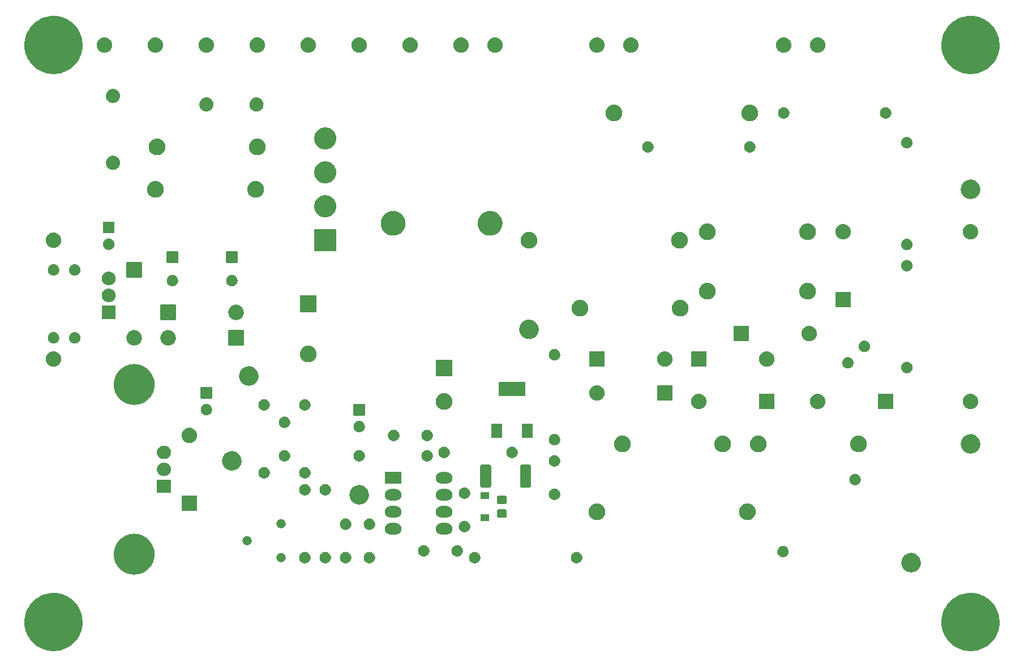
<source format=gbr>
G04 #@! TF.GenerationSoftware,KiCad,Pcbnew,(5.99.0-1101-g9de7547c2)*
G04 #@! TF.CreationDate,2020-03-19T22:24:47-06:00*
G04 #@! TF.ProjectId,pcb-power,7063622d-706f-4776-9572-2e6b69636164,rev?*
G04 #@! TF.SameCoordinates,Original*
G04 #@! TF.FileFunction,Soldermask,Top*
G04 #@! TF.FilePolarity,Negative*
%FSLAX46Y46*%
G04 Gerber Fmt 4.6, Leading zero omitted, Abs format (unit mm)*
G04 Created by KiCad (PCBNEW (5.99.0-1101-g9de7547c2)) date 2020-03-19 22:24:47*
%MOMM*%
%LPD*%
G01*
G04 APERTURE LIST*
G04 APERTURE END LIST*
G36*
X170657994Y-115050369D02*
G01*
X171063327Y-115114568D01*
X171460822Y-115216628D01*
X171846948Y-115355640D01*
X172218266Y-115530370D01*
X172571511Y-115739278D01*
X172903520Y-115980497D01*
X173211350Y-116251886D01*
X173492276Y-116551041D01*
X173743810Y-116875318D01*
X173963704Y-117221814D01*
X174150015Y-117587471D01*
X174301086Y-117969031D01*
X174415582Y-118363131D01*
X174492480Y-118766246D01*
X174530915Y-119172847D01*
X174530914Y-119172873D01*
X174531097Y-119174807D01*
X174509627Y-119857995D01*
X174509324Y-119859908D01*
X174509323Y-119859939D01*
X174445432Y-120263327D01*
X174343372Y-120660822D01*
X174204360Y-121046948D01*
X174029630Y-121418266D01*
X173820722Y-121771511D01*
X173579503Y-122103520D01*
X173308114Y-122411350D01*
X173008959Y-122692276D01*
X172684682Y-122943810D01*
X172338186Y-123163704D01*
X171972529Y-123350015D01*
X171590969Y-123501086D01*
X171196869Y-123615582D01*
X170793754Y-123692480D01*
X170385195Y-123731100D01*
X169974805Y-123731100D01*
X169566246Y-123692480D01*
X169163131Y-123615582D01*
X168769031Y-123501086D01*
X168387471Y-123350015D01*
X168021814Y-123163704D01*
X167675318Y-122943810D01*
X167351041Y-122692276D01*
X167051886Y-122411350D01*
X166780497Y-122103520D01*
X166539278Y-121771511D01*
X166330370Y-121418266D01*
X166155640Y-121046948D01*
X166016628Y-120660822D01*
X165914568Y-120263327D01*
X165850369Y-119857994D01*
X165824601Y-119448420D01*
X165837492Y-119038236D01*
X165888925Y-118631097D01*
X165978451Y-118230581D01*
X166105267Y-117840282D01*
X166268245Y-117463663D01*
X166465958Y-117104023D01*
X166696623Y-116764611D01*
X166958212Y-116448403D01*
X167248403Y-116158212D01*
X167564611Y-115896623D01*
X167904023Y-115665958D01*
X168263663Y-115468245D01*
X168640282Y-115305267D01*
X169030581Y-115178451D01*
X169431097Y-115088925D01*
X169838236Y-115037492D01*
X170248420Y-115024601D01*
X170657994Y-115050369D01*
G37*
G36*
X33497994Y-115050369D02*
G01*
X33903327Y-115114568D01*
X34300822Y-115216628D01*
X34686948Y-115355640D01*
X35058266Y-115530370D01*
X35411511Y-115739278D01*
X35743520Y-115980497D01*
X36051350Y-116251886D01*
X36332276Y-116551041D01*
X36583810Y-116875318D01*
X36803704Y-117221814D01*
X36990015Y-117587471D01*
X37141086Y-117969031D01*
X37255582Y-118363131D01*
X37332480Y-118766246D01*
X37370915Y-119172847D01*
X37370914Y-119172873D01*
X37371097Y-119174807D01*
X37349627Y-119857995D01*
X37349324Y-119859908D01*
X37349323Y-119859939D01*
X37285432Y-120263327D01*
X37183372Y-120660822D01*
X37044360Y-121046948D01*
X36869630Y-121418266D01*
X36660722Y-121771511D01*
X36419503Y-122103520D01*
X36148114Y-122411350D01*
X35848959Y-122692276D01*
X35524682Y-122943810D01*
X35178186Y-123163704D01*
X34812529Y-123350015D01*
X34430969Y-123501086D01*
X34036869Y-123615582D01*
X33633754Y-123692480D01*
X33225195Y-123731100D01*
X32814805Y-123731100D01*
X32406246Y-123692480D01*
X32003131Y-123615582D01*
X31609031Y-123501086D01*
X31227471Y-123350015D01*
X30861814Y-123163704D01*
X30515318Y-122943810D01*
X30191041Y-122692276D01*
X29891886Y-122411350D01*
X29620497Y-122103520D01*
X29379278Y-121771511D01*
X29170370Y-121418266D01*
X28995640Y-121046948D01*
X28856628Y-120660822D01*
X28754568Y-120263327D01*
X28690369Y-119857994D01*
X28664601Y-119448420D01*
X28677492Y-119038236D01*
X28728925Y-118631097D01*
X28818451Y-118230581D01*
X28945267Y-117840282D01*
X29108245Y-117463663D01*
X29305958Y-117104023D01*
X29536623Y-116764611D01*
X29798212Y-116448403D01*
X30088403Y-116158212D01*
X30404611Y-115896623D01*
X30744023Y-115665958D01*
X31103663Y-115468245D01*
X31480282Y-115305267D01*
X31870581Y-115178451D01*
X32271097Y-115088925D01*
X32678236Y-115037492D01*
X33088420Y-115024601D01*
X33497994Y-115050369D01*
G37*
G36*
X45242444Y-106169981D02*
G01*
X45276873Y-106170221D01*
X45410811Y-106186193D01*
X45549886Y-106199584D01*
X45584103Y-106206857D01*
X45615643Y-106210618D01*
X45749475Y-106242008D01*
X45888819Y-106271626D01*
X45919445Y-106281873D01*
X45947779Y-106288519D01*
X46079707Y-106335497D01*
X46217417Y-106381574D01*
X46244264Y-106394093D01*
X46269174Y-106402963D01*
X46397349Y-106465478D01*
X46531457Y-106528013D01*
X46554425Y-106542088D01*
X46575804Y-106552515D01*
X46698336Y-106630277D01*
X46826900Y-106709061D01*
X46846030Y-106724007D01*
X46863858Y-106735321D01*
X46978838Y-106827768D01*
X47099950Y-106922390D01*
X47115364Y-106937537D01*
X47129729Y-106949087D01*
X47235329Y-107055427D01*
X47347094Y-107165258D01*
X47359014Y-107179979D01*
X47370130Y-107191172D01*
X47464707Y-107310499D01*
X47565156Y-107434543D01*
X47573891Y-107448255D01*
X47582041Y-107458537D01*
X47663956Y-107589629D01*
X47751333Y-107726782D01*
X47757283Y-107738982D01*
X47762826Y-107747852D01*
X47830516Y-107889131D01*
X47903230Y-108038218D01*
X47906867Y-108048488D01*
X47910236Y-108055520D01*
X47962245Y-108204870D01*
X48018896Y-108364847D01*
X48020748Y-108372869D01*
X48022431Y-108377702D01*
X48057485Y-108531992D01*
X48096843Y-108702471D01*
X48097473Y-108708004D01*
X48098015Y-108710388D01*
X48115163Y-108863269D01*
X48136068Y-109046748D01*
X48135799Y-109059073D01*
X48129970Y-109476575D01*
X48126086Y-109504209D01*
X48125607Y-109526173D01*
X48102456Y-109672341D01*
X48082612Y-109813538D01*
X48076037Y-109839145D01*
X48071402Y-109868411D01*
X48032588Y-110008370D01*
X47997767Y-110143988D01*
X47987432Y-110171194D01*
X47978802Y-110202314D01*
X47925439Y-110334393D01*
X47876621Y-110462907D01*
X47862102Y-110491157D01*
X47849000Y-110523587D01*
X47782334Y-110646370D01*
X47720675Y-110766346D01*
X47701621Y-110795024D01*
X47683662Y-110828101D01*
X47605114Y-110940279D01*
X47531886Y-111050496D01*
X47508042Y-111078912D01*
X47484915Y-111111941D01*
X47395964Y-111212481D01*
X47312589Y-111311844D01*
X47283801Y-111339259D01*
X47255314Y-111371457D01*
X47157580Y-111459457D01*
X47065524Y-111547121D01*
X47031738Y-111572766D01*
X46997811Y-111603314D01*
X46892969Y-111678098D01*
X46793790Y-111753378D01*
X46755069Y-111776460D01*
X46715717Y-111804530D01*
X46605435Y-111865661D01*
X46500742Y-111928070D01*
X46457268Y-111947791D01*
X46412657Y-111972519D01*
X46298680Y-112019730D01*
X46190058Y-112069003D01*
X46142119Y-112084579D01*
X46092529Y-112105120D01*
X45976519Y-112138385D01*
X45865594Y-112174427D01*
X45813627Y-112185094D01*
X45759448Y-112200630D01*
X45643072Y-112220104D01*
X45531407Y-112243026D01*
X45475918Y-112248076D01*
X45417695Y-112257819D01*
X45302554Y-112263853D01*
X45191645Y-112273947D01*
X45133287Y-112272725D01*
X45071666Y-112275954D01*
X44959266Y-112269079D01*
X44850558Y-112266802D01*
X44790060Y-112258730D01*
X44725808Y-112254800D01*
X44617575Y-112235716D01*
X44512398Y-112221682D01*
X44450591Y-112206272D01*
X44384568Y-112194630D01*
X44281761Y-112164177D01*
X44181370Y-112139147D01*
X44119183Y-112116020D01*
X44052332Y-112096218D01*
X43956107Y-112055373D01*
X43861610Y-112020230D01*
X43800013Y-111989115D01*
X43733373Y-111960828D01*
X43644723Y-111910672D01*
X43557101Y-111866411D01*
X43497141Y-111827174D01*
X43431791Y-111790201D01*
X43351547Y-111731900D01*
X43271619Y-111679597D01*
X43214360Y-111632228D01*
X43151463Y-111586531D01*
X43080326Y-111521346D01*
X43008763Y-111462144D01*
X42955296Y-111406777D01*
X42895993Y-111352436D01*
X42834437Y-111281624D01*
X42771765Y-111216725D01*
X42723188Y-111153646D01*
X42668666Y-111090926D01*
X42617046Y-111015818D01*
X42563613Y-110946434D01*
X42520991Y-110876057D01*
X42472404Y-110805362D01*
X42430876Y-110727259D01*
X42386878Y-110654610D01*
X42351253Y-110577510D01*
X42309730Y-110499417D01*
X42278296Y-110419617D01*
X42243783Y-110344924D01*
X42216136Y-110261814D01*
X42182736Y-110177023D01*
X42161228Y-110096756D01*
X42136092Y-110021193D01*
X42117331Y-109932930D01*
X42093054Y-109842326D01*
X42081167Y-109762789D01*
X42065163Y-109687495D01*
X42056100Y-109595059D01*
X42041837Y-109499627D01*
X42039124Y-109421927D01*
X42031872Y-109347970D01*
X42033206Y-109252458D01*
X42029744Y-109153334D01*
X42035635Y-109078490D01*
X42036635Y-109006832D01*
X42048940Y-108909425D01*
X42056931Y-108807898D01*
X42070743Y-108736840D01*
X42079393Y-108668371D01*
X42103101Y-108570375D01*
X42123047Y-108467760D01*
X42144012Y-108401266D01*
X42159614Y-108336777D01*
X42194998Y-108239561D01*
X42227243Y-108137293D01*
X42254518Y-108076033D01*
X42276300Y-108016187D01*
X42323473Y-107921157D01*
X42368179Y-107820745D01*
X42400847Y-107765285D01*
X42427989Y-107710608D01*
X42486900Y-107619197D01*
X42544043Y-107522187D01*
X42581177Y-107472909D01*
X42612801Y-107423838D01*
X42683198Y-107337522D01*
X42752575Y-107245456D01*
X42793198Y-107202649D01*
X42828422Y-107159459D01*
X42909895Y-107079675D01*
X42991092Y-106994111D01*
X43034255Y-106957893D01*
X43072171Y-106920763D01*
X43164099Y-106848941D01*
X43256530Y-106771382D01*
X43301284Y-106741760D01*
X43341003Y-106710728D01*
X43442589Y-106648232D01*
X43545475Y-106580133D01*
X43590923Y-106556976D01*
X43631588Y-106531959D01*
X43741896Y-106480052D01*
X43854213Y-106422824D01*
X43899475Y-106405901D01*
X43940271Y-106386704D01*
X44058143Y-106346577D01*
X44178774Y-106301475D01*
X44223082Y-106290428D01*
X44263231Y-106276760D01*
X44387373Y-106249466D01*
X44514986Y-106217648D01*
X44557608Y-106212037D01*
X44596435Y-106203500D01*
X44725437Y-106189942D01*
X44858526Y-106172420D01*
X44898841Y-106171716D01*
X44935722Y-106167840D01*
X45068025Y-106168763D01*
X45204977Y-106166373D01*
X45242444Y-106169981D01*
G37*
G36*
X161333465Y-109036564D02*
G01*
X161356040Y-109035776D01*
X161447935Y-109047385D01*
X161545329Y-109056591D01*
X161567790Y-109062525D01*
X161587688Y-109065039D01*
X161678806Y-109091857D01*
X161776013Y-109117540D01*
X161794885Y-109126021D01*
X161811685Y-109130966D01*
X161899405Y-109172994D01*
X161993646Y-109215348D01*
X162008754Y-109225386D01*
X162022254Y-109231854D01*
X162103961Y-109288641D01*
X162192381Y-109347388D01*
X162203778Y-109358016D01*
X162213991Y-109365114D01*
X162287113Y-109435727D01*
X162366882Y-109510113D01*
X162374833Y-109520437D01*
X162381956Y-109527316D01*
X162444020Y-109610278D01*
X162512463Y-109699153D01*
X162517412Y-109708384D01*
X162521822Y-109714278D01*
X162570529Y-109807445D01*
X162625214Y-109909433D01*
X162627766Y-109916931D01*
X162630002Y-109921207D01*
X162663397Y-110021595D01*
X162702106Y-110135303D01*
X162702981Y-110140589D01*
X162703703Y-110142759D01*
X162720076Y-110243852D01*
X162741076Y-110370700D01*
X162740854Y-110379774D01*
X162738152Y-110637760D01*
X162733996Y-110660405D01*
X162733516Y-110680042D01*
X162712842Y-110775664D01*
X162696121Y-110866769D01*
X162688543Y-110888050D01*
X162683094Y-110913254D01*
X162648064Y-111001729D01*
X162617795Y-111086735D01*
X162605690Y-111108754D01*
X162595259Y-111135099D01*
X162547605Y-111214409D01*
X162505307Y-111291348D01*
X162488283Y-111313137D01*
X162472371Y-111339620D01*
X162414096Y-111408092D01*
X162361555Y-111475342D01*
X162339407Y-111495851D01*
X162317729Y-111521323D01*
X162251058Y-111577664D01*
X162190230Y-111633992D01*
X162162974Y-111652101D01*
X162135487Y-111675329D01*
X162062750Y-111718689D01*
X161995754Y-111763201D01*
X161963655Y-111777762D01*
X161930539Y-111797503D01*
X161854083Y-111827466D01*
X161783105Y-111859663D01*
X161746659Y-111869565D01*
X161708389Y-111884563D01*
X161630596Y-111901099D01*
X161557780Y-111920882D01*
X161517707Y-111925094D01*
X161475003Y-111934171D01*
X161398140Y-111937661D01*
X161325567Y-111945289D01*
X161282806Y-111942898D01*
X161236648Y-111944994D01*
X161162800Y-111936188D01*
X161092437Y-111932254D01*
X161048152Y-111922517D01*
X160999726Y-111916743D01*
X160930767Y-111896709D01*
X160864386Y-111882114D01*
X160819883Y-111864494D01*
X160770599Y-111850176D01*
X160708164Y-111820262D01*
X160647291Y-111796161D01*
X160604002Y-111770356D01*
X160555422Y-111747080D01*
X160500820Y-111708847D01*
X160446728Y-111676602D01*
X160406191Y-111642587D01*
X160359972Y-111610224D01*
X160314171Y-111565372D01*
X160267861Y-111526513D01*
X160231646Y-111484557D01*
X160189499Y-111443284D01*
X160153149Y-111393618D01*
X160115289Y-111349757D01*
X160084928Y-111300406D01*
X160048580Y-111250743D01*
X160021986Y-111198097D01*
X159992940Y-111150883D01*
X159969901Y-111094985D01*
X159941000Y-111037772D01*
X159924127Y-110983930D01*
X159903962Y-110935006D01*
X159889583Y-110873699D01*
X159869649Y-110810090D01*
X159862151Y-110756743D01*
X159850646Y-110707688D01*
X159846080Y-110642388D01*
X159836442Y-110573812D01*
X159837696Y-110522496D01*
X159834358Y-110474756D01*
X159840517Y-110407075D01*
X159842272Y-110335282D01*
X159851410Y-110287376D01*
X159855520Y-110242219D01*
X159873045Y-110173965D01*
X159886981Y-110100908D01*
X159902939Y-110057537D01*
X159913588Y-110016060D01*
X159942801Y-109949192D01*
X159969369Y-109876984D01*
X159990930Y-109839031D01*
X160007064Y-109802100D01*
X160047948Y-109738660D01*
X160087224Y-109669522D01*
X160113086Y-109637585D01*
X160133552Y-109605828D01*
X160185718Y-109547892D01*
X160237380Y-109484095D01*
X160266204Y-109458504D01*
X160289792Y-109432307D01*
X160352480Y-109381904D01*
X160415805Y-109325682D01*
X160446260Y-109306503D01*
X160471761Y-109286000D01*
X160543843Y-109245052D01*
X160617707Y-109198537D01*
X160648538Y-109185577D01*
X160674786Y-109170666D01*
X160754795Y-109140911D01*
X160837664Y-109106076D01*
X160867709Y-109098918D01*
X160893636Y-109089276D01*
X160979784Y-109072218D01*
X161069768Y-109050781D01*
X161098031Y-109048805D01*
X161122680Y-109043924D01*
X161212853Y-109040776D01*
X161307788Y-109034137D01*
X161333465Y-109036564D01*
G37*
G36*
X70614976Y-108875826D02*
G01*
X70656766Y-108873782D01*
X70701056Y-108880639D01*
X70751810Y-108883476D01*
X70792163Y-108894743D01*
X70827621Y-108900232D01*
X70875204Y-108917928D01*
X70929898Y-108933199D01*
X70961622Y-108950067D01*
X70989659Y-108960494D01*
X71037757Y-108990549D01*
X71093153Y-109020004D01*
X71115968Y-109039421D01*
X71136271Y-109052108D01*
X71181641Y-109095313D01*
X71233961Y-109139841D01*
X71248463Y-109158947D01*
X71261472Y-109171335D01*
X71300616Y-109227655D01*
X71345751Y-109287118D01*
X71353302Y-109303459D01*
X71360142Y-109313301D01*
X71389508Y-109381817D01*
X71423307Y-109454965D01*
X71425885Y-109466692D01*
X71428247Y-109472202D01*
X71444429Y-109551036D01*
X71463011Y-109635551D01*
X71462345Y-109826388D01*
X71443181Y-109910738D01*
X71426443Y-109989485D01*
X71424041Y-109994982D01*
X71421381Y-110006692D01*
X71387069Y-110079609D01*
X71357227Y-110147915D01*
X71350318Y-110157709D01*
X71342655Y-110173994D01*
X71297114Y-110233130D01*
X71257570Y-110289187D01*
X71244472Y-110301487D01*
X71229840Y-110320487D01*
X71177227Y-110364635D01*
X71131544Y-110407534D01*
X71111147Y-110420082D01*
X71088199Y-110439338D01*
X71032600Y-110468405D01*
X70984293Y-110498123D01*
X70956184Y-110508354D01*
X70924341Y-110525001D01*
X70869534Y-110539892D01*
X70821831Y-110557254D01*
X70786340Y-110562495D01*
X70745911Y-110573479D01*
X70695139Y-110575962D01*
X70650803Y-110582509D01*
X70609027Y-110580174D01*
X70561233Y-110582511D01*
X70516992Y-110575028D01*
X70478189Y-110572859D01*
X70431980Y-110560650D01*
X70378923Y-110551676D01*
X70342839Y-110537097D01*
X70311035Y-110528694D01*
X70262897Y-110504799D01*
X70207488Y-110482412D01*
X70180311Y-110463804D01*
X70156182Y-110451826D01*
X70109128Y-110415063D01*
X70054926Y-110377950D01*
X70036469Y-110358295D01*
X70019950Y-110345389D01*
X69977400Y-110295393D01*
X69928354Y-110243164D01*
X69917608Y-110225138D01*
X69907896Y-110213726D01*
X69873401Y-110150981D01*
X69833678Y-110084344D01*
X69828943Y-110070111D01*
X69824610Y-110062229D01*
X69801692Y-109988192D01*
X69775314Y-109908898D01*
X69774372Y-109899934D01*
X69773486Y-109897072D01*
X69765347Y-109814068D01*
X69755987Y-109725012D01*
X69765967Y-109636044D01*
X69774687Y-109553078D01*
X69775593Y-109550220D01*
X69776598Y-109541265D01*
X69803530Y-109462153D01*
X69826963Y-109388281D01*
X69831350Y-109380432D01*
X69836184Y-109366231D01*
X69876382Y-109299857D01*
X69911304Y-109237371D01*
X69921092Y-109226031D01*
X69931967Y-109208075D01*
X69981385Y-109156181D01*
X70024273Y-109106495D01*
X70040879Y-109093707D01*
X70059477Y-109074177D01*
X70113952Y-109037433D01*
X70161250Y-109001009D01*
X70185458Y-108989202D01*
X70212765Y-108970783D01*
X70268319Y-108948787D01*
X70316633Y-108925223D01*
X70348503Y-108917040D01*
X70384679Y-108902717D01*
X70437795Y-108894114D01*
X70484088Y-108882228D01*
X70522903Y-108880330D01*
X70567199Y-108873155D01*
X70614976Y-108875826D01*
G37*
G36*
X73662976Y-108875826D02*
G01*
X73704766Y-108873782D01*
X73749056Y-108880639D01*
X73799810Y-108883476D01*
X73840163Y-108894743D01*
X73875621Y-108900232D01*
X73923204Y-108917928D01*
X73977898Y-108933199D01*
X74009622Y-108950067D01*
X74037659Y-108960494D01*
X74085757Y-108990549D01*
X74141153Y-109020004D01*
X74163968Y-109039421D01*
X74184271Y-109052108D01*
X74229641Y-109095313D01*
X74281961Y-109139841D01*
X74296463Y-109158947D01*
X74309472Y-109171335D01*
X74348616Y-109227655D01*
X74393751Y-109287118D01*
X74401302Y-109303459D01*
X74408142Y-109313301D01*
X74437508Y-109381817D01*
X74471307Y-109454965D01*
X74473885Y-109466692D01*
X74476247Y-109472202D01*
X74492429Y-109551036D01*
X74511011Y-109635551D01*
X74510345Y-109826388D01*
X74491181Y-109910738D01*
X74474443Y-109989485D01*
X74472041Y-109994982D01*
X74469381Y-110006692D01*
X74435069Y-110079609D01*
X74405227Y-110147915D01*
X74398318Y-110157709D01*
X74390655Y-110173994D01*
X74345114Y-110233130D01*
X74305570Y-110289187D01*
X74292472Y-110301487D01*
X74277840Y-110320487D01*
X74225227Y-110364635D01*
X74179544Y-110407534D01*
X74159147Y-110420082D01*
X74136199Y-110439338D01*
X74080600Y-110468405D01*
X74032293Y-110498123D01*
X74004184Y-110508354D01*
X73972341Y-110525001D01*
X73917534Y-110539892D01*
X73869831Y-110557254D01*
X73834340Y-110562495D01*
X73793911Y-110573479D01*
X73743139Y-110575962D01*
X73698803Y-110582509D01*
X73657027Y-110580174D01*
X73609233Y-110582511D01*
X73564992Y-110575028D01*
X73526189Y-110572859D01*
X73479980Y-110560650D01*
X73426923Y-110551676D01*
X73390839Y-110537097D01*
X73359035Y-110528694D01*
X73310897Y-110504799D01*
X73255488Y-110482412D01*
X73228311Y-110463804D01*
X73204182Y-110451826D01*
X73157128Y-110415063D01*
X73102926Y-110377950D01*
X73084469Y-110358295D01*
X73067950Y-110345389D01*
X73025400Y-110295393D01*
X72976354Y-110243164D01*
X72965608Y-110225138D01*
X72955896Y-110213726D01*
X72921401Y-110150981D01*
X72881678Y-110084344D01*
X72876943Y-110070111D01*
X72872610Y-110062229D01*
X72849692Y-109988192D01*
X72823314Y-109908898D01*
X72822372Y-109899934D01*
X72821486Y-109897072D01*
X72813347Y-109814068D01*
X72803987Y-109725012D01*
X72813967Y-109636044D01*
X72822687Y-109553078D01*
X72823593Y-109550220D01*
X72824598Y-109541265D01*
X72851530Y-109462153D01*
X72874963Y-109388281D01*
X72879350Y-109380432D01*
X72884184Y-109366231D01*
X72924382Y-109299857D01*
X72959304Y-109237371D01*
X72969092Y-109226031D01*
X72979967Y-109208075D01*
X73029385Y-109156181D01*
X73072273Y-109106495D01*
X73088879Y-109093707D01*
X73107477Y-109074177D01*
X73161952Y-109037433D01*
X73209250Y-109001009D01*
X73233458Y-108989202D01*
X73260765Y-108970783D01*
X73316319Y-108948787D01*
X73364633Y-108925223D01*
X73396503Y-108917040D01*
X73432679Y-108902717D01*
X73485795Y-108894114D01*
X73532088Y-108882228D01*
X73570903Y-108880330D01*
X73615199Y-108873155D01*
X73662976Y-108875826D01*
G37*
G36*
X76710976Y-108875826D02*
G01*
X76752766Y-108873782D01*
X76797056Y-108880639D01*
X76847810Y-108883476D01*
X76888163Y-108894743D01*
X76923621Y-108900232D01*
X76971204Y-108917928D01*
X77025898Y-108933199D01*
X77057622Y-108950067D01*
X77085659Y-108960494D01*
X77133757Y-108990549D01*
X77189153Y-109020004D01*
X77211968Y-109039421D01*
X77232271Y-109052108D01*
X77277641Y-109095313D01*
X77329961Y-109139841D01*
X77344463Y-109158947D01*
X77357472Y-109171335D01*
X77396616Y-109227655D01*
X77441751Y-109287118D01*
X77449302Y-109303459D01*
X77456142Y-109313301D01*
X77485508Y-109381817D01*
X77519307Y-109454965D01*
X77521885Y-109466692D01*
X77524247Y-109472202D01*
X77540429Y-109551036D01*
X77559011Y-109635551D01*
X77558345Y-109826388D01*
X77539181Y-109910738D01*
X77522443Y-109989485D01*
X77520041Y-109994982D01*
X77517381Y-110006692D01*
X77483069Y-110079609D01*
X77453227Y-110147915D01*
X77446318Y-110157709D01*
X77438655Y-110173994D01*
X77393114Y-110233130D01*
X77353570Y-110289187D01*
X77340472Y-110301487D01*
X77325840Y-110320487D01*
X77273227Y-110364635D01*
X77227544Y-110407534D01*
X77207147Y-110420082D01*
X77184199Y-110439338D01*
X77128600Y-110468405D01*
X77080293Y-110498123D01*
X77052184Y-110508354D01*
X77020341Y-110525001D01*
X76965534Y-110539892D01*
X76917831Y-110557254D01*
X76882340Y-110562495D01*
X76841911Y-110573479D01*
X76791139Y-110575962D01*
X76746803Y-110582509D01*
X76705027Y-110580174D01*
X76657233Y-110582511D01*
X76612992Y-110575028D01*
X76574189Y-110572859D01*
X76527980Y-110560650D01*
X76474923Y-110551676D01*
X76438839Y-110537097D01*
X76407035Y-110528694D01*
X76358897Y-110504799D01*
X76303488Y-110482412D01*
X76276311Y-110463804D01*
X76252182Y-110451826D01*
X76205128Y-110415063D01*
X76150926Y-110377950D01*
X76132469Y-110358295D01*
X76115950Y-110345389D01*
X76073400Y-110295393D01*
X76024354Y-110243164D01*
X76013608Y-110225138D01*
X76003896Y-110213726D01*
X75969401Y-110150981D01*
X75929678Y-110084344D01*
X75924943Y-110070111D01*
X75920610Y-110062229D01*
X75897692Y-109988192D01*
X75871314Y-109908898D01*
X75870372Y-109899934D01*
X75869486Y-109897072D01*
X75861347Y-109814068D01*
X75851987Y-109725012D01*
X75861967Y-109636044D01*
X75870687Y-109553078D01*
X75871593Y-109550220D01*
X75872598Y-109541265D01*
X75899530Y-109462153D01*
X75922963Y-109388281D01*
X75927350Y-109380432D01*
X75932184Y-109366231D01*
X75972382Y-109299857D01*
X76007304Y-109237371D01*
X76017092Y-109226031D01*
X76027967Y-109208075D01*
X76077385Y-109156181D01*
X76120273Y-109106495D01*
X76136879Y-109093707D01*
X76155477Y-109074177D01*
X76209952Y-109037433D01*
X76257250Y-109001009D01*
X76281458Y-108989202D01*
X76308765Y-108970783D01*
X76364319Y-108948787D01*
X76412633Y-108925223D01*
X76444503Y-108917040D01*
X76480679Y-108902717D01*
X76533795Y-108894114D01*
X76580088Y-108882228D01*
X76618903Y-108880330D01*
X76663199Y-108873155D01*
X76710976Y-108875826D01*
G37*
G36*
X96014976Y-108875826D02*
G01*
X96056766Y-108873782D01*
X96101056Y-108880639D01*
X96151810Y-108883476D01*
X96192163Y-108894743D01*
X96227621Y-108900232D01*
X96275204Y-108917928D01*
X96329898Y-108933199D01*
X96361622Y-108950067D01*
X96389659Y-108960494D01*
X96437757Y-108990549D01*
X96493153Y-109020004D01*
X96515968Y-109039421D01*
X96536271Y-109052108D01*
X96581641Y-109095313D01*
X96633961Y-109139841D01*
X96648463Y-109158947D01*
X96661472Y-109171335D01*
X96700616Y-109227655D01*
X96745751Y-109287118D01*
X96753302Y-109303459D01*
X96760142Y-109313301D01*
X96789508Y-109381817D01*
X96823307Y-109454965D01*
X96825885Y-109466692D01*
X96828247Y-109472202D01*
X96844429Y-109551036D01*
X96863011Y-109635551D01*
X96862345Y-109826388D01*
X96843181Y-109910738D01*
X96826443Y-109989485D01*
X96824041Y-109994982D01*
X96821381Y-110006692D01*
X96787069Y-110079609D01*
X96757227Y-110147915D01*
X96750318Y-110157709D01*
X96742655Y-110173994D01*
X96697114Y-110233130D01*
X96657570Y-110289187D01*
X96644472Y-110301487D01*
X96629840Y-110320487D01*
X96577227Y-110364635D01*
X96531544Y-110407534D01*
X96511147Y-110420082D01*
X96488199Y-110439338D01*
X96432600Y-110468405D01*
X96384293Y-110498123D01*
X96356184Y-110508354D01*
X96324341Y-110525001D01*
X96269534Y-110539892D01*
X96221831Y-110557254D01*
X96186340Y-110562495D01*
X96145911Y-110573479D01*
X96095139Y-110575962D01*
X96050803Y-110582509D01*
X96009027Y-110580174D01*
X95961233Y-110582511D01*
X95916992Y-110575028D01*
X95878189Y-110572859D01*
X95831980Y-110560650D01*
X95778923Y-110551676D01*
X95742839Y-110537097D01*
X95711035Y-110528694D01*
X95662897Y-110504799D01*
X95607488Y-110482412D01*
X95580311Y-110463804D01*
X95556182Y-110451826D01*
X95509128Y-110415063D01*
X95454926Y-110377950D01*
X95436469Y-110358295D01*
X95419950Y-110345389D01*
X95377400Y-110295393D01*
X95328354Y-110243164D01*
X95317608Y-110225138D01*
X95307896Y-110213726D01*
X95273401Y-110150981D01*
X95233678Y-110084344D01*
X95228943Y-110070111D01*
X95224610Y-110062229D01*
X95201692Y-109988192D01*
X95175314Y-109908898D01*
X95174372Y-109899934D01*
X95173486Y-109897072D01*
X95165347Y-109814068D01*
X95155987Y-109725012D01*
X95165967Y-109636044D01*
X95174687Y-109553078D01*
X95175593Y-109550220D01*
X95176598Y-109541265D01*
X95203530Y-109462153D01*
X95226963Y-109388281D01*
X95231350Y-109380432D01*
X95236184Y-109366231D01*
X95276382Y-109299857D01*
X95311304Y-109237371D01*
X95321092Y-109226031D01*
X95331967Y-109208075D01*
X95381385Y-109156181D01*
X95424273Y-109106495D01*
X95440879Y-109093707D01*
X95459477Y-109074177D01*
X95513952Y-109037433D01*
X95561250Y-109001009D01*
X95585458Y-108989202D01*
X95612765Y-108970783D01*
X95668319Y-108948787D01*
X95716633Y-108925223D01*
X95748503Y-108917040D01*
X95784679Y-108902717D01*
X95837795Y-108894114D01*
X95884088Y-108882228D01*
X95922903Y-108880330D01*
X95967199Y-108873155D01*
X96014976Y-108875826D01*
G37*
G36*
X111254976Y-108875826D02*
G01*
X111296766Y-108873782D01*
X111341056Y-108880639D01*
X111391810Y-108883476D01*
X111432163Y-108894743D01*
X111467621Y-108900232D01*
X111515204Y-108917928D01*
X111569898Y-108933199D01*
X111601622Y-108950067D01*
X111629659Y-108960494D01*
X111677757Y-108990549D01*
X111733153Y-109020004D01*
X111755968Y-109039421D01*
X111776271Y-109052108D01*
X111821641Y-109095313D01*
X111873961Y-109139841D01*
X111888463Y-109158947D01*
X111901472Y-109171335D01*
X111940616Y-109227655D01*
X111985751Y-109287118D01*
X111993302Y-109303459D01*
X112000142Y-109313301D01*
X112029508Y-109381817D01*
X112063307Y-109454965D01*
X112065885Y-109466692D01*
X112068247Y-109472202D01*
X112084429Y-109551036D01*
X112103011Y-109635551D01*
X112102345Y-109826388D01*
X112083181Y-109910738D01*
X112066443Y-109989485D01*
X112064041Y-109994982D01*
X112061381Y-110006692D01*
X112027069Y-110079609D01*
X111997227Y-110147915D01*
X111990318Y-110157709D01*
X111982655Y-110173994D01*
X111937114Y-110233130D01*
X111897570Y-110289187D01*
X111884472Y-110301487D01*
X111869840Y-110320487D01*
X111817227Y-110364635D01*
X111771544Y-110407534D01*
X111751147Y-110420082D01*
X111728199Y-110439338D01*
X111672600Y-110468405D01*
X111624293Y-110498123D01*
X111596184Y-110508354D01*
X111564341Y-110525001D01*
X111509534Y-110539892D01*
X111461831Y-110557254D01*
X111426340Y-110562495D01*
X111385911Y-110573479D01*
X111335139Y-110575962D01*
X111290803Y-110582509D01*
X111249027Y-110580174D01*
X111201233Y-110582511D01*
X111156992Y-110575028D01*
X111118189Y-110572859D01*
X111071980Y-110560650D01*
X111018923Y-110551676D01*
X110982839Y-110537097D01*
X110951035Y-110528694D01*
X110902897Y-110504799D01*
X110847488Y-110482412D01*
X110820311Y-110463804D01*
X110796182Y-110451826D01*
X110749128Y-110415063D01*
X110694926Y-110377950D01*
X110676469Y-110358295D01*
X110659950Y-110345389D01*
X110617400Y-110295393D01*
X110568354Y-110243164D01*
X110557608Y-110225138D01*
X110547896Y-110213726D01*
X110513401Y-110150981D01*
X110473678Y-110084344D01*
X110468943Y-110070111D01*
X110464610Y-110062229D01*
X110441692Y-109988192D01*
X110415314Y-109908898D01*
X110414372Y-109899934D01*
X110413486Y-109897072D01*
X110405347Y-109814068D01*
X110395987Y-109725012D01*
X110405967Y-109636044D01*
X110414687Y-109553078D01*
X110415593Y-109550220D01*
X110416598Y-109541265D01*
X110443530Y-109462153D01*
X110466963Y-109388281D01*
X110471350Y-109380432D01*
X110476184Y-109366231D01*
X110516382Y-109299857D01*
X110551304Y-109237371D01*
X110561092Y-109226031D01*
X110571967Y-109208075D01*
X110621385Y-109156181D01*
X110664273Y-109106495D01*
X110680879Y-109093707D01*
X110699477Y-109074177D01*
X110753952Y-109037433D01*
X110801250Y-109001009D01*
X110825458Y-108989202D01*
X110852765Y-108970783D01*
X110908319Y-108948787D01*
X110956633Y-108925223D01*
X110988503Y-108917040D01*
X111024679Y-108902717D01*
X111077795Y-108894114D01*
X111124088Y-108882228D01*
X111162903Y-108880330D01*
X111207199Y-108873155D01*
X111254976Y-108875826D01*
G37*
G36*
X80266976Y-108875826D02*
G01*
X80308766Y-108873782D01*
X80353056Y-108880639D01*
X80403810Y-108883476D01*
X80444163Y-108894743D01*
X80479621Y-108900232D01*
X80527204Y-108917928D01*
X80581898Y-108933199D01*
X80613622Y-108950067D01*
X80641659Y-108960494D01*
X80689757Y-108990549D01*
X80745153Y-109020004D01*
X80767968Y-109039421D01*
X80788271Y-109052108D01*
X80833641Y-109095313D01*
X80885961Y-109139841D01*
X80900463Y-109158947D01*
X80913472Y-109171335D01*
X80952616Y-109227655D01*
X80997751Y-109287118D01*
X81005302Y-109303459D01*
X81012142Y-109313301D01*
X81041508Y-109381817D01*
X81075307Y-109454965D01*
X81077885Y-109466692D01*
X81080247Y-109472202D01*
X81096429Y-109551036D01*
X81115011Y-109635551D01*
X81114345Y-109826388D01*
X81095181Y-109910738D01*
X81078443Y-109989485D01*
X81076041Y-109994982D01*
X81073381Y-110006692D01*
X81039069Y-110079609D01*
X81009227Y-110147915D01*
X81002318Y-110157709D01*
X80994655Y-110173994D01*
X80949114Y-110233130D01*
X80909570Y-110289187D01*
X80896472Y-110301487D01*
X80881840Y-110320487D01*
X80829227Y-110364635D01*
X80783544Y-110407534D01*
X80763147Y-110420082D01*
X80740199Y-110439338D01*
X80684600Y-110468405D01*
X80636293Y-110498123D01*
X80608184Y-110508354D01*
X80576341Y-110525001D01*
X80521534Y-110539892D01*
X80473831Y-110557254D01*
X80438340Y-110562495D01*
X80397911Y-110573479D01*
X80347139Y-110575962D01*
X80302803Y-110582509D01*
X80261027Y-110580174D01*
X80213233Y-110582511D01*
X80168992Y-110575028D01*
X80130189Y-110572859D01*
X80083980Y-110560650D01*
X80030923Y-110551676D01*
X79994839Y-110537097D01*
X79963035Y-110528694D01*
X79914897Y-110504799D01*
X79859488Y-110482412D01*
X79832311Y-110463804D01*
X79808182Y-110451826D01*
X79761128Y-110415063D01*
X79706926Y-110377950D01*
X79688469Y-110358295D01*
X79671950Y-110345389D01*
X79629400Y-110295393D01*
X79580354Y-110243164D01*
X79569608Y-110225138D01*
X79559896Y-110213726D01*
X79525401Y-110150981D01*
X79485678Y-110084344D01*
X79480943Y-110070111D01*
X79476610Y-110062229D01*
X79453692Y-109988192D01*
X79427314Y-109908898D01*
X79426372Y-109899934D01*
X79425486Y-109897072D01*
X79417347Y-109814068D01*
X79407987Y-109725012D01*
X79417967Y-109636044D01*
X79426687Y-109553078D01*
X79427593Y-109550220D01*
X79428598Y-109541265D01*
X79455530Y-109462153D01*
X79478963Y-109388281D01*
X79483350Y-109380432D01*
X79488184Y-109366231D01*
X79528382Y-109299857D01*
X79563304Y-109237371D01*
X79573092Y-109226031D01*
X79583967Y-109208075D01*
X79633385Y-109156181D01*
X79676273Y-109106495D01*
X79692879Y-109093707D01*
X79711477Y-109074177D01*
X79765952Y-109037433D01*
X79813250Y-109001009D01*
X79837458Y-108989202D01*
X79864765Y-108970783D01*
X79920319Y-108948787D01*
X79968633Y-108925223D01*
X80000503Y-108917040D01*
X80036679Y-108902717D01*
X80089795Y-108894114D01*
X80136088Y-108882228D01*
X80174903Y-108880330D01*
X80219199Y-108873155D01*
X80266976Y-108875826D01*
G37*
G36*
X67101112Y-109047253D02*
G01*
X67137146Y-109047505D01*
X67176889Y-109056827D01*
X67223120Y-109062667D01*
X67256623Y-109075527D01*
X67285886Y-109082391D01*
X67327956Y-109102910D01*
X67377000Y-109121736D01*
X67401576Y-109138816D01*
X67423214Y-109149370D01*
X67464358Y-109182451D01*
X67512349Y-109215805D01*
X67528189Y-109233773D01*
X67542279Y-109245101D01*
X67578802Y-109291182D01*
X67621351Y-109339445D01*
X67629677Y-109355371D01*
X67637182Y-109364840D01*
X67665210Y-109423338D01*
X67697716Y-109485516D01*
X67700572Y-109497145D01*
X67703196Y-109502621D01*
X67718957Y-109571995D01*
X67737033Y-109645586D01*
X67735157Y-109824658D01*
X67715053Y-109899688D01*
X67696651Y-109971361D01*
X67694975Y-109974622D01*
X67692497Y-109983870D01*
X67657591Y-110047363D01*
X67626815Y-110107247D01*
X67620593Y-110114662D01*
X67613090Y-110128310D01*
X67567952Y-110177397D01*
X67528605Y-110224289D01*
X67516114Y-110233770D01*
X67501522Y-110249639D01*
X67450882Y-110283284D01*
X67406914Y-110316658D01*
X67387172Y-110325613D01*
X67364233Y-110340854D01*
X67312571Y-110359453D01*
X67267774Y-110379774D01*
X67240680Y-110385336D01*
X67209150Y-110396687D01*
X67160439Y-110401807D01*
X67118113Y-110410495D01*
X67084476Y-110409791D01*
X67045225Y-110413916D01*
X67002588Y-110408076D01*
X66965361Y-110407296D01*
X66926914Y-110397710D01*
X66881922Y-110391547D01*
X66847442Y-110377895D01*
X66817120Y-110370335D01*
X66776412Y-110349772D01*
X66728669Y-110330869D01*
X66703302Y-110312842D01*
X66680742Y-110301446D01*
X66640984Y-110268555D01*
X66594313Y-110235388D01*
X66577881Y-110216351D01*
X66563027Y-110204063D01*
X66527885Y-110158431D01*
X66486611Y-110110614D01*
X66477909Y-110093536D01*
X66469804Y-110083011D01*
X66443109Y-110025238D01*
X66411780Y-109963751D01*
X66408771Y-109950922D01*
X66405720Y-109944319D01*
X66391196Y-109875990D01*
X66374142Y-109803278D01*
X66374217Y-109796110D01*
X66373955Y-109794877D01*
X66375055Y-109716085D01*
X66375868Y-109638459D01*
X66394949Y-109564145D01*
X66412013Y-109493609D01*
X66414180Y-109489244D01*
X66416859Y-109478809D01*
X66450556Y-109415963D01*
X66479946Y-109356758D01*
X66486823Y-109348326D01*
X66494748Y-109333546D01*
X66538581Y-109284865D01*
X66576508Y-109238362D01*
X66589811Y-109227969D01*
X66605040Y-109211055D01*
X66654360Y-109177538D01*
X66696904Y-109144298D01*
X66717600Y-109134559D01*
X66741366Y-109118408D01*
X66791725Y-109099679D01*
X66835149Y-109079246D01*
X66863327Y-109073050D01*
X66895856Y-109060953D01*
X66943333Y-109055460D01*
X66984365Y-109046438D01*
X67019202Y-109046681D01*
X67059592Y-109042008D01*
X67101112Y-109047253D01*
G37*
G36*
X142134669Y-107968133D02*
G01*
X142176459Y-107966089D01*
X142220749Y-107972946D01*
X142271503Y-107975783D01*
X142311856Y-107987050D01*
X142347314Y-107992539D01*
X142394897Y-108010235D01*
X142449591Y-108025506D01*
X142481315Y-108042374D01*
X142509352Y-108052801D01*
X142557450Y-108082856D01*
X142612846Y-108112311D01*
X142635661Y-108131728D01*
X142655964Y-108144415D01*
X142701334Y-108187620D01*
X142753654Y-108232148D01*
X142768156Y-108251254D01*
X142781165Y-108263642D01*
X142820309Y-108319962D01*
X142865444Y-108379425D01*
X142872995Y-108395766D01*
X142879835Y-108405608D01*
X142909201Y-108474124D01*
X142943000Y-108547272D01*
X142945578Y-108558999D01*
X142947940Y-108564509D01*
X142964122Y-108643343D01*
X142982704Y-108727858D01*
X142982038Y-108918695D01*
X142962874Y-109003045D01*
X142946136Y-109081792D01*
X142943734Y-109087289D01*
X142941074Y-109098999D01*
X142906762Y-109171916D01*
X142876920Y-109240222D01*
X142870011Y-109250016D01*
X142862348Y-109266301D01*
X142816807Y-109325437D01*
X142777263Y-109381494D01*
X142764165Y-109393794D01*
X142749533Y-109412794D01*
X142696920Y-109456942D01*
X142651237Y-109499841D01*
X142630840Y-109512389D01*
X142607892Y-109531645D01*
X142552293Y-109560712D01*
X142503986Y-109590430D01*
X142475877Y-109600661D01*
X142444034Y-109617308D01*
X142389227Y-109632199D01*
X142341524Y-109649561D01*
X142306033Y-109654802D01*
X142265604Y-109665786D01*
X142214832Y-109668269D01*
X142170496Y-109674816D01*
X142128720Y-109672481D01*
X142080926Y-109674818D01*
X142036685Y-109667335D01*
X141997882Y-109665166D01*
X141951673Y-109652957D01*
X141898616Y-109643983D01*
X141862532Y-109629404D01*
X141830728Y-109621001D01*
X141782590Y-109597106D01*
X141727181Y-109574719D01*
X141700004Y-109556111D01*
X141675875Y-109544133D01*
X141628821Y-109507370D01*
X141574619Y-109470257D01*
X141556162Y-109450602D01*
X141539643Y-109437696D01*
X141497093Y-109387700D01*
X141448047Y-109335471D01*
X141437301Y-109317445D01*
X141427589Y-109306033D01*
X141393094Y-109243288D01*
X141353371Y-109176651D01*
X141348636Y-109162418D01*
X141344303Y-109154536D01*
X141321385Y-109080499D01*
X141295007Y-109001205D01*
X141294065Y-108992241D01*
X141293179Y-108989379D01*
X141285040Y-108906375D01*
X141275680Y-108817319D01*
X141285660Y-108728351D01*
X141294380Y-108645385D01*
X141295286Y-108642527D01*
X141296291Y-108633572D01*
X141323223Y-108554460D01*
X141346656Y-108480588D01*
X141351043Y-108472739D01*
X141355877Y-108458538D01*
X141396075Y-108392164D01*
X141430997Y-108329678D01*
X141440785Y-108318338D01*
X141451660Y-108300382D01*
X141501078Y-108248488D01*
X141543966Y-108198802D01*
X141560572Y-108186014D01*
X141579170Y-108166484D01*
X141633645Y-108129740D01*
X141680943Y-108093316D01*
X141705151Y-108081509D01*
X141732458Y-108063090D01*
X141788012Y-108041094D01*
X141836326Y-108017530D01*
X141868196Y-108009347D01*
X141904372Y-107995024D01*
X141957488Y-107986421D01*
X142003781Y-107974535D01*
X142042596Y-107972637D01*
X142086892Y-107965462D01*
X142134669Y-107968133D01*
G37*
G36*
X88394976Y-107859826D02*
G01*
X88436766Y-107857782D01*
X88481056Y-107864639D01*
X88531810Y-107867476D01*
X88572163Y-107878743D01*
X88607621Y-107884232D01*
X88655204Y-107901928D01*
X88709898Y-107917199D01*
X88741622Y-107934067D01*
X88769659Y-107944494D01*
X88817757Y-107974549D01*
X88873153Y-108004004D01*
X88895968Y-108023421D01*
X88916271Y-108036108D01*
X88961641Y-108079313D01*
X89013961Y-108123841D01*
X89028463Y-108142947D01*
X89041472Y-108155335D01*
X89080616Y-108211655D01*
X89125751Y-108271118D01*
X89133302Y-108287459D01*
X89140142Y-108297301D01*
X89169508Y-108365817D01*
X89203307Y-108438965D01*
X89205885Y-108450692D01*
X89208247Y-108456202D01*
X89224429Y-108535036D01*
X89243011Y-108619551D01*
X89242345Y-108810388D01*
X89223181Y-108894738D01*
X89206443Y-108973485D01*
X89204041Y-108978982D01*
X89201381Y-108990692D01*
X89167069Y-109063609D01*
X89137227Y-109131915D01*
X89130318Y-109141709D01*
X89122655Y-109157994D01*
X89077114Y-109217130D01*
X89037570Y-109273187D01*
X89024472Y-109285487D01*
X89009840Y-109304487D01*
X88957227Y-109348635D01*
X88911544Y-109391534D01*
X88891147Y-109404082D01*
X88868199Y-109423338D01*
X88812600Y-109452405D01*
X88764293Y-109482123D01*
X88736184Y-109492354D01*
X88704341Y-109509001D01*
X88649534Y-109523892D01*
X88601831Y-109541254D01*
X88566340Y-109546495D01*
X88525911Y-109557479D01*
X88475139Y-109559962D01*
X88430803Y-109566509D01*
X88389027Y-109564174D01*
X88341233Y-109566511D01*
X88296992Y-109559028D01*
X88258189Y-109556859D01*
X88211980Y-109544650D01*
X88158923Y-109535676D01*
X88122839Y-109521097D01*
X88091035Y-109512694D01*
X88042897Y-109488799D01*
X87987488Y-109466412D01*
X87960311Y-109447804D01*
X87936182Y-109435826D01*
X87889128Y-109399063D01*
X87834926Y-109361950D01*
X87816469Y-109342295D01*
X87799950Y-109329389D01*
X87757400Y-109279393D01*
X87708354Y-109227164D01*
X87697608Y-109209138D01*
X87687896Y-109197726D01*
X87653401Y-109134981D01*
X87613678Y-109068344D01*
X87608943Y-109054111D01*
X87604610Y-109046229D01*
X87581692Y-108972192D01*
X87555314Y-108892898D01*
X87554372Y-108883934D01*
X87553486Y-108881072D01*
X87545347Y-108798068D01*
X87535987Y-108709012D01*
X87545967Y-108620044D01*
X87554687Y-108537078D01*
X87555593Y-108534220D01*
X87556598Y-108525265D01*
X87583530Y-108446153D01*
X87606963Y-108372281D01*
X87611350Y-108364432D01*
X87616184Y-108350231D01*
X87656382Y-108283857D01*
X87691304Y-108221371D01*
X87701092Y-108210031D01*
X87711967Y-108192075D01*
X87761385Y-108140181D01*
X87804273Y-108090495D01*
X87820879Y-108077707D01*
X87839477Y-108058177D01*
X87893952Y-108021433D01*
X87941250Y-107985009D01*
X87965458Y-107973202D01*
X87992765Y-107954783D01*
X88048319Y-107932787D01*
X88096633Y-107909223D01*
X88128503Y-107901040D01*
X88164679Y-107886717D01*
X88217795Y-107878114D01*
X88264088Y-107866228D01*
X88302903Y-107864330D01*
X88347199Y-107857155D01*
X88394976Y-107859826D01*
G37*
G36*
X93394976Y-107859826D02*
G01*
X93436766Y-107857782D01*
X93481056Y-107864639D01*
X93531810Y-107867476D01*
X93572163Y-107878743D01*
X93607621Y-107884232D01*
X93655204Y-107901928D01*
X93709898Y-107917199D01*
X93741622Y-107934067D01*
X93769659Y-107944494D01*
X93817757Y-107974549D01*
X93873153Y-108004004D01*
X93895968Y-108023421D01*
X93916271Y-108036108D01*
X93961641Y-108079313D01*
X94013961Y-108123841D01*
X94028463Y-108142947D01*
X94041472Y-108155335D01*
X94080616Y-108211655D01*
X94125751Y-108271118D01*
X94133302Y-108287459D01*
X94140142Y-108297301D01*
X94169508Y-108365817D01*
X94203307Y-108438965D01*
X94205885Y-108450692D01*
X94208247Y-108456202D01*
X94224429Y-108535036D01*
X94243011Y-108619551D01*
X94242345Y-108810388D01*
X94223181Y-108894738D01*
X94206443Y-108973485D01*
X94204041Y-108978982D01*
X94201381Y-108990692D01*
X94167069Y-109063609D01*
X94137227Y-109131915D01*
X94130318Y-109141709D01*
X94122655Y-109157994D01*
X94077114Y-109217130D01*
X94037570Y-109273187D01*
X94024472Y-109285487D01*
X94009840Y-109304487D01*
X93957227Y-109348635D01*
X93911544Y-109391534D01*
X93891147Y-109404082D01*
X93868199Y-109423338D01*
X93812600Y-109452405D01*
X93764293Y-109482123D01*
X93736184Y-109492354D01*
X93704341Y-109509001D01*
X93649534Y-109523892D01*
X93601831Y-109541254D01*
X93566340Y-109546495D01*
X93525911Y-109557479D01*
X93475139Y-109559962D01*
X93430803Y-109566509D01*
X93389027Y-109564174D01*
X93341233Y-109566511D01*
X93296992Y-109559028D01*
X93258189Y-109556859D01*
X93211980Y-109544650D01*
X93158923Y-109535676D01*
X93122839Y-109521097D01*
X93091035Y-109512694D01*
X93042897Y-109488799D01*
X92987488Y-109466412D01*
X92960311Y-109447804D01*
X92936182Y-109435826D01*
X92889128Y-109399063D01*
X92834926Y-109361950D01*
X92816469Y-109342295D01*
X92799950Y-109329389D01*
X92757400Y-109279393D01*
X92708354Y-109227164D01*
X92697608Y-109209138D01*
X92687896Y-109197726D01*
X92653401Y-109134981D01*
X92613678Y-109068344D01*
X92608943Y-109054111D01*
X92604610Y-109046229D01*
X92581692Y-108972192D01*
X92555314Y-108892898D01*
X92554372Y-108883934D01*
X92553486Y-108881072D01*
X92545347Y-108798068D01*
X92535987Y-108709012D01*
X92545967Y-108620044D01*
X92554687Y-108537078D01*
X92555593Y-108534220D01*
X92556598Y-108525265D01*
X92583530Y-108446153D01*
X92606963Y-108372281D01*
X92611350Y-108364432D01*
X92616184Y-108350231D01*
X92656382Y-108283857D01*
X92691304Y-108221371D01*
X92701092Y-108210031D01*
X92711967Y-108192075D01*
X92761385Y-108140181D01*
X92804273Y-108090495D01*
X92820879Y-108077707D01*
X92839477Y-108058177D01*
X92893952Y-108021433D01*
X92941250Y-107985009D01*
X92965458Y-107973202D01*
X92992765Y-107954783D01*
X93048319Y-107932787D01*
X93096633Y-107909223D01*
X93128503Y-107901040D01*
X93164679Y-107886717D01*
X93217795Y-107878114D01*
X93264088Y-107866228D01*
X93302903Y-107864330D01*
X93347199Y-107857155D01*
X93394976Y-107859826D01*
G37*
G36*
X62021112Y-106507253D02*
G01*
X62057146Y-106507505D01*
X62096889Y-106516827D01*
X62143120Y-106522667D01*
X62176623Y-106535527D01*
X62205886Y-106542391D01*
X62247956Y-106562910D01*
X62297000Y-106581736D01*
X62321576Y-106598816D01*
X62343214Y-106609370D01*
X62384358Y-106642451D01*
X62432349Y-106675805D01*
X62448189Y-106693773D01*
X62462279Y-106705101D01*
X62498802Y-106751182D01*
X62541351Y-106799445D01*
X62549677Y-106815371D01*
X62557182Y-106824840D01*
X62585210Y-106883338D01*
X62617716Y-106945516D01*
X62620572Y-106957145D01*
X62623196Y-106962621D01*
X62638957Y-107031995D01*
X62657033Y-107105586D01*
X62655157Y-107284658D01*
X62635053Y-107359688D01*
X62616651Y-107431361D01*
X62614975Y-107434622D01*
X62612497Y-107443870D01*
X62577591Y-107507363D01*
X62546815Y-107567247D01*
X62540593Y-107574662D01*
X62533090Y-107588310D01*
X62487952Y-107637397D01*
X62448605Y-107684289D01*
X62436114Y-107693770D01*
X62421522Y-107709639D01*
X62370882Y-107743284D01*
X62326914Y-107776658D01*
X62307172Y-107785613D01*
X62284233Y-107800854D01*
X62232571Y-107819453D01*
X62187774Y-107839774D01*
X62160680Y-107845336D01*
X62129150Y-107856687D01*
X62080439Y-107861807D01*
X62038113Y-107870495D01*
X62004476Y-107869791D01*
X61965225Y-107873916D01*
X61922588Y-107868076D01*
X61885361Y-107867296D01*
X61846914Y-107857710D01*
X61801922Y-107851547D01*
X61767442Y-107837895D01*
X61737120Y-107830335D01*
X61696412Y-107809772D01*
X61648669Y-107790869D01*
X61623302Y-107772842D01*
X61600742Y-107761446D01*
X61560984Y-107728555D01*
X61514313Y-107695388D01*
X61497881Y-107676351D01*
X61483027Y-107664063D01*
X61447885Y-107618431D01*
X61406611Y-107570614D01*
X61397909Y-107553536D01*
X61389804Y-107543011D01*
X61363109Y-107485238D01*
X61331780Y-107423751D01*
X61328771Y-107410922D01*
X61325720Y-107404319D01*
X61311196Y-107335990D01*
X61294142Y-107263278D01*
X61294217Y-107256110D01*
X61293955Y-107254877D01*
X61295055Y-107176085D01*
X61295868Y-107098459D01*
X61314949Y-107024145D01*
X61332013Y-106953609D01*
X61334180Y-106949244D01*
X61336859Y-106938809D01*
X61370556Y-106875963D01*
X61399946Y-106816758D01*
X61406823Y-106808326D01*
X61414748Y-106793546D01*
X61458581Y-106744865D01*
X61496508Y-106698362D01*
X61509811Y-106687969D01*
X61525040Y-106671055D01*
X61574360Y-106637538D01*
X61616904Y-106604298D01*
X61637600Y-106594559D01*
X61661366Y-106578408D01*
X61711725Y-106559679D01*
X61755149Y-106539246D01*
X61783327Y-106533050D01*
X61815856Y-106520953D01*
X61863333Y-106515460D01*
X61904365Y-106506438D01*
X61939202Y-106506681D01*
X61979592Y-106502008D01*
X62021112Y-106507253D01*
G37*
G36*
X84397907Y-104573012D02*
G01*
X84474454Y-104597883D01*
X84556866Y-104624026D01*
X84559689Y-104625578D01*
X84568039Y-104628291D01*
X84636063Y-104667565D01*
X84703117Y-104704428D01*
X84710187Y-104710361D01*
X84722960Y-104717735D01*
X84777494Y-104766838D01*
X84830960Y-104811701D01*
X84840507Y-104823575D01*
X84855899Y-104837434D01*
X84895748Y-104892281D01*
X84935538Y-104941770D01*
X84945375Y-104960587D01*
X84961047Y-104982157D01*
X84986275Y-105038820D01*
X85012857Y-105089666D01*
X85020548Y-105115798D01*
X85033807Y-105145578D01*
X85045491Y-105200548D01*
X85059975Y-105249761D01*
X85062988Y-105282866D01*
X85070999Y-105320556D01*
X85070999Y-105370891D01*
X85075102Y-105415974D01*
X85070999Y-105455010D01*
X85070999Y-105499444D01*
X85061760Y-105542913D01*
X85057657Y-105581945D01*
X85044273Y-105625182D01*
X85033807Y-105674422D01*
X85018134Y-105709623D01*
X85008306Y-105741374D01*
X84983908Y-105786498D01*
X84961047Y-105837844D01*
X84941884Y-105864219D01*
X84928928Y-105888181D01*
X84892351Y-105932394D01*
X84855899Y-105982566D01*
X84836090Y-106000402D01*
X84822550Y-106016769D01*
X84773325Y-106056916D01*
X84722960Y-106102265D01*
X84705028Y-106112618D01*
X84693218Y-106122250D01*
X84631579Y-106155024D01*
X84568039Y-106191709D01*
X84554014Y-106196266D01*
X84545863Y-106200600D01*
X84472585Y-106222724D01*
X84397907Y-106246988D01*
X84389179Y-106247905D01*
X84386093Y-106248837D01*
X84299969Y-106257282D01*
X84264593Y-106261000D01*
X83375407Y-106261000D01*
X83242093Y-106246988D01*
X83165546Y-106222117D01*
X83083134Y-106195974D01*
X83080311Y-106194422D01*
X83071961Y-106191709D01*
X83003937Y-106152435D01*
X82936883Y-106115572D01*
X82929813Y-106109639D01*
X82917040Y-106102265D01*
X82862506Y-106053162D01*
X82809040Y-106008299D01*
X82799493Y-105996425D01*
X82784101Y-105982566D01*
X82744252Y-105927719D01*
X82704462Y-105878230D01*
X82694625Y-105859413D01*
X82678953Y-105837843D01*
X82653725Y-105781180D01*
X82627143Y-105730334D01*
X82619452Y-105704202D01*
X82606193Y-105674422D01*
X82594509Y-105619452D01*
X82580025Y-105570239D01*
X82577012Y-105537134D01*
X82569001Y-105499444D01*
X82569001Y-105449109D01*
X82564898Y-105404026D01*
X82569001Y-105364990D01*
X82569001Y-105320556D01*
X82578240Y-105277087D01*
X82582343Y-105238055D01*
X82595727Y-105194818D01*
X82606193Y-105145578D01*
X82621866Y-105110377D01*
X82631694Y-105078626D01*
X82656092Y-105033502D01*
X82678953Y-104982156D01*
X82698116Y-104955781D01*
X82711072Y-104931819D01*
X82747649Y-104887606D01*
X82784101Y-104837434D01*
X82803910Y-104819598D01*
X82817450Y-104803231D01*
X82866675Y-104763084D01*
X82917040Y-104717735D01*
X82934972Y-104707382D01*
X82946782Y-104697750D01*
X83008421Y-104664976D01*
X83071961Y-104628291D01*
X83085986Y-104623734D01*
X83094137Y-104619400D01*
X83167415Y-104597276D01*
X83242093Y-104573012D01*
X83250821Y-104572095D01*
X83253907Y-104571163D01*
X83340031Y-104562718D01*
X83375407Y-104559000D01*
X84264593Y-104559000D01*
X84397907Y-104573012D01*
G37*
G36*
X92017907Y-104573012D02*
G01*
X92094454Y-104597883D01*
X92176866Y-104624026D01*
X92179689Y-104625578D01*
X92188039Y-104628291D01*
X92256063Y-104667565D01*
X92323117Y-104704428D01*
X92330187Y-104710361D01*
X92342960Y-104717735D01*
X92397494Y-104766838D01*
X92450960Y-104811701D01*
X92460507Y-104823575D01*
X92475899Y-104837434D01*
X92515748Y-104892281D01*
X92555538Y-104941770D01*
X92565375Y-104960587D01*
X92581047Y-104982157D01*
X92606275Y-105038820D01*
X92632857Y-105089666D01*
X92640548Y-105115798D01*
X92653807Y-105145578D01*
X92665491Y-105200548D01*
X92679975Y-105249761D01*
X92682988Y-105282866D01*
X92690999Y-105320556D01*
X92690999Y-105370891D01*
X92695102Y-105415974D01*
X92690999Y-105455010D01*
X92690999Y-105499444D01*
X92681760Y-105542913D01*
X92677657Y-105581945D01*
X92664273Y-105625182D01*
X92653807Y-105674422D01*
X92638134Y-105709623D01*
X92628306Y-105741374D01*
X92603908Y-105786498D01*
X92581047Y-105837844D01*
X92561884Y-105864219D01*
X92548928Y-105888181D01*
X92512351Y-105932394D01*
X92475899Y-105982566D01*
X92456090Y-106000402D01*
X92442550Y-106016769D01*
X92393325Y-106056916D01*
X92342960Y-106102265D01*
X92325028Y-106112618D01*
X92313218Y-106122250D01*
X92251579Y-106155024D01*
X92188039Y-106191709D01*
X92174014Y-106196266D01*
X92165863Y-106200600D01*
X92092585Y-106222724D01*
X92017907Y-106246988D01*
X92009179Y-106247905D01*
X92006093Y-106248837D01*
X91919969Y-106257282D01*
X91884593Y-106261000D01*
X90995407Y-106261000D01*
X90862093Y-106246988D01*
X90785546Y-106222117D01*
X90703134Y-106195974D01*
X90700311Y-106194422D01*
X90691961Y-106191709D01*
X90623937Y-106152435D01*
X90556883Y-106115572D01*
X90549813Y-106109639D01*
X90537040Y-106102265D01*
X90482506Y-106053162D01*
X90429040Y-106008299D01*
X90419493Y-105996425D01*
X90404101Y-105982566D01*
X90364252Y-105927719D01*
X90324462Y-105878230D01*
X90314625Y-105859413D01*
X90298953Y-105837843D01*
X90273725Y-105781180D01*
X90247143Y-105730334D01*
X90239452Y-105704202D01*
X90226193Y-105674422D01*
X90214509Y-105619452D01*
X90200025Y-105570239D01*
X90197012Y-105537134D01*
X90189001Y-105499444D01*
X90189001Y-105449109D01*
X90184898Y-105404026D01*
X90189001Y-105364990D01*
X90189001Y-105320556D01*
X90198240Y-105277087D01*
X90202343Y-105238055D01*
X90215727Y-105194818D01*
X90226193Y-105145578D01*
X90241866Y-105110377D01*
X90251694Y-105078626D01*
X90276092Y-105033502D01*
X90298953Y-104982156D01*
X90318116Y-104955781D01*
X90331072Y-104931819D01*
X90367649Y-104887606D01*
X90404101Y-104837434D01*
X90423910Y-104819598D01*
X90437450Y-104803231D01*
X90486675Y-104763084D01*
X90537040Y-104717735D01*
X90554972Y-104707382D01*
X90566782Y-104697750D01*
X90628421Y-104664976D01*
X90691961Y-104628291D01*
X90705986Y-104623734D01*
X90714137Y-104619400D01*
X90787415Y-104597276D01*
X90862093Y-104573012D01*
X90870821Y-104572095D01*
X90873907Y-104571163D01*
X90960031Y-104562718D01*
X90995407Y-104559000D01*
X91884593Y-104559000D01*
X92017907Y-104573012D01*
G37*
G36*
X94490976Y-104223826D02*
G01*
X94532766Y-104221782D01*
X94577056Y-104228639D01*
X94627810Y-104231476D01*
X94668163Y-104242743D01*
X94703621Y-104248232D01*
X94751204Y-104265928D01*
X94805898Y-104281199D01*
X94837622Y-104298067D01*
X94865659Y-104308494D01*
X94913757Y-104338549D01*
X94969153Y-104368004D01*
X94991968Y-104387421D01*
X95012271Y-104400108D01*
X95057641Y-104443313D01*
X95109961Y-104487841D01*
X95124463Y-104506947D01*
X95137472Y-104519335D01*
X95176616Y-104575655D01*
X95221751Y-104635118D01*
X95229302Y-104651459D01*
X95236142Y-104661301D01*
X95265508Y-104729817D01*
X95299307Y-104802965D01*
X95301885Y-104814692D01*
X95304247Y-104820202D01*
X95320429Y-104899036D01*
X95339011Y-104983551D01*
X95338345Y-105174388D01*
X95319181Y-105258738D01*
X95302443Y-105337485D01*
X95300041Y-105342982D01*
X95297381Y-105354692D01*
X95263069Y-105427609D01*
X95233227Y-105495915D01*
X95226318Y-105505709D01*
X95218655Y-105521994D01*
X95173114Y-105581130D01*
X95133570Y-105637187D01*
X95120472Y-105649487D01*
X95105840Y-105668487D01*
X95053227Y-105712635D01*
X95007544Y-105755534D01*
X94987147Y-105768082D01*
X94964199Y-105787338D01*
X94908600Y-105816405D01*
X94860293Y-105846123D01*
X94832184Y-105856354D01*
X94800341Y-105873001D01*
X94745534Y-105887892D01*
X94697831Y-105905254D01*
X94662340Y-105910495D01*
X94621911Y-105921479D01*
X94571139Y-105923962D01*
X94526803Y-105930509D01*
X94485027Y-105928174D01*
X94437233Y-105930511D01*
X94392992Y-105923028D01*
X94354189Y-105920859D01*
X94307980Y-105908650D01*
X94254923Y-105899676D01*
X94218839Y-105885097D01*
X94187035Y-105876694D01*
X94138897Y-105852799D01*
X94083488Y-105830412D01*
X94056311Y-105811804D01*
X94032182Y-105799826D01*
X93985128Y-105763063D01*
X93930926Y-105725950D01*
X93912469Y-105706295D01*
X93895950Y-105693389D01*
X93853400Y-105643393D01*
X93804354Y-105591164D01*
X93793608Y-105573138D01*
X93783896Y-105561726D01*
X93749401Y-105498981D01*
X93709678Y-105432344D01*
X93704943Y-105418111D01*
X93700610Y-105410229D01*
X93677692Y-105336192D01*
X93651314Y-105256898D01*
X93650372Y-105247934D01*
X93649486Y-105245072D01*
X93641347Y-105162068D01*
X93631987Y-105073012D01*
X93641967Y-104984044D01*
X93650687Y-104901078D01*
X93651593Y-104898220D01*
X93652598Y-104889265D01*
X93679530Y-104810153D01*
X93702963Y-104736281D01*
X93707350Y-104728432D01*
X93712184Y-104714231D01*
X93752382Y-104647857D01*
X93787304Y-104585371D01*
X93797092Y-104574031D01*
X93807967Y-104556075D01*
X93857385Y-104504181D01*
X93900273Y-104454495D01*
X93916879Y-104441707D01*
X93935477Y-104422177D01*
X93989952Y-104385433D01*
X94037250Y-104349009D01*
X94061458Y-104337202D01*
X94088765Y-104318783D01*
X94144319Y-104296787D01*
X94192633Y-104273223D01*
X94224503Y-104265040D01*
X94260679Y-104250717D01*
X94313795Y-104242114D01*
X94360088Y-104230228D01*
X94398903Y-104228330D01*
X94443199Y-104221155D01*
X94490976Y-104223826D01*
G37*
G36*
X80266976Y-103875826D02*
G01*
X80308766Y-103873782D01*
X80353056Y-103880639D01*
X80403810Y-103883476D01*
X80444163Y-103894743D01*
X80479621Y-103900232D01*
X80527204Y-103917928D01*
X80581898Y-103933199D01*
X80613622Y-103950067D01*
X80641659Y-103960494D01*
X80689757Y-103990549D01*
X80745153Y-104020004D01*
X80767968Y-104039421D01*
X80788271Y-104052108D01*
X80833641Y-104095313D01*
X80885961Y-104139841D01*
X80900463Y-104158947D01*
X80913472Y-104171335D01*
X80952616Y-104227655D01*
X80997751Y-104287118D01*
X81005302Y-104303459D01*
X81012142Y-104313301D01*
X81041508Y-104381817D01*
X81075307Y-104454965D01*
X81077885Y-104466692D01*
X81080247Y-104472202D01*
X81096429Y-104551036D01*
X81115011Y-104635551D01*
X81114345Y-104826388D01*
X81095181Y-104910738D01*
X81078443Y-104989485D01*
X81076041Y-104994982D01*
X81073381Y-105006692D01*
X81039069Y-105079609D01*
X81009227Y-105147915D01*
X81002318Y-105157709D01*
X80994655Y-105173994D01*
X80949114Y-105233130D01*
X80909570Y-105289187D01*
X80896472Y-105301487D01*
X80881840Y-105320487D01*
X80829227Y-105364635D01*
X80783544Y-105407534D01*
X80763147Y-105420082D01*
X80740199Y-105439338D01*
X80684600Y-105468405D01*
X80636293Y-105498123D01*
X80608184Y-105508354D01*
X80576341Y-105525001D01*
X80521534Y-105539892D01*
X80473831Y-105557254D01*
X80438340Y-105562495D01*
X80397911Y-105573479D01*
X80347139Y-105575962D01*
X80302803Y-105582509D01*
X80261027Y-105580174D01*
X80213233Y-105582511D01*
X80168992Y-105575028D01*
X80130189Y-105572859D01*
X80083980Y-105560650D01*
X80030923Y-105551676D01*
X79994839Y-105537097D01*
X79963035Y-105528694D01*
X79914897Y-105504799D01*
X79859488Y-105482412D01*
X79832311Y-105463804D01*
X79808182Y-105451826D01*
X79761128Y-105415063D01*
X79706926Y-105377950D01*
X79688469Y-105358295D01*
X79671950Y-105345389D01*
X79629400Y-105295393D01*
X79580354Y-105243164D01*
X79569608Y-105225138D01*
X79559896Y-105213726D01*
X79525401Y-105150981D01*
X79485678Y-105084344D01*
X79480943Y-105070111D01*
X79476610Y-105062229D01*
X79453692Y-104988192D01*
X79427314Y-104908898D01*
X79426372Y-104899934D01*
X79425486Y-104897072D01*
X79417347Y-104814068D01*
X79407987Y-104725012D01*
X79417967Y-104636044D01*
X79426687Y-104553078D01*
X79427593Y-104550220D01*
X79428598Y-104541265D01*
X79455530Y-104462153D01*
X79478963Y-104388281D01*
X79483350Y-104380432D01*
X79488184Y-104366231D01*
X79528382Y-104299857D01*
X79563304Y-104237371D01*
X79573092Y-104226031D01*
X79583967Y-104208075D01*
X79633385Y-104156181D01*
X79676273Y-104106495D01*
X79692879Y-104093707D01*
X79711477Y-104074177D01*
X79765952Y-104037433D01*
X79813250Y-104001009D01*
X79837458Y-103989202D01*
X79864765Y-103970783D01*
X79920319Y-103948787D01*
X79968633Y-103925223D01*
X80000503Y-103917040D01*
X80036679Y-103902717D01*
X80089795Y-103894114D01*
X80136088Y-103882228D01*
X80174903Y-103880330D01*
X80219199Y-103873155D01*
X80266976Y-103875826D01*
G37*
G36*
X76710976Y-103875826D02*
G01*
X76752766Y-103873782D01*
X76797056Y-103880639D01*
X76847810Y-103883476D01*
X76888163Y-103894743D01*
X76923621Y-103900232D01*
X76971204Y-103917928D01*
X77025898Y-103933199D01*
X77057622Y-103950067D01*
X77085659Y-103960494D01*
X77133757Y-103990549D01*
X77189153Y-104020004D01*
X77211968Y-104039421D01*
X77232271Y-104052108D01*
X77277641Y-104095313D01*
X77329961Y-104139841D01*
X77344463Y-104158947D01*
X77357472Y-104171335D01*
X77396616Y-104227655D01*
X77441751Y-104287118D01*
X77449302Y-104303459D01*
X77456142Y-104313301D01*
X77485508Y-104381817D01*
X77519307Y-104454965D01*
X77521885Y-104466692D01*
X77524247Y-104472202D01*
X77540429Y-104551036D01*
X77559011Y-104635551D01*
X77558345Y-104826388D01*
X77539181Y-104910738D01*
X77522443Y-104989485D01*
X77520041Y-104994982D01*
X77517381Y-105006692D01*
X77483069Y-105079609D01*
X77453227Y-105147915D01*
X77446318Y-105157709D01*
X77438655Y-105173994D01*
X77393114Y-105233130D01*
X77353570Y-105289187D01*
X77340472Y-105301487D01*
X77325840Y-105320487D01*
X77273227Y-105364635D01*
X77227544Y-105407534D01*
X77207147Y-105420082D01*
X77184199Y-105439338D01*
X77128600Y-105468405D01*
X77080293Y-105498123D01*
X77052184Y-105508354D01*
X77020341Y-105525001D01*
X76965534Y-105539892D01*
X76917831Y-105557254D01*
X76882340Y-105562495D01*
X76841911Y-105573479D01*
X76791139Y-105575962D01*
X76746803Y-105582509D01*
X76705027Y-105580174D01*
X76657233Y-105582511D01*
X76612992Y-105575028D01*
X76574189Y-105572859D01*
X76527980Y-105560650D01*
X76474923Y-105551676D01*
X76438839Y-105537097D01*
X76407035Y-105528694D01*
X76358897Y-105504799D01*
X76303488Y-105482412D01*
X76276311Y-105463804D01*
X76252182Y-105451826D01*
X76205128Y-105415063D01*
X76150926Y-105377950D01*
X76132469Y-105358295D01*
X76115950Y-105345389D01*
X76073400Y-105295393D01*
X76024354Y-105243164D01*
X76013608Y-105225138D01*
X76003896Y-105213726D01*
X75969401Y-105150981D01*
X75929678Y-105084344D01*
X75924943Y-105070111D01*
X75920610Y-105062229D01*
X75897692Y-104988192D01*
X75871314Y-104908898D01*
X75870372Y-104899934D01*
X75869486Y-104897072D01*
X75861347Y-104814068D01*
X75851987Y-104725012D01*
X75861967Y-104636044D01*
X75870687Y-104553078D01*
X75871593Y-104550220D01*
X75872598Y-104541265D01*
X75899530Y-104462153D01*
X75922963Y-104388281D01*
X75927350Y-104380432D01*
X75932184Y-104366231D01*
X75972382Y-104299857D01*
X76007304Y-104237371D01*
X76017092Y-104226031D01*
X76027967Y-104208075D01*
X76077385Y-104156181D01*
X76120273Y-104106495D01*
X76136879Y-104093707D01*
X76155477Y-104074177D01*
X76209952Y-104037433D01*
X76257250Y-104001009D01*
X76281458Y-103989202D01*
X76308765Y-103970783D01*
X76364319Y-103948787D01*
X76412633Y-103925223D01*
X76444503Y-103917040D01*
X76480679Y-103902717D01*
X76533795Y-103894114D01*
X76580088Y-103882228D01*
X76618903Y-103880330D01*
X76663199Y-103873155D01*
X76710976Y-103875826D01*
G37*
G36*
X67101112Y-103967253D02*
G01*
X67137146Y-103967505D01*
X67176889Y-103976827D01*
X67223120Y-103982667D01*
X67256623Y-103995527D01*
X67285886Y-104002391D01*
X67327956Y-104022910D01*
X67377000Y-104041736D01*
X67401576Y-104058816D01*
X67423214Y-104069370D01*
X67464358Y-104102451D01*
X67512349Y-104135805D01*
X67528189Y-104153773D01*
X67542279Y-104165101D01*
X67578802Y-104211182D01*
X67621351Y-104259445D01*
X67629677Y-104275371D01*
X67637182Y-104284840D01*
X67665210Y-104343338D01*
X67697716Y-104405516D01*
X67700572Y-104417145D01*
X67703196Y-104422621D01*
X67718957Y-104491995D01*
X67737033Y-104565586D01*
X67735157Y-104744658D01*
X67715053Y-104819688D01*
X67696651Y-104891361D01*
X67694975Y-104894622D01*
X67692497Y-104903870D01*
X67657591Y-104967363D01*
X67626815Y-105027247D01*
X67620593Y-105034662D01*
X67613090Y-105048310D01*
X67567952Y-105097397D01*
X67528605Y-105144289D01*
X67516114Y-105153770D01*
X67501522Y-105169639D01*
X67450882Y-105203284D01*
X67406914Y-105236658D01*
X67387172Y-105245613D01*
X67364233Y-105260854D01*
X67312571Y-105279453D01*
X67267774Y-105299774D01*
X67240680Y-105305336D01*
X67209150Y-105316687D01*
X67160439Y-105321807D01*
X67118113Y-105330495D01*
X67084476Y-105329791D01*
X67045225Y-105333916D01*
X67002588Y-105328076D01*
X66965361Y-105327296D01*
X66926914Y-105317710D01*
X66881922Y-105311547D01*
X66847442Y-105297895D01*
X66817120Y-105290335D01*
X66776412Y-105269772D01*
X66728669Y-105250869D01*
X66703302Y-105232842D01*
X66680742Y-105221446D01*
X66640984Y-105188555D01*
X66594313Y-105155388D01*
X66577881Y-105136351D01*
X66563027Y-105124063D01*
X66527885Y-105078431D01*
X66486611Y-105030614D01*
X66477909Y-105013536D01*
X66469804Y-105003011D01*
X66443109Y-104945238D01*
X66411780Y-104883751D01*
X66408771Y-104870922D01*
X66405720Y-104864319D01*
X66391196Y-104795990D01*
X66374142Y-104723278D01*
X66374217Y-104716110D01*
X66373955Y-104714877D01*
X66375055Y-104636085D01*
X66375868Y-104558459D01*
X66394949Y-104484145D01*
X66412013Y-104413609D01*
X66414180Y-104409244D01*
X66416859Y-104398809D01*
X66450556Y-104335963D01*
X66479946Y-104276758D01*
X66486823Y-104268326D01*
X66494748Y-104253546D01*
X66538581Y-104204865D01*
X66576508Y-104158362D01*
X66589811Y-104147969D01*
X66605040Y-104131055D01*
X66654360Y-104097538D01*
X66696904Y-104064298D01*
X66717600Y-104054559D01*
X66741366Y-104038408D01*
X66791725Y-104019679D01*
X66835149Y-103999246D01*
X66863327Y-103993050D01*
X66895856Y-103980953D01*
X66943333Y-103975460D01*
X66984365Y-103966438D01*
X67019202Y-103966681D01*
X67059592Y-103962008D01*
X67101112Y-103967253D01*
G37*
G36*
X98155899Y-103259959D02*
G01*
X98172769Y-103271231D01*
X98184041Y-103288101D01*
X98190448Y-103320312D01*
X98190448Y-104195688D01*
X98187999Y-104208000D01*
X98184041Y-104227899D01*
X98172769Y-104244769D01*
X98155899Y-104256041D01*
X98136000Y-104259999D01*
X98123688Y-104262448D01*
X96948312Y-104262448D01*
X96916101Y-104256041D01*
X96899231Y-104244769D01*
X96887959Y-104227899D01*
X96881552Y-104195688D01*
X96881552Y-103320312D01*
X96887959Y-103288101D01*
X96899231Y-103271231D01*
X96916101Y-103259959D01*
X96948312Y-103253552D01*
X98123688Y-103253552D01*
X98155899Y-103259959D01*
G37*
G36*
X136809150Y-101618012D02*
G01*
X136872304Y-101616027D01*
X136921677Y-101623318D01*
X136964964Y-101625359D01*
X137025224Y-101638608D01*
X137093220Y-101648649D01*
X137135299Y-101662810D01*
X137172316Y-101670949D01*
X137234444Y-101696176D01*
X137304869Y-101719877D01*
X137338938Y-101738606D01*
X137369019Y-101750821D01*
X137430527Y-101788958D01*
X137500559Y-101827458D01*
X137526496Y-101848461D01*
X137549454Y-101862696D01*
X137607584Y-101914125D01*
X137674105Y-101967993D01*
X137692314Y-101989088D01*
X137708462Y-102003375D01*
X137760335Y-102067892D01*
X137820022Y-102137040D01*
X137831399Y-102156277D01*
X137841487Y-102168824D01*
X137884147Y-102245468D01*
X137933698Y-102329254D01*
X137939570Y-102345044D01*
X137944741Y-102354334D01*
X137975354Y-102441264D01*
X138011538Y-102538561D01*
X138013544Y-102549712D01*
X138015259Y-102554581D01*
X138031185Y-102647757D01*
X138051083Y-102758344D01*
X138050911Y-102764908D01*
X138048648Y-103000741D01*
X138044113Y-103024513D01*
X138043525Y-103046980D01*
X138023720Y-103131419D01*
X138008980Y-103208691D01*
X137999901Y-103232973D01*
X137992532Y-103264392D01*
X137960337Y-103338790D01*
X137934628Y-103407551D01*
X137918851Y-103434658D01*
X137903844Y-103469338D01*
X137862095Y-103532175D01*
X137827837Y-103591036D01*
X137804226Y-103619275D01*
X137780264Y-103655340D01*
X137731914Y-103705759D01*
X137691657Y-103753906D01*
X137659490Y-103781282D01*
X137625700Y-103816518D01*
X137573671Y-103854319D01*
X137529978Y-103891505D01*
X137489006Y-103915833D01*
X137445037Y-103947778D01*
X137392126Y-103973356D01*
X137347431Y-103999894D01*
X137297890Y-104018911D01*
X137243984Y-104044970D01*
X137192711Y-104059286D01*
X137149226Y-104075978D01*
X137091896Y-104087434D01*
X137028898Y-104105023D01*
X136981399Y-104109513D01*
X136941038Y-104117578D01*
X136877226Y-104119361D01*
X136806577Y-104126039D01*
X136764534Y-104122508D01*
X136728823Y-104123506D01*
X136660331Y-104113758D01*
X136584047Y-104107352D01*
X136548615Y-104097858D01*
X136518633Y-104093591D01*
X136447724Y-104070825D01*
X136368344Y-104049555D01*
X136340141Y-104036283D01*
X136316496Y-104028692D01*
X136245804Y-103991892D01*
X136166285Y-103954473D01*
X136145368Y-103939608D01*
X136128181Y-103930661D01*
X136060642Y-103879396D01*
X135984257Y-103825112D01*
X135970160Y-103810717D01*
X135959078Y-103802305D01*
X135897873Y-103736900D01*
X135828013Y-103665562D01*
X135819783Y-103653451D01*
X135814016Y-103647289D01*
X135762534Y-103569213D01*
X135702493Y-103480864D01*
X135698779Y-103472522D01*
X135697147Y-103470047D01*
X135659963Y-103385339D01*
X135611664Y-103276858D01*
X135581848Y-103155472D01*
X135560451Y-103069652D01*
X135560311Y-103067788D01*
X135558396Y-103059992D01*
X135551586Y-102951746D01*
X135544533Y-102857947D01*
X135545224Y-102850634D01*
X135544374Y-102837120D01*
X135555999Y-102736651D01*
X135564512Y-102646589D01*
X135567851Y-102634213D01*
X135570041Y-102615288D01*
X135597472Y-102524433D01*
X135619818Y-102441614D01*
X135627489Y-102425013D01*
X135634586Y-102401506D01*
X135675008Y-102322173D01*
X135708869Y-102248892D01*
X135722315Y-102229328D01*
X135735967Y-102202534D01*
X135786338Y-102136173D01*
X135829118Y-102073927D01*
X135849475Y-102052994D01*
X135870982Y-102024659D01*
X135928148Y-101972092D01*
X135977128Y-101921725D01*
X136005119Y-101901314D01*
X136035362Y-101873504D01*
X136096223Y-101834880D01*
X136148668Y-101796637D01*
X136184555Y-101778822D01*
X136223910Y-101753847D01*
X136285507Y-101728709D01*
X136338828Y-101702241D01*
X136382396Y-101689170D01*
X136430669Y-101669470D01*
X136490320Y-101656791D01*
X136542180Y-101641232D01*
X136592705Y-101635028D01*
X136649101Y-101623041D01*
X136704517Y-101621300D01*
X136752899Y-101615359D01*
X136809150Y-101618012D01*
G37*
G36*
X114309150Y-101618012D02*
G01*
X114372304Y-101616027D01*
X114421677Y-101623318D01*
X114464964Y-101625359D01*
X114525224Y-101638608D01*
X114593220Y-101648649D01*
X114635299Y-101662810D01*
X114672316Y-101670949D01*
X114734444Y-101696176D01*
X114804869Y-101719877D01*
X114838938Y-101738606D01*
X114869019Y-101750821D01*
X114930527Y-101788958D01*
X115000559Y-101827458D01*
X115026496Y-101848461D01*
X115049454Y-101862696D01*
X115107584Y-101914125D01*
X115174105Y-101967993D01*
X115192314Y-101989088D01*
X115208462Y-102003375D01*
X115260335Y-102067892D01*
X115320022Y-102137040D01*
X115331399Y-102156277D01*
X115341487Y-102168824D01*
X115384147Y-102245468D01*
X115433698Y-102329254D01*
X115439570Y-102345044D01*
X115444741Y-102354334D01*
X115475354Y-102441264D01*
X115511538Y-102538561D01*
X115513544Y-102549712D01*
X115515259Y-102554581D01*
X115531185Y-102647757D01*
X115551083Y-102758344D01*
X115550911Y-102764908D01*
X115548648Y-103000741D01*
X115544113Y-103024513D01*
X115543525Y-103046980D01*
X115523720Y-103131419D01*
X115508980Y-103208691D01*
X115499901Y-103232973D01*
X115492532Y-103264392D01*
X115460337Y-103338790D01*
X115434628Y-103407551D01*
X115418851Y-103434658D01*
X115403844Y-103469338D01*
X115362095Y-103532175D01*
X115327837Y-103591036D01*
X115304226Y-103619275D01*
X115280264Y-103655340D01*
X115231914Y-103705759D01*
X115191657Y-103753906D01*
X115159490Y-103781282D01*
X115125700Y-103816518D01*
X115073671Y-103854319D01*
X115029978Y-103891505D01*
X114989006Y-103915833D01*
X114945037Y-103947778D01*
X114892126Y-103973356D01*
X114847431Y-103999894D01*
X114797890Y-104018911D01*
X114743984Y-104044970D01*
X114692711Y-104059286D01*
X114649226Y-104075978D01*
X114591896Y-104087434D01*
X114528898Y-104105023D01*
X114481399Y-104109513D01*
X114441038Y-104117578D01*
X114377226Y-104119361D01*
X114306577Y-104126039D01*
X114264534Y-104122508D01*
X114228823Y-104123506D01*
X114160331Y-104113758D01*
X114084047Y-104107352D01*
X114048615Y-104097858D01*
X114018633Y-104093591D01*
X113947724Y-104070825D01*
X113868344Y-104049555D01*
X113840141Y-104036283D01*
X113816496Y-104028692D01*
X113745804Y-103991892D01*
X113666285Y-103954473D01*
X113645368Y-103939608D01*
X113628181Y-103930661D01*
X113560642Y-103879396D01*
X113484257Y-103825112D01*
X113470160Y-103810717D01*
X113459078Y-103802305D01*
X113397873Y-103736900D01*
X113328013Y-103665562D01*
X113319783Y-103653451D01*
X113314016Y-103647289D01*
X113262534Y-103569213D01*
X113202493Y-103480864D01*
X113198779Y-103472522D01*
X113197147Y-103470047D01*
X113159963Y-103385339D01*
X113111664Y-103276858D01*
X113081848Y-103155472D01*
X113060451Y-103069652D01*
X113060311Y-103067788D01*
X113058396Y-103059992D01*
X113051586Y-102951746D01*
X113044533Y-102857947D01*
X113045224Y-102850634D01*
X113044374Y-102837120D01*
X113055999Y-102736651D01*
X113064512Y-102646589D01*
X113067851Y-102634213D01*
X113070041Y-102615288D01*
X113097472Y-102524433D01*
X113119818Y-102441614D01*
X113127489Y-102425013D01*
X113134586Y-102401506D01*
X113175008Y-102322173D01*
X113208869Y-102248892D01*
X113222315Y-102229328D01*
X113235967Y-102202534D01*
X113286338Y-102136173D01*
X113329118Y-102073927D01*
X113349475Y-102052994D01*
X113370982Y-102024659D01*
X113428148Y-101972092D01*
X113477128Y-101921725D01*
X113505119Y-101901314D01*
X113535362Y-101873504D01*
X113596223Y-101834880D01*
X113648668Y-101796637D01*
X113684555Y-101778822D01*
X113723910Y-101753847D01*
X113785507Y-101728709D01*
X113838828Y-101702241D01*
X113882396Y-101689170D01*
X113930669Y-101669470D01*
X113990320Y-101656791D01*
X114042180Y-101641232D01*
X114092705Y-101635028D01*
X114149101Y-101623041D01*
X114204517Y-101621300D01*
X114252899Y-101615359D01*
X114309150Y-101618012D01*
G37*
G36*
X100612756Y-102519764D02*
G01*
X100624227Y-102525288D01*
X100632287Y-102526795D01*
X100649547Y-102537482D01*
X100694638Y-102559197D01*
X100714738Y-102577847D01*
X100727964Y-102586036D01*
X100738265Y-102599676D01*
X100761264Y-102621016D01*
X100783614Y-102659727D01*
X100795781Y-102675839D01*
X100797751Y-102684213D01*
X100805506Y-102697646D01*
X100824419Y-102797601D01*
X100827883Y-102812330D01*
X100827883Y-102815909D01*
X100829194Y-102822838D01*
X100829194Y-103445517D01*
X100814236Y-103544756D01*
X100808712Y-103556227D01*
X100807205Y-103564287D01*
X100796518Y-103581547D01*
X100774803Y-103626638D01*
X100756153Y-103646738D01*
X100747964Y-103659964D01*
X100734324Y-103670265D01*
X100712984Y-103693264D01*
X100674273Y-103715614D01*
X100658161Y-103727781D01*
X100649787Y-103729751D01*
X100636354Y-103737506D01*
X100536399Y-103756419D01*
X100521670Y-103759883D01*
X100518091Y-103759883D01*
X100511162Y-103761194D01*
X99638483Y-103761194D01*
X99539244Y-103746236D01*
X99527773Y-103740712D01*
X99519713Y-103739205D01*
X99502453Y-103728518D01*
X99457362Y-103706803D01*
X99437262Y-103688153D01*
X99424036Y-103679964D01*
X99413735Y-103666324D01*
X99390736Y-103644984D01*
X99368386Y-103606273D01*
X99356219Y-103590161D01*
X99354249Y-103581787D01*
X99346494Y-103568354D01*
X99327581Y-103468399D01*
X99324117Y-103453670D01*
X99324117Y-103450091D01*
X99322806Y-103443162D01*
X99322806Y-102820483D01*
X99337764Y-102721244D01*
X99343288Y-102709773D01*
X99344795Y-102701713D01*
X99355482Y-102684453D01*
X99377197Y-102639362D01*
X99395847Y-102619262D01*
X99404036Y-102606036D01*
X99417676Y-102595735D01*
X99439016Y-102572736D01*
X99477727Y-102550386D01*
X99493839Y-102538219D01*
X99502213Y-102536249D01*
X99515646Y-102528494D01*
X99615601Y-102509581D01*
X99630330Y-102506117D01*
X99633909Y-102506117D01*
X99640838Y-102504806D01*
X100513517Y-102504806D01*
X100612756Y-102519764D01*
G37*
G36*
X92017907Y-102033012D02*
G01*
X92094454Y-102057883D01*
X92176866Y-102084026D01*
X92179689Y-102085578D01*
X92188039Y-102088291D01*
X92256063Y-102127565D01*
X92323117Y-102164428D01*
X92330187Y-102170361D01*
X92342960Y-102177735D01*
X92397494Y-102226838D01*
X92450960Y-102271701D01*
X92460507Y-102283575D01*
X92475899Y-102297434D01*
X92515748Y-102352281D01*
X92555538Y-102401770D01*
X92565375Y-102420587D01*
X92581047Y-102442157D01*
X92606275Y-102498820D01*
X92632857Y-102549666D01*
X92640548Y-102575798D01*
X92653807Y-102605578D01*
X92665491Y-102660548D01*
X92679975Y-102709761D01*
X92682988Y-102742866D01*
X92690999Y-102780556D01*
X92690999Y-102830891D01*
X92695102Y-102875974D01*
X92690999Y-102915010D01*
X92690999Y-102959444D01*
X92681760Y-103002913D01*
X92677657Y-103041945D01*
X92664273Y-103085182D01*
X92653807Y-103134422D01*
X92638134Y-103169623D01*
X92628306Y-103201374D01*
X92603908Y-103246498D01*
X92581047Y-103297844D01*
X92561884Y-103324219D01*
X92548928Y-103348181D01*
X92512351Y-103392394D01*
X92475899Y-103442566D01*
X92456090Y-103460402D01*
X92442550Y-103476769D01*
X92393325Y-103516916D01*
X92342960Y-103562265D01*
X92325028Y-103572618D01*
X92313218Y-103582250D01*
X92251579Y-103615024D01*
X92188039Y-103651709D01*
X92174014Y-103656266D01*
X92165863Y-103660600D01*
X92092585Y-103682724D01*
X92017907Y-103706988D01*
X92009179Y-103707905D01*
X92006093Y-103708837D01*
X91919969Y-103717282D01*
X91884593Y-103721000D01*
X90995407Y-103721000D01*
X90862093Y-103706988D01*
X90785546Y-103682117D01*
X90703134Y-103655974D01*
X90700311Y-103654422D01*
X90691961Y-103651709D01*
X90623937Y-103612435D01*
X90556883Y-103575572D01*
X90549813Y-103569639D01*
X90537040Y-103562265D01*
X90482506Y-103513162D01*
X90429040Y-103468299D01*
X90419493Y-103456425D01*
X90404101Y-103442566D01*
X90364252Y-103387719D01*
X90324462Y-103338230D01*
X90314625Y-103319413D01*
X90298953Y-103297843D01*
X90273725Y-103241180D01*
X90247143Y-103190334D01*
X90239452Y-103164202D01*
X90226193Y-103134422D01*
X90214509Y-103079452D01*
X90200025Y-103030239D01*
X90197012Y-102997134D01*
X90189001Y-102959444D01*
X90189001Y-102909109D01*
X90184898Y-102864026D01*
X90189001Y-102824990D01*
X90189001Y-102780556D01*
X90198240Y-102737087D01*
X90202343Y-102698055D01*
X90215727Y-102654818D01*
X90226193Y-102605578D01*
X90241866Y-102570377D01*
X90251694Y-102538626D01*
X90276092Y-102493502D01*
X90298953Y-102442156D01*
X90318116Y-102415781D01*
X90331072Y-102391819D01*
X90367649Y-102347606D01*
X90404101Y-102297434D01*
X90423910Y-102279598D01*
X90437450Y-102263231D01*
X90486675Y-102223084D01*
X90537040Y-102177735D01*
X90554972Y-102167382D01*
X90566782Y-102157750D01*
X90628421Y-102124976D01*
X90691961Y-102088291D01*
X90705986Y-102083734D01*
X90714137Y-102079400D01*
X90787415Y-102057276D01*
X90862093Y-102033012D01*
X90870821Y-102032095D01*
X90873907Y-102031163D01*
X90960031Y-102022718D01*
X90995407Y-102019000D01*
X91884593Y-102019000D01*
X92017907Y-102033012D01*
G37*
G36*
X84397907Y-102033012D02*
G01*
X84474454Y-102057883D01*
X84556866Y-102084026D01*
X84559689Y-102085578D01*
X84568039Y-102088291D01*
X84636063Y-102127565D01*
X84703117Y-102164428D01*
X84710187Y-102170361D01*
X84722960Y-102177735D01*
X84777494Y-102226838D01*
X84830960Y-102271701D01*
X84840507Y-102283575D01*
X84855899Y-102297434D01*
X84895748Y-102352281D01*
X84935538Y-102401770D01*
X84945375Y-102420587D01*
X84961047Y-102442157D01*
X84986275Y-102498820D01*
X85012857Y-102549666D01*
X85020548Y-102575798D01*
X85033807Y-102605578D01*
X85045491Y-102660548D01*
X85059975Y-102709761D01*
X85062988Y-102742866D01*
X85070999Y-102780556D01*
X85070999Y-102830891D01*
X85075102Y-102875974D01*
X85070999Y-102915010D01*
X85070999Y-102959444D01*
X85061760Y-103002913D01*
X85057657Y-103041945D01*
X85044273Y-103085182D01*
X85033807Y-103134422D01*
X85018134Y-103169623D01*
X85008306Y-103201374D01*
X84983908Y-103246498D01*
X84961047Y-103297844D01*
X84941884Y-103324219D01*
X84928928Y-103348181D01*
X84892351Y-103392394D01*
X84855899Y-103442566D01*
X84836090Y-103460402D01*
X84822550Y-103476769D01*
X84773325Y-103516916D01*
X84722960Y-103562265D01*
X84705028Y-103572618D01*
X84693218Y-103582250D01*
X84631579Y-103615024D01*
X84568039Y-103651709D01*
X84554014Y-103656266D01*
X84545863Y-103660600D01*
X84472585Y-103682724D01*
X84397907Y-103706988D01*
X84389179Y-103707905D01*
X84386093Y-103708837D01*
X84299969Y-103717282D01*
X84264593Y-103721000D01*
X83375407Y-103721000D01*
X83242093Y-103706988D01*
X83165546Y-103682117D01*
X83083134Y-103655974D01*
X83080311Y-103654422D01*
X83071961Y-103651709D01*
X83003937Y-103612435D01*
X82936883Y-103575572D01*
X82929813Y-103569639D01*
X82917040Y-103562265D01*
X82862506Y-103513162D01*
X82809040Y-103468299D01*
X82799493Y-103456425D01*
X82784101Y-103442566D01*
X82744252Y-103387719D01*
X82704462Y-103338230D01*
X82694625Y-103319413D01*
X82678953Y-103297843D01*
X82653725Y-103241180D01*
X82627143Y-103190334D01*
X82619452Y-103164202D01*
X82606193Y-103134422D01*
X82594509Y-103079452D01*
X82580025Y-103030239D01*
X82577012Y-102997134D01*
X82569001Y-102959444D01*
X82569001Y-102909109D01*
X82564898Y-102864026D01*
X82569001Y-102824990D01*
X82569001Y-102780556D01*
X82578240Y-102737087D01*
X82582343Y-102698055D01*
X82595727Y-102654818D01*
X82606193Y-102605578D01*
X82621866Y-102570377D01*
X82631694Y-102538626D01*
X82656092Y-102493502D01*
X82678953Y-102442156D01*
X82698116Y-102415781D01*
X82711072Y-102391819D01*
X82747649Y-102347606D01*
X82784101Y-102297434D01*
X82803910Y-102279598D01*
X82817450Y-102263231D01*
X82866675Y-102223084D01*
X82917040Y-102177735D01*
X82934972Y-102167382D01*
X82946782Y-102157750D01*
X83008421Y-102124976D01*
X83071961Y-102088291D01*
X83085986Y-102083734D01*
X83094137Y-102079400D01*
X83167415Y-102057276D01*
X83242093Y-102033012D01*
X83250821Y-102032095D01*
X83253907Y-102031163D01*
X83340031Y-102022718D01*
X83375407Y-102019000D01*
X84264593Y-102019000D01*
X84397907Y-102033012D01*
G37*
G36*
X54459899Y-100451959D02*
G01*
X54476769Y-100463231D01*
X54488041Y-100480101D01*
X54494448Y-100512312D01*
X54494448Y-102687688D01*
X54488041Y-102719899D01*
X54476769Y-102736769D01*
X54459899Y-102748041D01*
X54440000Y-102751999D01*
X54427688Y-102754448D01*
X52252312Y-102754448D01*
X52220101Y-102748041D01*
X52203231Y-102736769D01*
X52191959Y-102719899D01*
X52185552Y-102687688D01*
X52185552Y-100512312D01*
X52191959Y-100480101D01*
X52203231Y-100463231D01*
X52220101Y-100451959D01*
X52252312Y-100445552D01*
X54427688Y-100445552D01*
X54459899Y-100451959D01*
G37*
G36*
X78783465Y-98876564D02*
G01*
X78806040Y-98875776D01*
X78897935Y-98887385D01*
X78995329Y-98896591D01*
X79017790Y-98902525D01*
X79037688Y-98905039D01*
X79128806Y-98931857D01*
X79226013Y-98957540D01*
X79244885Y-98966021D01*
X79261685Y-98970966D01*
X79349405Y-99012994D01*
X79443646Y-99055348D01*
X79458754Y-99065386D01*
X79472254Y-99071854D01*
X79553961Y-99128641D01*
X79642381Y-99187388D01*
X79653778Y-99198016D01*
X79663991Y-99205114D01*
X79737113Y-99275727D01*
X79816882Y-99350113D01*
X79824833Y-99360437D01*
X79831956Y-99367316D01*
X79894020Y-99450278D01*
X79962463Y-99539153D01*
X79967412Y-99548384D01*
X79971822Y-99554278D01*
X80020529Y-99647445D01*
X80075214Y-99749433D01*
X80077766Y-99756931D01*
X80080002Y-99761207D01*
X80113397Y-99861595D01*
X80152106Y-99975303D01*
X80152981Y-99980589D01*
X80153703Y-99982759D01*
X80170076Y-100083852D01*
X80191076Y-100210700D01*
X80190854Y-100219799D01*
X80188152Y-100477760D01*
X80183996Y-100500405D01*
X80183516Y-100520042D01*
X80162842Y-100615664D01*
X80146121Y-100706769D01*
X80138543Y-100728050D01*
X80133094Y-100753254D01*
X80098064Y-100841729D01*
X80067795Y-100926735D01*
X80055690Y-100948754D01*
X80045259Y-100975099D01*
X79997605Y-101054409D01*
X79955307Y-101131348D01*
X79938283Y-101153137D01*
X79922371Y-101179620D01*
X79864096Y-101248092D01*
X79811555Y-101315342D01*
X79789407Y-101335851D01*
X79767729Y-101361323D01*
X79701058Y-101417664D01*
X79640230Y-101473992D01*
X79612974Y-101492101D01*
X79585487Y-101515329D01*
X79512750Y-101558689D01*
X79445754Y-101603201D01*
X79413655Y-101617762D01*
X79380539Y-101637503D01*
X79304083Y-101667466D01*
X79233105Y-101699663D01*
X79196659Y-101709565D01*
X79158389Y-101724563D01*
X79080596Y-101741099D01*
X79007780Y-101760882D01*
X78967707Y-101765094D01*
X78925003Y-101774171D01*
X78848140Y-101777661D01*
X78775567Y-101785289D01*
X78732806Y-101782898D01*
X78686648Y-101784994D01*
X78612800Y-101776188D01*
X78542437Y-101772254D01*
X78498152Y-101762517D01*
X78449726Y-101756743D01*
X78380767Y-101736709D01*
X78314386Y-101722114D01*
X78269883Y-101704494D01*
X78220599Y-101690176D01*
X78158164Y-101660262D01*
X78097291Y-101636161D01*
X78054002Y-101610356D01*
X78005422Y-101587080D01*
X77950820Y-101548847D01*
X77896728Y-101516602D01*
X77856191Y-101482587D01*
X77809972Y-101450224D01*
X77764171Y-101405372D01*
X77717861Y-101366513D01*
X77681646Y-101324557D01*
X77639499Y-101283284D01*
X77603149Y-101233618D01*
X77565289Y-101189757D01*
X77534928Y-101140406D01*
X77498580Y-101090743D01*
X77471986Y-101038097D01*
X77442940Y-100990883D01*
X77419901Y-100934985D01*
X77391000Y-100877772D01*
X77374127Y-100823930D01*
X77353962Y-100775006D01*
X77339583Y-100713699D01*
X77319649Y-100650090D01*
X77312151Y-100596743D01*
X77300646Y-100547688D01*
X77296080Y-100482388D01*
X77286442Y-100413812D01*
X77287696Y-100362496D01*
X77284358Y-100314756D01*
X77290517Y-100247075D01*
X77292272Y-100175282D01*
X77301410Y-100127376D01*
X77305520Y-100082219D01*
X77323045Y-100013965D01*
X77336981Y-99940908D01*
X77352939Y-99897537D01*
X77363588Y-99856060D01*
X77392801Y-99789192D01*
X77419369Y-99716984D01*
X77440930Y-99679031D01*
X77457064Y-99642100D01*
X77497948Y-99578660D01*
X77537224Y-99509522D01*
X77563086Y-99477585D01*
X77583552Y-99445828D01*
X77635718Y-99387892D01*
X77687380Y-99324095D01*
X77716204Y-99298504D01*
X77739792Y-99272307D01*
X77802480Y-99221904D01*
X77865805Y-99165682D01*
X77896260Y-99146503D01*
X77921761Y-99126000D01*
X77993843Y-99085052D01*
X78067707Y-99038537D01*
X78098538Y-99025577D01*
X78124786Y-99010666D01*
X78204795Y-98980911D01*
X78287664Y-98946076D01*
X78317709Y-98938918D01*
X78343636Y-98929276D01*
X78429784Y-98912218D01*
X78519768Y-98890781D01*
X78548031Y-98888805D01*
X78572680Y-98883924D01*
X78662853Y-98880776D01*
X78757788Y-98874137D01*
X78783465Y-98876564D01*
G37*
G36*
X100612756Y-100469764D02*
G01*
X100624227Y-100475288D01*
X100632287Y-100476795D01*
X100649547Y-100487482D01*
X100694638Y-100509197D01*
X100714738Y-100527847D01*
X100727964Y-100536036D01*
X100738265Y-100549676D01*
X100761264Y-100571016D01*
X100783614Y-100609727D01*
X100795781Y-100625839D01*
X100797751Y-100634213D01*
X100805506Y-100647646D01*
X100824419Y-100747601D01*
X100827883Y-100762330D01*
X100827883Y-100765909D01*
X100829194Y-100772838D01*
X100829194Y-101395517D01*
X100814236Y-101494756D01*
X100808712Y-101506227D01*
X100807205Y-101514287D01*
X100796518Y-101531547D01*
X100774803Y-101576638D01*
X100756153Y-101596738D01*
X100747964Y-101609964D01*
X100734324Y-101620265D01*
X100712984Y-101643264D01*
X100674273Y-101665614D01*
X100658161Y-101677781D01*
X100649787Y-101679751D01*
X100636354Y-101687506D01*
X100536399Y-101706419D01*
X100521670Y-101709883D01*
X100518091Y-101709883D01*
X100511162Y-101711194D01*
X99638483Y-101711194D01*
X99539244Y-101696236D01*
X99527773Y-101690712D01*
X99519713Y-101689205D01*
X99502453Y-101678518D01*
X99457362Y-101656803D01*
X99437262Y-101638153D01*
X99424036Y-101629964D01*
X99413735Y-101616324D01*
X99390736Y-101594984D01*
X99368386Y-101556273D01*
X99356219Y-101540161D01*
X99354249Y-101531787D01*
X99346494Y-101518354D01*
X99327581Y-101418399D01*
X99324117Y-101403670D01*
X99324117Y-101400091D01*
X99322806Y-101393162D01*
X99322806Y-100770483D01*
X99337764Y-100671244D01*
X99343288Y-100659773D01*
X99344795Y-100651713D01*
X99355482Y-100634453D01*
X99377197Y-100589362D01*
X99395847Y-100569262D01*
X99404036Y-100556036D01*
X99417676Y-100545735D01*
X99439016Y-100522736D01*
X99477727Y-100500386D01*
X99493839Y-100488219D01*
X99502213Y-100486249D01*
X99515646Y-100478494D01*
X99615601Y-100459581D01*
X99630330Y-100456117D01*
X99633909Y-100456117D01*
X99640838Y-100454806D01*
X100513517Y-100454806D01*
X100612756Y-100469764D01*
G37*
G36*
X92017907Y-99493012D02*
G01*
X92094454Y-99517883D01*
X92176866Y-99544026D01*
X92179689Y-99545578D01*
X92188039Y-99548291D01*
X92256063Y-99587565D01*
X92323117Y-99624428D01*
X92330187Y-99630361D01*
X92342960Y-99637735D01*
X92397494Y-99686838D01*
X92450960Y-99731701D01*
X92460507Y-99743575D01*
X92475899Y-99757434D01*
X92515748Y-99812281D01*
X92555538Y-99861770D01*
X92565375Y-99880587D01*
X92581047Y-99902157D01*
X92606275Y-99958820D01*
X92632857Y-100009666D01*
X92640548Y-100035798D01*
X92653807Y-100065578D01*
X92665491Y-100120548D01*
X92679975Y-100169761D01*
X92682988Y-100202866D01*
X92690999Y-100240556D01*
X92690999Y-100290891D01*
X92695102Y-100335974D01*
X92690999Y-100375010D01*
X92690999Y-100419444D01*
X92681760Y-100462913D01*
X92677657Y-100501945D01*
X92664273Y-100545182D01*
X92653807Y-100594422D01*
X92638134Y-100629623D01*
X92628306Y-100661374D01*
X92603908Y-100706498D01*
X92581047Y-100757844D01*
X92561884Y-100784219D01*
X92548928Y-100808181D01*
X92512351Y-100852394D01*
X92475899Y-100902566D01*
X92456090Y-100920402D01*
X92442550Y-100936769D01*
X92393325Y-100976916D01*
X92342960Y-101022265D01*
X92325028Y-101032618D01*
X92313218Y-101042250D01*
X92251579Y-101075024D01*
X92188039Y-101111709D01*
X92174014Y-101116266D01*
X92165863Y-101120600D01*
X92092585Y-101142724D01*
X92017907Y-101166988D01*
X92009179Y-101167905D01*
X92006093Y-101168837D01*
X91919969Y-101177282D01*
X91884593Y-101181000D01*
X90995407Y-101181000D01*
X90862093Y-101166988D01*
X90785546Y-101142117D01*
X90703134Y-101115974D01*
X90700311Y-101114422D01*
X90691961Y-101111709D01*
X90623937Y-101072435D01*
X90556883Y-101035572D01*
X90549813Y-101029639D01*
X90537040Y-101022265D01*
X90482506Y-100973162D01*
X90429040Y-100928299D01*
X90419493Y-100916425D01*
X90404101Y-100902566D01*
X90364252Y-100847719D01*
X90324462Y-100798230D01*
X90314625Y-100779413D01*
X90298953Y-100757843D01*
X90273725Y-100701180D01*
X90247143Y-100650334D01*
X90239452Y-100624202D01*
X90226193Y-100594422D01*
X90214509Y-100539452D01*
X90200025Y-100490239D01*
X90197012Y-100457134D01*
X90189001Y-100419444D01*
X90189001Y-100369109D01*
X90184898Y-100324026D01*
X90189001Y-100284990D01*
X90189001Y-100240556D01*
X90198240Y-100197087D01*
X90202343Y-100158055D01*
X90215727Y-100114818D01*
X90226193Y-100065578D01*
X90241866Y-100030377D01*
X90251694Y-99998626D01*
X90276092Y-99953502D01*
X90298953Y-99902156D01*
X90318116Y-99875781D01*
X90331072Y-99851819D01*
X90367649Y-99807606D01*
X90404101Y-99757434D01*
X90423910Y-99739598D01*
X90437450Y-99723231D01*
X90486675Y-99683084D01*
X90537040Y-99637735D01*
X90554972Y-99627382D01*
X90566782Y-99617750D01*
X90628421Y-99584976D01*
X90691961Y-99548291D01*
X90705986Y-99543734D01*
X90714137Y-99539400D01*
X90787415Y-99517276D01*
X90862093Y-99493012D01*
X90870821Y-99492095D01*
X90873907Y-99491163D01*
X90960031Y-99482718D01*
X90995407Y-99479000D01*
X91884593Y-99479000D01*
X92017907Y-99493012D01*
G37*
G36*
X84397907Y-99493012D02*
G01*
X84474454Y-99517883D01*
X84556866Y-99544026D01*
X84559689Y-99545578D01*
X84568039Y-99548291D01*
X84636063Y-99587565D01*
X84703117Y-99624428D01*
X84710187Y-99630361D01*
X84722960Y-99637735D01*
X84777494Y-99686838D01*
X84830960Y-99731701D01*
X84840507Y-99743575D01*
X84855899Y-99757434D01*
X84895748Y-99812281D01*
X84935538Y-99861770D01*
X84945375Y-99880587D01*
X84961047Y-99902157D01*
X84986275Y-99958820D01*
X85012857Y-100009666D01*
X85020548Y-100035798D01*
X85033807Y-100065578D01*
X85045491Y-100120548D01*
X85059975Y-100169761D01*
X85062988Y-100202866D01*
X85070999Y-100240556D01*
X85070999Y-100290891D01*
X85075102Y-100335974D01*
X85070999Y-100375010D01*
X85070999Y-100419444D01*
X85061760Y-100462913D01*
X85057657Y-100501945D01*
X85044273Y-100545182D01*
X85033807Y-100594422D01*
X85018134Y-100629623D01*
X85008306Y-100661374D01*
X84983908Y-100706498D01*
X84961047Y-100757844D01*
X84941884Y-100784219D01*
X84928928Y-100808181D01*
X84892351Y-100852394D01*
X84855899Y-100902566D01*
X84836090Y-100920402D01*
X84822550Y-100936769D01*
X84773325Y-100976916D01*
X84722960Y-101022265D01*
X84705028Y-101032618D01*
X84693218Y-101042250D01*
X84631579Y-101075024D01*
X84568039Y-101111709D01*
X84554014Y-101116266D01*
X84545863Y-101120600D01*
X84472585Y-101142724D01*
X84397907Y-101166988D01*
X84389179Y-101167905D01*
X84386093Y-101168837D01*
X84299969Y-101177282D01*
X84264593Y-101181000D01*
X83375407Y-101181000D01*
X83242093Y-101166988D01*
X83165546Y-101142117D01*
X83083134Y-101115974D01*
X83080311Y-101114422D01*
X83071961Y-101111709D01*
X83003937Y-101072435D01*
X82936883Y-101035572D01*
X82929813Y-101029639D01*
X82917040Y-101022265D01*
X82862506Y-100973162D01*
X82809040Y-100928299D01*
X82799493Y-100916425D01*
X82784101Y-100902566D01*
X82744252Y-100847719D01*
X82704462Y-100798230D01*
X82694625Y-100779413D01*
X82678953Y-100757843D01*
X82653725Y-100701180D01*
X82627143Y-100650334D01*
X82619452Y-100624202D01*
X82606193Y-100594422D01*
X82594509Y-100539452D01*
X82580025Y-100490239D01*
X82577012Y-100457134D01*
X82569001Y-100419444D01*
X82569001Y-100369109D01*
X82564898Y-100324026D01*
X82569001Y-100284990D01*
X82569001Y-100240556D01*
X82578240Y-100197087D01*
X82582343Y-100158055D01*
X82595727Y-100114818D01*
X82606193Y-100065578D01*
X82621866Y-100030377D01*
X82631694Y-99998626D01*
X82656092Y-99953502D01*
X82678953Y-99902156D01*
X82698116Y-99875781D01*
X82711072Y-99851819D01*
X82747649Y-99807606D01*
X82784101Y-99757434D01*
X82803910Y-99739598D01*
X82817450Y-99723231D01*
X82866675Y-99683084D01*
X82917040Y-99637735D01*
X82934972Y-99627382D01*
X82946782Y-99617750D01*
X83008421Y-99584976D01*
X83071961Y-99548291D01*
X83085986Y-99543734D01*
X83094137Y-99539400D01*
X83167415Y-99517276D01*
X83242093Y-99493012D01*
X83250821Y-99492095D01*
X83253907Y-99491163D01*
X83340031Y-99482718D01*
X83375407Y-99479000D01*
X84264593Y-99479000D01*
X84397907Y-99493012D01*
G37*
G36*
X107952976Y-99397826D02*
G01*
X107994766Y-99395782D01*
X108039056Y-99402639D01*
X108089810Y-99405476D01*
X108130163Y-99416743D01*
X108165621Y-99422232D01*
X108213204Y-99439928D01*
X108267898Y-99455199D01*
X108299622Y-99472067D01*
X108327659Y-99482494D01*
X108375757Y-99512549D01*
X108431153Y-99542004D01*
X108453968Y-99561421D01*
X108474271Y-99574108D01*
X108519641Y-99617313D01*
X108571961Y-99661841D01*
X108586463Y-99680947D01*
X108599472Y-99693335D01*
X108638616Y-99749655D01*
X108683751Y-99809118D01*
X108691302Y-99825459D01*
X108698142Y-99835301D01*
X108727508Y-99903817D01*
X108761307Y-99976965D01*
X108763885Y-99988692D01*
X108766247Y-99994202D01*
X108782424Y-100073012D01*
X108801011Y-100157551D01*
X108800345Y-100348388D01*
X108781181Y-100432738D01*
X108764443Y-100511485D01*
X108762041Y-100516982D01*
X108759381Y-100528692D01*
X108725069Y-100601609D01*
X108695227Y-100669915D01*
X108688318Y-100679709D01*
X108680655Y-100695994D01*
X108635114Y-100755130D01*
X108595570Y-100811187D01*
X108582472Y-100823487D01*
X108567840Y-100842487D01*
X108515227Y-100886635D01*
X108469544Y-100929534D01*
X108449147Y-100942082D01*
X108426199Y-100961338D01*
X108370600Y-100990405D01*
X108322293Y-101020123D01*
X108294184Y-101030354D01*
X108262341Y-101047001D01*
X108207534Y-101061892D01*
X108159831Y-101079254D01*
X108124340Y-101084495D01*
X108083911Y-101095479D01*
X108033139Y-101097962D01*
X107988803Y-101104509D01*
X107947027Y-101102174D01*
X107899233Y-101104511D01*
X107854992Y-101097028D01*
X107816189Y-101094859D01*
X107769980Y-101082650D01*
X107716923Y-101073676D01*
X107680839Y-101059097D01*
X107649035Y-101050694D01*
X107600897Y-101026799D01*
X107545488Y-101004412D01*
X107518311Y-100985804D01*
X107494182Y-100973826D01*
X107447128Y-100937063D01*
X107392926Y-100899950D01*
X107374469Y-100880295D01*
X107357950Y-100867389D01*
X107315400Y-100817393D01*
X107266354Y-100765164D01*
X107255608Y-100747138D01*
X107245896Y-100735726D01*
X107211401Y-100672981D01*
X107171678Y-100606344D01*
X107166943Y-100592111D01*
X107162610Y-100584229D01*
X107139692Y-100510192D01*
X107113314Y-100430898D01*
X107112372Y-100421934D01*
X107111486Y-100419072D01*
X107103347Y-100336068D01*
X107093987Y-100247012D01*
X107103967Y-100158044D01*
X107112687Y-100075078D01*
X107113593Y-100072220D01*
X107114598Y-100063265D01*
X107141530Y-99984153D01*
X107164963Y-99910281D01*
X107169350Y-99902432D01*
X107174184Y-99888231D01*
X107214382Y-99821857D01*
X107249304Y-99759371D01*
X107259092Y-99748031D01*
X107269967Y-99730075D01*
X107319385Y-99678181D01*
X107362273Y-99628495D01*
X107378879Y-99615707D01*
X107397477Y-99596177D01*
X107451952Y-99559433D01*
X107499250Y-99523009D01*
X107523458Y-99511202D01*
X107550765Y-99492783D01*
X107606319Y-99470787D01*
X107654633Y-99447223D01*
X107686503Y-99439040D01*
X107722679Y-99424717D01*
X107775795Y-99416114D01*
X107822088Y-99404228D01*
X107860903Y-99402330D01*
X107905199Y-99395155D01*
X107952976Y-99397826D01*
G37*
G36*
X98155899Y-99959959D02*
G01*
X98172769Y-99971231D01*
X98184041Y-99988101D01*
X98190448Y-100020312D01*
X98190448Y-100895688D01*
X98187999Y-100908000D01*
X98184041Y-100927899D01*
X98172769Y-100944769D01*
X98155899Y-100956041D01*
X98136000Y-100959999D01*
X98123688Y-100962448D01*
X96948312Y-100962448D01*
X96916101Y-100956041D01*
X96899231Y-100944769D01*
X96887959Y-100927899D01*
X96881552Y-100895688D01*
X96881552Y-100020312D01*
X96887959Y-99988101D01*
X96899231Y-99971231D01*
X96916101Y-99959959D01*
X96948312Y-99953552D01*
X98123688Y-99953552D01*
X98155899Y-99959959D01*
G37*
G36*
X94490976Y-99223826D02*
G01*
X94532766Y-99221782D01*
X94577056Y-99228639D01*
X94627810Y-99231476D01*
X94668163Y-99242743D01*
X94703621Y-99248232D01*
X94751204Y-99265928D01*
X94805898Y-99281199D01*
X94837622Y-99298067D01*
X94865659Y-99308494D01*
X94913757Y-99338549D01*
X94969153Y-99368004D01*
X94991968Y-99387421D01*
X95012271Y-99400108D01*
X95057641Y-99443313D01*
X95109961Y-99487841D01*
X95124463Y-99506947D01*
X95137472Y-99519335D01*
X95176616Y-99575655D01*
X95221751Y-99635118D01*
X95229302Y-99651459D01*
X95236142Y-99661301D01*
X95265508Y-99729817D01*
X95299307Y-99802965D01*
X95301885Y-99814692D01*
X95304247Y-99820202D01*
X95320429Y-99899036D01*
X95339011Y-99983551D01*
X95338345Y-100174388D01*
X95319181Y-100258738D01*
X95302443Y-100337485D01*
X95300041Y-100342982D01*
X95297381Y-100354692D01*
X95263069Y-100427609D01*
X95233227Y-100495915D01*
X95226318Y-100505709D01*
X95218655Y-100521994D01*
X95173114Y-100581130D01*
X95133570Y-100637187D01*
X95120472Y-100649487D01*
X95105840Y-100668487D01*
X95053227Y-100712635D01*
X95007544Y-100755534D01*
X94987147Y-100768082D01*
X94964199Y-100787338D01*
X94908600Y-100816405D01*
X94860293Y-100846123D01*
X94832184Y-100856354D01*
X94800341Y-100873001D01*
X94745534Y-100887892D01*
X94697831Y-100905254D01*
X94662340Y-100910495D01*
X94621911Y-100921479D01*
X94571139Y-100923962D01*
X94526803Y-100930509D01*
X94485027Y-100928174D01*
X94437233Y-100930511D01*
X94392992Y-100923028D01*
X94354189Y-100920859D01*
X94307980Y-100908650D01*
X94254923Y-100899676D01*
X94218839Y-100885097D01*
X94187035Y-100876694D01*
X94138897Y-100852799D01*
X94083488Y-100830412D01*
X94056311Y-100811804D01*
X94032182Y-100799826D01*
X93985128Y-100763063D01*
X93930926Y-100725950D01*
X93912469Y-100706295D01*
X93895950Y-100693389D01*
X93853400Y-100643393D01*
X93804354Y-100591164D01*
X93793608Y-100573138D01*
X93783896Y-100561726D01*
X93749401Y-100498981D01*
X93709678Y-100432344D01*
X93704943Y-100418111D01*
X93700610Y-100410229D01*
X93677692Y-100336192D01*
X93651314Y-100256898D01*
X93650372Y-100247934D01*
X93649486Y-100245072D01*
X93641347Y-100162068D01*
X93631987Y-100073012D01*
X93641967Y-99984044D01*
X93650687Y-99901078D01*
X93651593Y-99898220D01*
X93652598Y-99889265D01*
X93679530Y-99810153D01*
X93702963Y-99736281D01*
X93707350Y-99728432D01*
X93712184Y-99714231D01*
X93752382Y-99647857D01*
X93787304Y-99585371D01*
X93797092Y-99574031D01*
X93807967Y-99556075D01*
X93857385Y-99504181D01*
X93900273Y-99454495D01*
X93916879Y-99441707D01*
X93935477Y-99422177D01*
X93989952Y-99385433D01*
X94037250Y-99349009D01*
X94061458Y-99337202D01*
X94088765Y-99318783D01*
X94144319Y-99296787D01*
X94192633Y-99273223D01*
X94224503Y-99265040D01*
X94260679Y-99250717D01*
X94313795Y-99242114D01*
X94360088Y-99230228D01*
X94398903Y-99228330D01*
X94443199Y-99221155D01*
X94490976Y-99223826D01*
G37*
G36*
X73662976Y-98715826D02*
G01*
X73704766Y-98713782D01*
X73749056Y-98720639D01*
X73799810Y-98723476D01*
X73840163Y-98734743D01*
X73875621Y-98740232D01*
X73923204Y-98757928D01*
X73977898Y-98773199D01*
X74009622Y-98790067D01*
X74037659Y-98800494D01*
X74085757Y-98830549D01*
X74141153Y-98860004D01*
X74163968Y-98879421D01*
X74184271Y-98892108D01*
X74229641Y-98935313D01*
X74281961Y-98979841D01*
X74296463Y-98998947D01*
X74309472Y-99011335D01*
X74348616Y-99067655D01*
X74393751Y-99127118D01*
X74401302Y-99143459D01*
X74408142Y-99153301D01*
X74437508Y-99221817D01*
X74471307Y-99294965D01*
X74473885Y-99306692D01*
X74476247Y-99312202D01*
X74492429Y-99391036D01*
X74511011Y-99475551D01*
X74510345Y-99666388D01*
X74491181Y-99750738D01*
X74474443Y-99829485D01*
X74472041Y-99834982D01*
X74469381Y-99846692D01*
X74435069Y-99919609D01*
X74405227Y-99987915D01*
X74398318Y-99997709D01*
X74390655Y-100013994D01*
X74345114Y-100073130D01*
X74305570Y-100129187D01*
X74292472Y-100141487D01*
X74277840Y-100160487D01*
X74225227Y-100204635D01*
X74179544Y-100247534D01*
X74159147Y-100260082D01*
X74136199Y-100279338D01*
X74080600Y-100308405D01*
X74032293Y-100338123D01*
X74004184Y-100348354D01*
X73972341Y-100365001D01*
X73917534Y-100379892D01*
X73869831Y-100397254D01*
X73834340Y-100402495D01*
X73793911Y-100413479D01*
X73743139Y-100415962D01*
X73698803Y-100422509D01*
X73657027Y-100420174D01*
X73609233Y-100422511D01*
X73564992Y-100415028D01*
X73526189Y-100412859D01*
X73479980Y-100400650D01*
X73426923Y-100391676D01*
X73390839Y-100377097D01*
X73359035Y-100368694D01*
X73310897Y-100344799D01*
X73255488Y-100322412D01*
X73228311Y-100303804D01*
X73204182Y-100291826D01*
X73157128Y-100255063D01*
X73102926Y-100217950D01*
X73084469Y-100198295D01*
X73067950Y-100185389D01*
X73025400Y-100135393D01*
X72976354Y-100083164D01*
X72965608Y-100065138D01*
X72955896Y-100053726D01*
X72921401Y-99990981D01*
X72881678Y-99924344D01*
X72876943Y-99910111D01*
X72872610Y-99902229D01*
X72849692Y-99828192D01*
X72823314Y-99748898D01*
X72822372Y-99739934D01*
X72821486Y-99737072D01*
X72813347Y-99654068D01*
X72803987Y-99565012D01*
X72813967Y-99476044D01*
X72822687Y-99393078D01*
X72823593Y-99390220D01*
X72824598Y-99381265D01*
X72851530Y-99302153D01*
X72874963Y-99228281D01*
X72879350Y-99220432D01*
X72884184Y-99206231D01*
X72924382Y-99139857D01*
X72959304Y-99077371D01*
X72969092Y-99066031D01*
X72979967Y-99048075D01*
X73029385Y-98996181D01*
X73072273Y-98946495D01*
X73088879Y-98933707D01*
X73107477Y-98914177D01*
X73161952Y-98877433D01*
X73209250Y-98841009D01*
X73233458Y-98829202D01*
X73260765Y-98810783D01*
X73316319Y-98788787D01*
X73364633Y-98765223D01*
X73396503Y-98757040D01*
X73432679Y-98742717D01*
X73485795Y-98734114D01*
X73532088Y-98722228D01*
X73570903Y-98720330D01*
X73615199Y-98713155D01*
X73662976Y-98715826D01*
G37*
G36*
X70614976Y-98715826D02*
G01*
X70656766Y-98713782D01*
X70701056Y-98720639D01*
X70751810Y-98723476D01*
X70792163Y-98734743D01*
X70827621Y-98740232D01*
X70875204Y-98757928D01*
X70929898Y-98773199D01*
X70961622Y-98790067D01*
X70989659Y-98800494D01*
X71037757Y-98830549D01*
X71093153Y-98860004D01*
X71115968Y-98879421D01*
X71136271Y-98892108D01*
X71181641Y-98935313D01*
X71233961Y-98979841D01*
X71248463Y-98998947D01*
X71261472Y-99011335D01*
X71300616Y-99067655D01*
X71345751Y-99127118D01*
X71353302Y-99143459D01*
X71360142Y-99153301D01*
X71389508Y-99221817D01*
X71423307Y-99294965D01*
X71425885Y-99306692D01*
X71428247Y-99312202D01*
X71444429Y-99391036D01*
X71463011Y-99475551D01*
X71462345Y-99666388D01*
X71443181Y-99750738D01*
X71426443Y-99829485D01*
X71424041Y-99834982D01*
X71421381Y-99846692D01*
X71387069Y-99919609D01*
X71357227Y-99987915D01*
X71350318Y-99997709D01*
X71342655Y-100013994D01*
X71297114Y-100073130D01*
X71257570Y-100129187D01*
X71244472Y-100141487D01*
X71229840Y-100160487D01*
X71177227Y-100204635D01*
X71131544Y-100247534D01*
X71111147Y-100260082D01*
X71088199Y-100279338D01*
X71032600Y-100308405D01*
X70984293Y-100338123D01*
X70956184Y-100348354D01*
X70924341Y-100365001D01*
X70869534Y-100379892D01*
X70821831Y-100397254D01*
X70786340Y-100402495D01*
X70745911Y-100413479D01*
X70695139Y-100415962D01*
X70650803Y-100422509D01*
X70609027Y-100420174D01*
X70561233Y-100422511D01*
X70516992Y-100415028D01*
X70478189Y-100412859D01*
X70431980Y-100400650D01*
X70378923Y-100391676D01*
X70342839Y-100377097D01*
X70311035Y-100368694D01*
X70262897Y-100344799D01*
X70207488Y-100322412D01*
X70180311Y-100303804D01*
X70156182Y-100291826D01*
X70109128Y-100255063D01*
X70054926Y-100217950D01*
X70036469Y-100198295D01*
X70019950Y-100185389D01*
X69977400Y-100135393D01*
X69928354Y-100083164D01*
X69917608Y-100065138D01*
X69907896Y-100053726D01*
X69873401Y-99990981D01*
X69833678Y-99924344D01*
X69828943Y-99910111D01*
X69824610Y-99902229D01*
X69801692Y-99828192D01*
X69775314Y-99748898D01*
X69774372Y-99739934D01*
X69773486Y-99737072D01*
X69765347Y-99654068D01*
X69755987Y-99565012D01*
X69765967Y-99476044D01*
X69774687Y-99393078D01*
X69775593Y-99390220D01*
X69776598Y-99381265D01*
X69803530Y-99302153D01*
X69826963Y-99228281D01*
X69831350Y-99220432D01*
X69836184Y-99206231D01*
X69876382Y-99139857D01*
X69911304Y-99077371D01*
X69921092Y-99066031D01*
X69931967Y-99048075D01*
X69981385Y-98996181D01*
X70024273Y-98946495D01*
X70040879Y-98933707D01*
X70059477Y-98914177D01*
X70113952Y-98877433D01*
X70161250Y-98841009D01*
X70185458Y-98829202D01*
X70212765Y-98810783D01*
X70268319Y-98788787D01*
X70316633Y-98765223D01*
X70348503Y-98757040D01*
X70384679Y-98742717D01*
X70437795Y-98734114D01*
X70484088Y-98722228D01*
X70522903Y-98720330D01*
X70567199Y-98713155D01*
X70614976Y-98715826D01*
G37*
G36*
X50549899Y-98059459D02*
G01*
X50566769Y-98070731D01*
X50578041Y-98087601D01*
X50584448Y-98119812D01*
X50584448Y-100000188D01*
X50581999Y-100012500D01*
X50578041Y-100032399D01*
X50566769Y-100049269D01*
X50549899Y-100060541D01*
X50530000Y-100064499D01*
X50517688Y-100066948D01*
X48542312Y-100066948D01*
X48510101Y-100060541D01*
X48493231Y-100049269D01*
X48481959Y-100032399D01*
X48475552Y-100000188D01*
X48475552Y-98119812D01*
X48481959Y-98087601D01*
X48493231Y-98070731D01*
X48510101Y-98059459D01*
X48542312Y-98053052D01*
X50517688Y-98053052D01*
X50549899Y-98059459D01*
G37*
G36*
X104231256Y-95822764D02*
G01*
X104242727Y-95828288D01*
X104250787Y-95829795D01*
X104268047Y-95840482D01*
X104313138Y-95862197D01*
X104333238Y-95880847D01*
X104346464Y-95889036D01*
X104356765Y-95902676D01*
X104379764Y-95924016D01*
X104402114Y-95962727D01*
X104414281Y-95978839D01*
X104416251Y-95987213D01*
X104424006Y-96000646D01*
X104442919Y-96100601D01*
X104446383Y-96115330D01*
X104446383Y-96118909D01*
X104447694Y-96125838D01*
X104447694Y-98948517D01*
X104432736Y-99047756D01*
X104427212Y-99059227D01*
X104425705Y-99067287D01*
X104415018Y-99084547D01*
X104393303Y-99129638D01*
X104374653Y-99149738D01*
X104366464Y-99162964D01*
X104352824Y-99173265D01*
X104331484Y-99196264D01*
X104292773Y-99218614D01*
X104276661Y-99230781D01*
X104268287Y-99232751D01*
X104254854Y-99240506D01*
X104154899Y-99259419D01*
X104140170Y-99262883D01*
X104136591Y-99262883D01*
X104129662Y-99264194D01*
X103131983Y-99264194D01*
X103032744Y-99249236D01*
X103021273Y-99243712D01*
X103013213Y-99242205D01*
X102995953Y-99231518D01*
X102950862Y-99209803D01*
X102930762Y-99191153D01*
X102917536Y-99182964D01*
X102907235Y-99169324D01*
X102884236Y-99147984D01*
X102861886Y-99109273D01*
X102849719Y-99093161D01*
X102847749Y-99084787D01*
X102839994Y-99071354D01*
X102821081Y-98971399D01*
X102817617Y-98956670D01*
X102817617Y-98953091D01*
X102816306Y-98946162D01*
X102816306Y-96123483D01*
X102831264Y-96024244D01*
X102836788Y-96012773D01*
X102838295Y-96004713D01*
X102848982Y-95987453D01*
X102870697Y-95942362D01*
X102889347Y-95922262D01*
X102897536Y-95909036D01*
X102911176Y-95898735D01*
X102932516Y-95875736D01*
X102971227Y-95853386D01*
X102987339Y-95841219D01*
X102995713Y-95839249D01*
X103009146Y-95831494D01*
X103109101Y-95812581D01*
X103123830Y-95809117D01*
X103127409Y-95809117D01*
X103134338Y-95807806D01*
X104132017Y-95807806D01*
X104231256Y-95822764D01*
G37*
G36*
X98256184Y-95822768D02*
G01*
X98267662Y-95828295D01*
X98275721Y-95829802D01*
X98292979Y-95840487D01*
X98338094Y-95862214D01*
X98358204Y-95880873D01*
X98371431Y-95889063D01*
X98381733Y-95902705D01*
X98404743Y-95924055D01*
X98427103Y-95962784D01*
X98439270Y-95978896D01*
X98441240Y-95987270D01*
X98448999Y-96000710D01*
X98467920Y-96100710D01*
X98471383Y-96115433D01*
X98471383Y-96119011D01*
X98472694Y-96125940D01*
X98472694Y-98948415D01*
X98457732Y-99047684D01*
X98452205Y-99059162D01*
X98450698Y-99067221D01*
X98440013Y-99084479D01*
X98418286Y-99129594D01*
X98399627Y-99149704D01*
X98391437Y-99162931D01*
X98377795Y-99173233D01*
X98356445Y-99196243D01*
X98317716Y-99218603D01*
X98301604Y-99230770D01*
X98293230Y-99232740D01*
X98279790Y-99240499D01*
X98179790Y-99259420D01*
X98165067Y-99262883D01*
X98161489Y-99262883D01*
X98154560Y-99264194D01*
X97157085Y-99264194D01*
X97057816Y-99249232D01*
X97046338Y-99243705D01*
X97038279Y-99242198D01*
X97021021Y-99231513D01*
X96975906Y-99209786D01*
X96955796Y-99191127D01*
X96942569Y-99182937D01*
X96932267Y-99169295D01*
X96909257Y-99147945D01*
X96886897Y-99109216D01*
X96874730Y-99093104D01*
X96872760Y-99084730D01*
X96865001Y-99071290D01*
X96846080Y-98971290D01*
X96842617Y-98956567D01*
X96842617Y-98952989D01*
X96841306Y-98946060D01*
X96841306Y-96123585D01*
X96856268Y-96024316D01*
X96861795Y-96012838D01*
X96863302Y-96004779D01*
X96873987Y-95987521D01*
X96895714Y-95942406D01*
X96914373Y-95922296D01*
X96922563Y-95909069D01*
X96936205Y-95898767D01*
X96957555Y-95875757D01*
X96996284Y-95853397D01*
X97012396Y-95841230D01*
X97020770Y-95839260D01*
X97034210Y-95831501D01*
X97134210Y-95812580D01*
X97148933Y-95809117D01*
X97152511Y-95809117D01*
X97159440Y-95807806D01*
X98156915Y-95807806D01*
X98256184Y-95822768D01*
G37*
G36*
X152910976Y-97191826D02*
G01*
X152952766Y-97189782D01*
X152997056Y-97196639D01*
X153047810Y-97199476D01*
X153088163Y-97210743D01*
X153123621Y-97216232D01*
X153171204Y-97233928D01*
X153225898Y-97249199D01*
X153257622Y-97266067D01*
X153285659Y-97276494D01*
X153333757Y-97306549D01*
X153389153Y-97336004D01*
X153411968Y-97355421D01*
X153432271Y-97368108D01*
X153477641Y-97411313D01*
X153529961Y-97455841D01*
X153544463Y-97474947D01*
X153557472Y-97487335D01*
X153596616Y-97543655D01*
X153641751Y-97603118D01*
X153649302Y-97619459D01*
X153656142Y-97629301D01*
X153685508Y-97697817D01*
X153719307Y-97770965D01*
X153721885Y-97782692D01*
X153724247Y-97788202D01*
X153740429Y-97867036D01*
X153759011Y-97951551D01*
X153758345Y-98142388D01*
X153739181Y-98226738D01*
X153722443Y-98305485D01*
X153720041Y-98310982D01*
X153717381Y-98322692D01*
X153683069Y-98395609D01*
X153653227Y-98463915D01*
X153646318Y-98473709D01*
X153638655Y-98489994D01*
X153593114Y-98549130D01*
X153553570Y-98605187D01*
X153540472Y-98617487D01*
X153525840Y-98636487D01*
X153473227Y-98680635D01*
X153427544Y-98723534D01*
X153407147Y-98736082D01*
X153384199Y-98755338D01*
X153328600Y-98784405D01*
X153280293Y-98814123D01*
X153252184Y-98824354D01*
X153220341Y-98841001D01*
X153165534Y-98855892D01*
X153117831Y-98873254D01*
X153082340Y-98878495D01*
X153041911Y-98889479D01*
X152991139Y-98891962D01*
X152946803Y-98898509D01*
X152905027Y-98896174D01*
X152857233Y-98898511D01*
X152812992Y-98891028D01*
X152774189Y-98888859D01*
X152727980Y-98876650D01*
X152674923Y-98867676D01*
X152638839Y-98853097D01*
X152607035Y-98844694D01*
X152558897Y-98820799D01*
X152503488Y-98798412D01*
X152476311Y-98779804D01*
X152452182Y-98767826D01*
X152405128Y-98731063D01*
X152350926Y-98693950D01*
X152332469Y-98674295D01*
X152315950Y-98661389D01*
X152273400Y-98611393D01*
X152224354Y-98559164D01*
X152213608Y-98541138D01*
X152203896Y-98529726D01*
X152169401Y-98466981D01*
X152129678Y-98400344D01*
X152124943Y-98386111D01*
X152120610Y-98378229D01*
X152097692Y-98304192D01*
X152071314Y-98224898D01*
X152070372Y-98215934D01*
X152069486Y-98213072D01*
X152061347Y-98130068D01*
X152051987Y-98041012D01*
X152061967Y-97952044D01*
X152070687Y-97869078D01*
X152071593Y-97866220D01*
X152072598Y-97857265D01*
X152099530Y-97778153D01*
X152122963Y-97704281D01*
X152127350Y-97696432D01*
X152132184Y-97682231D01*
X152172382Y-97615857D01*
X152207304Y-97553371D01*
X152217092Y-97542031D01*
X152227967Y-97524075D01*
X152277385Y-97472181D01*
X152320273Y-97422495D01*
X152336879Y-97409707D01*
X152355477Y-97390177D01*
X152409952Y-97353433D01*
X152457250Y-97317009D01*
X152481458Y-97305202D01*
X152508765Y-97286783D01*
X152564319Y-97264787D01*
X152612633Y-97241223D01*
X152644503Y-97233040D01*
X152680679Y-97218717D01*
X152733795Y-97210114D01*
X152780088Y-97198228D01*
X152818903Y-97196330D01*
X152863199Y-97189155D01*
X152910976Y-97191826D01*
G37*
G36*
X85039899Y-96941959D02*
G01*
X85056769Y-96953231D01*
X85068041Y-96970101D01*
X85074448Y-97002312D01*
X85074448Y-98577688D01*
X85071999Y-98590000D01*
X85068041Y-98609899D01*
X85056769Y-98626769D01*
X85039899Y-98638041D01*
X85020000Y-98641999D01*
X85007688Y-98644448D01*
X82632312Y-98644448D01*
X82600101Y-98638041D01*
X82583231Y-98626769D01*
X82571959Y-98609899D01*
X82565552Y-98577688D01*
X82565552Y-97002312D01*
X82571959Y-96970101D01*
X82583231Y-96953231D01*
X82600101Y-96941959D01*
X82632312Y-96935552D01*
X85007688Y-96935552D01*
X85039899Y-96941959D01*
G37*
G36*
X92017907Y-96953012D02*
G01*
X92094454Y-96977883D01*
X92176866Y-97004026D01*
X92179689Y-97005578D01*
X92188039Y-97008291D01*
X92256063Y-97047565D01*
X92323117Y-97084428D01*
X92330187Y-97090361D01*
X92342960Y-97097735D01*
X92397494Y-97146838D01*
X92450960Y-97191701D01*
X92460507Y-97203575D01*
X92475899Y-97217434D01*
X92515748Y-97272281D01*
X92555538Y-97321770D01*
X92565375Y-97340587D01*
X92581047Y-97362157D01*
X92606275Y-97418820D01*
X92632857Y-97469666D01*
X92640548Y-97495798D01*
X92653807Y-97525578D01*
X92665491Y-97580548D01*
X92679975Y-97629761D01*
X92682988Y-97662866D01*
X92690999Y-97700556D01*
X92690999Y-97750891D01*
X92695102Y-97795974D01*
X92690999Y-97835010D01*
X92690999Y-97879444D01*
X92681760Y-97922913D01*
X92677657Y-97961945D01*
X92664273Y-98005182D01*
X92653807Y-98054422D01*
X92638134Y-98089623D01*
X92628306Y-98121374D01*
X92603908Y-98166498D01*
X92581047Y-98217844D01*
X92561884Y-98244219D01*
X92548928Y-98268181D01*
X92512351Y-98312394D01*
X92475899Y-98362566D01*
X92456090Y-98380402D01*
X92442550Y-98396769D01*
X92393325Y-98436916D01*
X92342960Y-98482265D01*
X92325028Y-98492618D01*
X92313218Y-98502250D01*
X92251579Y-98535024D01*
X92188039Y-98571709D01*
X92174014Y-98576266D01*
X92165863Y-98580600D01*
X92092585Y-98602724D01*
X92017907Y-98626988D01*
X92009179Y-98627905D01*
X92006093Y-98628837D01*
X91919969Y-98637282D01*
X91884593Y-98641000D01*
X90995407Y-98641000D01*
X90862093Y-98626988D01*
X90785546Y-98602117D01*
X90703134Y-98575974D01*
X90700311Y-98574422D01*
X90691961Y-98571709D01*
X90623937Y-98532435D01*
X90556883Y-98495572D01*
X90549813Y-98489639D01*
X90537040Y-98482265D01*
X90482506Y-98433162D01*
X90429040Y-98388299D01*
X90419493Y-98376425D01*
X90404101Y-98362566D01*
X90364252Y-98307719D01*
X90324462Y-98258230D01*
X90314625Y-98239413D01*
X90298953Y-98217843D01*
X90273725Y-98161180D01*
X90247143Y-98110334D01*
X90239452Y-98084202D01*
X90226193Y-98054422D01*
X90214509Y-97999452D01*
X90200025Y-97950239D01*
X90197012Y-97917134D01*
X90189001Y-97879444D01*
X90189001Y-97829109D01*
X90184898Y-97784026D01*
X90189001Y-97744990D01*
X90189001Y-97700556D01*
X90198240Y-97657087D01*
X90202343Y-97618055D01*
X90215727Y-97574818D01*
X90226193Y-97525578D01*
X90241866Y-97490377D01*
X90251694Y-97458626D01*
X90276092Y-97413502D01*
X90298953Y-97362156D01*
X90318116Y-97335781D01*
X90331072Y-97311819D01*
X90367649Y-97267606D01*
X90404101Y-97217434D01*
X90423910Y-97199598D01*
X90437450Y-97183231D01*
X90486675Y-97143084D01*
X90537040Y-97097735D01*
X90554972Y-97087382D01*
X90566782Y-97077750D01*
X90628421Y-97044976D01*
X90691961Y-97008291D01*
X90705986Y-97003734D01*
X90714137Y-96999400D01*
X90787415Y-96977276D01*
X90862093Y-96953012D01*
X90870821Y-96952095D01*
X90873907Y-96951163D01*
X90960031Y-96942718D01*
X90995407Y-96939000D01*
X91884593Y-96939000D01*
X92017907Y-96953012D01*
G37*
G36*
X64518976Y-96175826D02*
G01*
X64560766Y-96173782D01*
X64605056Y-96180639D01*
X64655810Y-96183476D01*
X64696163Y-96194743D01*
X64731621Y-96200232D01*
X64779204Y-96217928D01*
X64833898Y-96233199D01*
X64865622Y-96250067D01*
X64893659Y-96260494D01*
X64941757Y-96290549D01*
X64997153Y-96320004D01*
X65019968Y-96339421D01*
X65040271Y-96352108D01*
X65085641Y-96395313D01*
X65137961Y-96439841D01*
X65152463Y-96458947D01*
X65165472Y-96471335D01*
X65204616Y-96527655D01*
X65249751Y-96587118D01*
X65257302Y-96603459D01*
X65264142Y-96613301D01*
X65293508Y-96681817D01*
X65327307Y-96754965D01*
X65329885Y-96766692D01*
X65332247Y-96772202D01*
X65348429Y-96851036D01*
X65367011Y-96935551D01*
X65366345Y-97126388D01*
X65347181Y-97210738D01*
X65330443Y-97289485D01*
X65328041Y-97294982D01*
X65325381Y-97306692D01*
X65291069Y-97379609D01*
X65261227Y-97447915D01*
X65254318Y-97457709D01*
X65246655Y-97473994D01*
X65201114Y-97533130D01*
X65161570Y-97589187D01*
X65148472Y-97601487D01*
X65133840Y-97620487D01*
X65081227Y-97664635D01*
X65035544Y-97707534D01*
X65015147Y-97720082D01*
X64992199Y-97739338D01*
X64936600Y-97768405D01*
X64888293Y-97798123D01*
X64860184Y-97808354D01*
X64828341Y-97825001D01*
X64773534Y-97839892D01*
X64725831Y-97857254D01*
X64690340Y-97862495D01*
X64649911Y-97873479D01*
X64599139Y-97875962D01*
X64554803Y-97882509D01*
X64513027Y-97880174D01*
X64465233Y-97882511D01*
X64420992Y-97875028D01*
X64382189Y-97872859D01*
X64335980Y-97860650D01*
X64282923Y-97851676D01*
X64246839Y-97837097D01*
X64215035Y-97828694D01*
X64166897Y-97804799D01*
X64111488Y-97782412D01*
X64084311Y-97763804D01*
X64060182Y-97751826D01*
X64013128Y-97715063D01*
X63958926Y-97677950D01*
X63940469Y-97658295D01*
X63923950Y-97645389D01*
X63881400Y-97595393D01*
X63832354Y-97543164D01*
X63821608Y-97525138D01*
X63811896Y-97513726D01*
X63777401Y-97450981D01*
X63737678Y-97384344D01*
X63732943Y-97370111D01*
X63728610Y-97362229D01*
X63705692Y-97288192D01*
X63679314Y-97208898D01*
X63678372Y-97199934D01*
X63677486Y-97197072D01*
X63669347Y-97114068D01*
X63659987Y-97025012D01*
X63669967Y-96936044D01*
X63678687Y-96853078D01*
X63679593Y-96850220D01*
X63680598Y-96841265D01*
X63707530Y-96762153D01*
X63730963Y-96688281D01*
X63735350Y-96680432D01*
X63740184Y-96666231D01*
X63780382Y-96599857D01*
X63815304Y-96537371D01*
X63825092Y-96526031D01*
X63835967Y-96508075D01*
X63885385Y-96456181D01*
X63928273Y-96406495D01*
X63944879Y-96393707D01*
X63963477Y-96374177D01*
X64017952Y-96337433D01*
X64065250Y-96301009D01*
X64089458Y-96289202D01*
X64116765Y-96270783D01*
X64172319Y-96248787D01*
X64220633Y-96225223D01*
X64252503Y-96217040D01*
X64288679Y-96202717D01*
X64341795Y-96194114D01*
X64388088Y-96182228D01*
X64426903Y-96180330D01*
X64471199Y-96173155D01*
X64518976Y-96175826D01*
G37*
G36*
X70614976Y-96175826D02*
G01*
X70656766Y-96173782D01*
X70701056Y-96180639D01*
X70751810Y-96183476D01*
X70792163Y-96194743D01*
X70827621Y-96200232D01*
X70875204Y-96217928D01*
X70929898Y-96233199D01*
X70961622Y-96250067D01*
X70989659Y-96260494D01*
X71037757Y-96290549D01*
X71093153Y-96320004D01*
X71115968Y-96339421D01*
X71136271Y-96352108D01*
X71181641Y-96395313D01*
X71233961Y-96439841D01*
X71248463Y-96458947D01*
X71261472Y-96471335D01*
X71300616Y-96527655D01*
X71345751Y-96587118D01*
X71353302Y-96603459D01*
X71360142Y-96613301D01*
X71389508Y-96681817D01*
X71423307Y-96754965D01*
X71425885Y-96766692D01*
X71428247Y-96772202D01*
X71444429Y-96851036D01*
X71463011Y-96935551D01*
X71462345Y-97126388D01*
X71443181Y-97210738D01*
X71426443Y-97289485D01*
X71424041Y-97294982D01*
X71421381Y-97306692D01*
X71387069Y-97379609D01*
X71357227Y-97447915D01*
X71350318Y-97457709D01*
X71342655Y-97473994D01*
X71297114Y-97533130D01*
X71257570Y-97589187D01*
X71244472Y-97601487D01*
X71229840Y-97620487D01*
X71177227Y-97664635D01*
X71131544Y-97707534D01*
X71111147Y-97720082D01*
X71088199Y-97739338D01*
X71032600Y-97768405D01*
X70984293Y-97798123D01*
X70956184Y-97808354D01*
X70924341Y-97825001D01*
X70869534Y-97839892D01*
X70821831Y-97857254D01*
X70786340Y-97862495D01*
X70745911Y-97873479D01*
X70695139Y-97875962D01*
X70650803Y-97882509D01*
X70609027Y-97880174D01*
X70561233Y-97882511D01*
X70516992Y-97875028D01*
X70478189Y-97872859D01*
X70431980Y-97860650D01*
X70378923Y-97851676D01*
X70342839Y-97837097D01*
X70311035Y-97828694D01*
X70262897Y-97804799D01*
X70207488Y-97782412D01*
X70180311Y-97763804D01*
X70156182Y-97751826D01*
X70109128Y-97715063D01*
X70054926Y-97677950D01*
X70036469Y-97658295D01*
X70019950Y-97645389D01*
X69977400Y-97595393D01*
X69928354Y-97543164D01*
X69917608Y-97525138D01*
X69907896Y-97513726D01*
X69873401Y-97450981D01*
X69833678Y-97384344D01*
X69828943Y-97370111D01*
X69824610Y-97362229D01*
X69801692Y-97288192D01*
X69775314Y-97208898D01*
X69774372Y-97199934D01*
X69773486Y-97197072D01*
X69765347Y-97114068D01*
X69755987Y-97025012D01*
X69765967Y-96936044D01*
X69774687Y-96853078D01*
X69775593Y-96850220D01*
X69776598Y-96841265D01*
X69803530Y-96762153D01*
X69826963Y-96688281D01*
X69831350Y-96680432D01*
X69836184Y-96666231D01*
X69876382Y-96599857D01*
X69911304Y-96537371D01*
X69921092Y-96526031D01*
X69931967Y-96508075D01*
X69981385Y-96456181D01*
X70024273Y-96406495D01*
X70040879Y-96393707D01*
X70059477Y-96374177D01*
X70113952Y-96337433D01*
X70161250Y-96301009D01*
X70185458Y-96289202D01*
X70212765Y-96270783D01*
X70268319Y-96248787D01*
X70316633Y-96225223D01*
X70348503Y-96217040D01*
X70384679Y-96202717D01*
X70437795Y-96194114D01*
X70484088Y-96182228D01*
X70522903Y-96180330D01*
X70567199Y-96173155D01*
X70614976Y-96175826D01*
G37*
G36*
X49787149Y-95533680D02*
G01*
X49872330Y-95560701D01*
X49963172Y-95588908D01*
X49966090Y-95590443D01*
X49974733Y-95593185D01*
X50051128Y-95635184D01*
X50126392Y-95674782D01*
X50133848Y-95680660D01*
X50147187Y-95687993D01*
X50209885Y-95740602D01*
X50271231Y-95788964D01*
X50281570Y-95800753D01*
X50297942Y-95814491D01*
X50345602Y-95873768D01*
X50392832Y-95927624D01*
X50404013Y-95946417D01*
X50421255Y-95967862D01*
X50453739Y-96029999D01*
X50487133Y-96086128D01*
X50496844Y-96112450D01*
X50512430Y-96142264D01*
X50530528Y-96203756D01*
X50550967Y-96259158D01*
X50556765Y-96292900D01*
X50567994Y-96331053D01*
X50573256Y-96388876D01*
X50582201Y-96440932D01*
X50581672Y-96481348D01*
X50585830Y-96527040D01*
X50580396Y-96578740D01*
X50579786Y-96625345D01*
X50570694Y-96671055D01*
X50565260Y-96722758D01*
X50551691Y-96766591D01*
X50543806Y-96806234D01*
X50524233Y-96855294D01*
X50507065Y-96910753D01*
X50488148Y-96945739D01*
X50475463Y-96977534D01*
X50443959Y-97027466D01*
X50413464Y-97083865D01*
X50392017Y-97109790D01*
X50377049Y-97133513D01*
X50332717Y-97181471D01*
X50288021Y-97235499D01*
X50266699Y-97252889D01*
X50251855Y-97268947D01*
X50194457Y-97311808D01*
X50135515Y-97359880D01*
X50116642Y-97369915D01*
X50104078Y-97379297D01*
X50034028Y-97413842D01*
X49961754Y-97452271D01*
X49947179Y-97456672D01*
X49938665Y-97460870D01*
X49856797Y-97483959D01*
X49773357Y-97509151D01*
X49764338Y-97510035D01*
X49761162Y-97510931D01*
X49666392Y-97519639D01*
X49627015Y-97523500D01*
X49436308Y-97523500D01*
X49272851Y-97506320D01*
X49187670Y-97479299D01*
X49096828Y-97451092D01*
X49093910Y-97449557D01*
X49085267Y-97446815D01*
X49008872Y-97404816D01*
X48933608Y-97365218D01*
X48926152Y-97359340D01*
X48912813Y-97352007D01*
X48850115Y-97299398D01*
X48788769Y-97251036D01*
X48778430Y-97239247D01*
X48762058Y-97225509D01*
X48714398Y-97166232D01*
X48667168Y-97112376D01*
X48655987Y-97093583D01*
X48638745Y-97072138D01*
X48606261Y-97010001D01*
X48572867Y-96953872D01*
X48563156Y-96927550D01*
X48547570Y-96897736D01*
X48529472Y-96836244D01*
X48509033Y-96780842D01*
X48503235Y-96747100D01*
X48492006Y-96708947D01*
X48486744Y-96651124D01*
X48477799Y-96599068D01*
X48478328Y-96558652D01*
X48474170Y-96512960D01*
X48479604Y-96461260D01*
X48480214Y-96414655D01*
X48489306Y-96368945D01*
X48494740Y-96317242D01*
X48508309Y-96273409D01*
X48516194Y-96233766D01*
X48535767Y-96184706D01*
X48552935Y-96129247D01*
X48571852Y-96094261D01*
X48584537Y-96062466D01*
X48616041Y-96012534D01*
X48646536Y-95956135D01*
X48667983Y-95930210D01*
X48682951Y-95906487D01*
X48727283Y-95858529D01*
X48771979Y-95804501D01*
X48793301Y-95787111D01*
X48808145Y-95771053D01*
X48865543Y-95728192D01*
X48924485Y-95680120D01*
X48943358Y-95670085D01*
X48955922Y-95660703D01*
X49025972Y-95626158D01*
X49098246Y-95587729D01*
X49112821Y-95583328D01*
X49121335Y-95579130D01*
X49203203Y-95556041D01*
X49286643Y-95530849D01*
X49295662Y-95529965D01*
X49298838Y-95529069D01*
X49393608Y-95520361D01*
X49432985Y-95516500D01*
X49623692Y-95516500D01*
X49787149Y-95533680D01*
G37*
G36*
X59733465Y-93796564D02*
G01*
X59756040Y-93795776D01*
X59847935Y-93807385D01*
X59945329Y-93816591D01*
X59967790Y-93822525D01*
X59987688Y-93825039D01*
X60078806Y-93851857D01*
X60176013Y-93877540D01*
X60194885Y-93886021D01*
X60211685Y-93890966D01*
X60299405Y-93932994D01*
X60393646Y-93975348D01*
X60408754Y-93985386D01*
X60422254Y-93991854D01*
X60503961Y-94048641D01*
X60592381Y-94107388D01*
X60603778Y-94118016D01*
X60613991Y-94125114D01*
X60687113Y-94195727D01*
X60766882Y-94270113D01*
X60774833Y-94280437D01*
X60781956Y-94287316D01*
X60844020Y-94370278D01*
X60912463Y-94459153D01*
X60917412Y-94468384D01*
X60921822Y-94474278D01*
X60970529Y-94567445D01*
X61025214Y-94669433D01*
X61027766Y-94676931D01*
X61030002Y-94681207D01*
X61063397Y-94781595D01*
X61102106Y-94895303D01*
X61102981Y-94900589D01*
X61103703Y-94902759D01*
X61120076Y-95003852D01*
X61141076Y-95130700D01*
X61140854Y-95139799D01*
X61138152Y-95397760D01*
X61133996Y-95420405D01*
X61133516Y-95440042D01*
X61112842Y-95535664D01*
X61096121Y-95626769D01*
X61088543Y-95648050D01*
X61083094Y-95673254D01*
X61048064Y-95761729D01*
X61017795Y-95846735D01*
X61005690Y-95868754D01*
X60995259Y-95895099D01*
X60947605Y-95974409D01*
X60905307Y-96051348D01*
X60888283Y-96073137D01*
X60872371Y-96099620D01*
X60814096Y-96168092D01*
X60761555Y-96235342D01*
X60739407Y-96255851D01*
X60717729Y-96281323D01*
X60651058Y-96337664D01*
X60590230Y-96393992D01*
X60562974Y-96412101D01*
X60535487Y-96435329D01*
X60462750Y-96478689D01*
X60395754Y-96523201D01*
X60363655Y-96537762D01*
X60330539Y-96557503D01*
X60254083Y-96587466D01*
X60183105Y-96619663D01*
X60146659Y-96629565D01*
X60108389Y-96644563D01*
X60030596Y-96661099D01*
X59957780Y-96680882D01*
X59917707Y-96685094D01*
X59875003Y-96694171D01*
X59798140Y-96697661D01*
X59725567Y-96705289D01*
X59682806Y-96702898D01*
X59636648Y-96704994D01*
X59562800Y-96696188D01*
X59492437Y-96692254D01*
X59448152Y-96682517D01*
X59399726Y-96676743D01*
X59330767Y-96656709D01*
X59264386Y-96642114D01*
X59219883Y-96624494D01*
X59170599Y-96610176D01*
X59108164Y-96580262D01*
X59047291Y-96556161D01*
X59004002Y-96530356D01*
X58955422Y-96507080D01*
X58900820Y-96468847D01*
X58846728Y-96436602D01*
X58806191Y-96402587D01*
X58759972Y-96370224D01*
X58714171Y-96325372D01*
X58667861Y-96286513D01*
X58631646Y-96244557D01*
X58589499Y-96203284D01*
X58553149Y-96153618D01*
X58515289Y-96109757D01*
X58484928Y-96060406D01*
X58448580Y-96010743D01*
X58421986Y-95958097D01*
X58392940Y-95910883D01*
X58369901Y-95854985D01*
X58341000Y-95797772D01*
X58324127Y-95743930D01*
X58303962Y-95695006D01*
X58289583Y-95633699D01*
X58269649Y-95570090D01*
X58262151Y-95516743D01*
X58250646Y-95467688D01*
X58246080Y-95402388D01*
X58236442Y-95333812D01*
X58237696Y-95282496D01*
X58234358Y-95234756D01*
X58240517Y-95167075D01*
X58242272Y-95095282D01*
X58251410Y-95047376D01*
X58255520Y-95002219D01*
X58273045Y-94933965D01*
X58286981Y-94860908D01*
X58302939Y-94817537D01*
X58313588Y-94776060D01*
X58342801Y-94709192D01*
X58369369Y-94636984D01*
X58390930Y-94599031D01*
X58407064Y-94562100D01*
X58447948Y-94498660D01*
X58487224Y-94429522D01*
X58513086Y-94397585D01*
X58533552Y-94365828D01*
X58585718Y-94307892D01*
X58637380Y-94244095D01*
X58666204Y-94218504D01*
X58689792Y-94192307D01*
X58752480Y-94141904D01*
X58815805Y-94085682D01*
X58846260Y-94066503D01*
X58871761Y-94046000D01*
X58943843Y-94005052D01*
X59017707Y-93958537D01*
X59048538Y-93945577D01*
X59074786Y-93930666D01*
X59154795Y-93900911D01*
X59237664Y-93866076D01*
X59267709Y-93858918D01*
X59293636Y-93849276D01*
X59379784Y-93832218D01*
X59469768Y-93810781D01*
X59498031Y-93808805D01*
X59522680Y-93803924D01*
X59612853Y-93800776D01*
X59707788Y-93794137D01*
X59733465Y-93796564D01*
G37*
G36*
X107952976Y-94397826D02*
G01*
X107994766Y-94395782D01*
X108039056Y-94402639D01*
X108089810Y-94405476D01*
X108130163Y-94416743D01*
X108165621Y-94422232D01*
X108213204Y-94439928D01*
X108267898Y-94455199D01*
X108299622Y-94472067D01*
X108327659Y-94482494D01*
X108375757Y-94512549D01*
X108431153Y-94542004D01*
X108453968Y-94561421D01*
X108474271Y-94574108D01*
X108519641Y-94617313D01*
X108571961Y-94661841D01*
X108586463Y-94680947D01*
X108599472Y-94693335D01*
X108638616Y-94749655D01*
X108683751Y-94809118D01*
X108691302Y-94825459D01*
X108698142Y-94835301D01*
X108727508Y-94903817D01*
X108761307Y-94976965D01*
X108763885Y-94988692D01*
X108766247Y-94994202D01*
X108782429Y-95073036D01*
X108801011Y-95157551D01*
X108800345Y-95348388D01*
X108781181Y-95432738D01*
X108764443Y-95511485D01*
X108762041Y-95516982D01*
X108759381Y-95528692D01*
X108725069Y-95601609D01*
X108695227Y-95669915D01*
X108688318Y-95679709D01*
X108680655Y-95695994D01*
X108635114Y-95755130D01*
X108595570Y-95811187D01*
X108582472Y-95823487D01*
X108567840Y-95842487D01*
X108515227Y-95886635D01*
X108469544Y-95929534D01*
X108449147Y-95942082D01*
X108426199Y-95961338D01*
X108370600Y-95990405D01*
X108322293Y-96020123D01*
X108294184Y-96030354D01*
X108262341Y-96047001D01*
X108207534Y-96061892D01*
X108159831Y-96079254D01*
X108124340Y-96084495D01*
X108083911Y-96095479D01*
X108033139Y-96097962D01*
X107988803Y-96104509D01*
X107947027Y-96102174D01*
X107899233Y-96104511D01*
X107854992Y-96097028D01*
X107816189Y-96094859D01*
X107769980Y-96082650D01*
X107716923Y-96073676D01*
X107680839Y-96059097D01*
X107649035Y-96050694D01*
X107600897Y-96026799D01*
X107545488Y-96004412D01*
X107518311Y-95985804D01*
X107494182Y-95973826D01*
X107447128Y-95937063D01*
X107392926Y-95899950D01*
X107374469Y-95880295D01*
X107357950Y-95867389D01*
X107315400Y-95817393D01*
X107266354Y-95765164D01*
X107255608Y-95747138D01*
X107245896Y-95735726D01*
X107211401Y-95672981D01*
X107171678Y-95606344D01*
X107166943Y-95592111D01*
X107162610Y-95584229D01*
X107139692Y-95510192D01*
X107113314Y-95430898D01*
X107112372Y-95421934D01*
X107111486Y-95419072D01*
X107103347Y-95336068D01*
X107093987Y-95247012D01*
X107103967Y-95158044D01*
X107112687Y-95075078D01*
X107113593Y-95072220D01*
X107114598Y-95063265D01*
X107141530Y-94984153D01*
X107164963Y-94910281D01*
X107169350Y-94902432D01*
X107174184Y-94888231D01*
X107214382Y-94821857D01*
X107249304Y-94759371D01*
X107259092Y-94748031D01*
X107269967Y-94730075D01*
X107319385Y-94678181D01*
X107362273Y-94628495D01*
X107378879Y-94615707D01*
X107397477Y-94596177D01*
X107451952Y-94559433D01*
X107499250Y-94523009D01*
X107523458Y-94511202D01*
X107550765Y-94492783D01*
X107606319Y-94470787D01*
X107654633Y-94447223D01*
X107686503Y-94439040D01*
X107722679Y-94424717D01*
X107775795Y-94416114D01*
X107822088Y-94404228D01*
X107860903Y-94402330D01*
X107905199Y-94395155D01*
X107952976Y-94397826D01*
G37*
G36*
X67566976Y-93635826D02*
G01*
X67608766Y-93633782D01*
X67653056Y-93640639D01*
X67703810Y-93643476D01*
X67744163Y-93654743D01*
X67779621Y-93660232D01*
X67827204Y-93677928D01*
X67881898Y-93693199D01*
X67913622Y-93710067D01*
X67941659Y-93720494D01*
X67989757Y-93750549D01*
X68045153Y-93780004D01*
X68067968Y-93799421D01*
X68088271Y-93812108D01*
X68133641Y-93855313D01*
X68185961Y-93899841D01*
X68200463Y-93918947D01*
X68213472Y-93931335D01*
X68252616Y-93987655D01*
X68297751Y-94047118D01*
X68305302Y-94063459D01*
X68312142Y-94073301D01*
X68341508Y-94141817D01*
X68375307Y-94214965D01*
X68377885Y-94226692D01*
X68380247Y-94232202D01*
X68396429Y-94311036D01*
X68415011Y-94395551D01*
X68414345Y-94586388D01*
X68395181Y-94670738D01*
X68378443Y-94749485D01*
X68376041Y-94754982D01*
X68373381Y-94766692D01*
X68339069Y-94839609D01*
X68309227Y-94907915D01*
X68302318Y-94917709D01*
X68294655Y-94933994D01*
X68249114Y-94993130D01*
X68209570Y-95049187D01*
X68196472Y-95061487D01*
X68181840Y-95080487D01*
X68129227Y-95124635D01*
X68083544Y-95167534D01*
X68063147Y-95180082D01*
X68040199Y-95199338D01*
X67984600Y-95228405D01*
X67936293Y-95258123D01*
X67908184Y-95268354D01*
X67876341Y-95285001D01*
X67821534Y-95299892D01*
X67773831Y-95317254D01*
X67738340Y-95322495D01*
X67697911Y-95333479D01*
X67647139Y-95335962D01*
X67602803Y-95342509D01*
X67561027Y-95340174D01*
X67513233Y-95342511D01*
X67468992Y-95335028D01*
X67430189Y-95332859D01*
X67383980Y-95320650D01*
X67330923Y-95311676D01*
X67294839Y-95297097D01*
X67263035Y-95288694D01*
X67214897Y-95264799D01*
X67159488Y-95242412D01*
X67132311Y-95223804D01*
X67108182Y-95211826D01*
X67061128Y-95175063D01*
X67006926Y-95137950D01*
X66988469Y-95118295D01*
X66971950Y-95105389D01*
X66929400Y-95055393D01*
X66880354Y-95003164D01*
X66869608Y-94985138D01*
X66859896Y-94973726D01*
X66825401Y-94910981D01*
X66785678Y-94844344D01*
X66780943Y-94830111D01*
X66776610Y-94822229D01*
X66753692Y-94748192D01*
X66727314Y-94668898D01*
X66726372Y-94659934D01*
X66725486Y-94657072D01*
X66717347Y-94574068D01*
X66707987Y-94485012D01*
X66717967Y-94396044D01*
X66726687Y-94313078D01*
X66727593Y-94310220D01*
X66728598Y-94301265D01*
X66755530Y-94222153D01*
X66778963Y-94148281D01*
X66783350Y-94140432D01*
X66788184Y-94126231D01*
X66828382Y-94059857D01*
X66863304Y-93997371D01*
X66873092Y-93986031D01*
X66883967Y-93968075D01*
X66933385Y-93916181D01*
X66976273Y-93866495D01*
X66992879Y-93853707D01*
X67011477Y-93834177D01*
X67065952Y-93797433D01*
X67113250Y-93761009D01*
X67137458Y-93749202D01*
X67164765Y-93730783D01*
X67220319Y-93708787D01*
X67268633Y-93685223D01*
X67300503Y-93677040D01*
X67336679Y-93662717D01*
X67389795Y-93654114D01*
X67436088Y-93642228D01*
X67474903Y-93640330D01*
X67519199Y-93633155D01*
X67566976Y-93635826D01*
G37*
G36*
X78742976Y-93635826D02*
G01*
X78784766Y-93633782D01*
X78829056Y-93640639D01*
X78879810Y-93643476D01*
X78920163Y-93654743D01*
X78955621Y-93660232D01*
X79003204Y-93677928D01*
X79057898Y-93693199D01*
X79089622Y-93710067D01*
X79117659Y-93720494D01*
X79165757Y-93750549D01*
X79221153Y-93780004D01*
X79243968Y-93799421D01*
X79264271Y-93812108D01*
X79309641Y-93855313D01*
X79361961Y-93899841D01*
X79376463Y-93918947D01*
X79389472Y-93931335D01*
X79428616Y-93987655D01*
X79473751Y-94047118D01*
X79481302Y-94063459D01*
X79488142Y-94073301D01*
X79517508Y-94141817D01*
X79551307Y-94214965D01*
X79553885Y-94226692D01*
X79556247Y-94232202D01*
X79572429Y-94311036D01*
X79591011Y-94395551D01*
X79590345Y-94586388D01*
X79571181Y-94670738D01*
X79554443Y-94749485D01*
X79552041Y-94754982D01*
X79549381Y-94766692D01*
X79515069Y-94839609D01*
X79485227Y-94907915D01*
X79478318Y-94917709D01*
X79470655Y-94933994D01*
X79425114Y-94993130D01*
X79385570Y-95049187D01*
X79372472Y-95061487D01*
X79357840Y-95080487D01*
X79305227Y-95124635D01*
X79259544Y-95167534D01*
X79239147Y-95180082D01*
X79216199Y-95199338D01*
X79160600Y-95228405D01*
X79112293Y-95258123D01*
X79084184Y-95268354D01*
X79052341Y-95285001D01*
X78997534Y-95299892D01*
X78949831Y-95317254D01*
X78914340Y-95322495D01*
X78873911Y-95333479D01*
X78823139Y-95335962D01*
X78778803Y-95342509D01*
X78737027Y-95340174D01*
X78689233Y-95342511D01*
X78644992Y-95335028D01*
X78606189Y-95332859D01*
X78559980Y-95320650D01*
X78506923Y-95311676D01*
X78470839Y-95297097D01*
X78439035Y-95288694D01*
X78390897Y-95264799D01*
X78335488Y-95242412D01*
X78308311Y-95223804D01*
X78284182Y-95211826D01*
X78237128Y-95175063D01*
X78182926Y-95137950D01*
X78164469Y-95118295D01*
X78147950Y-95105389D01*
X78105400Y-95055393D01*
X78056354Y-95003164D01*
X78045608Y-94985138D01*
X78035896Y-94973726D01*
X78001401Y-94910981D01*
X77961678Y-94844344D01*
X77956943Y-94830111D01*
X77952610Y-94822229D01*
X77929692Y-94748192D01*
X77903314Y-94668898D01*
X77902372Y-94659934D01*
X77901486Y-94657072D01*
X77893347Y-94574068D01*
X77883987Y-94485012D01*
X77893967Y-94396044D01*
X77902687Y-94313078D01*
X77903593Y-94310220D01*
X77904598Y-94301265D01*
X77931530Y-94222153D01*
X77954963Y-94148281D01*
X77959350Y-94140432D01*
X77964184Y-94126231D01*
X78004382Y-94059857D01*
X78039304Y-93997371D01*
X78049092Y-93986031D01*
X78059967Y-93968075D01*
X78109385Y-93916181D01*
X78152273Y-93866495D01*
X78168879Y-93853707D01*
X78187477Y-93834177D01*
X78241952Y-93797433D01*
X78289250Y-93761009D01*
X78313458Y-93749202D01*
X78340765Y-93730783D01*
X78396319Y-93708787D01*
X78444633Y-93685223D01*
X78476503Y-93677040D01*
X78512679Y-93662717D01*
X78565795Y-93654114D01*
X78612088Y-93642228D01*
X78650903Y-93640330D01*
X78695199Y-93633155D01*
X78742976Y-93635826D01*
G37*
G36*
X88902976Y-93635826D02*
G01*
X88944766Y-93633782D01*
X88989056Y-93640639D01*
X89039810Y-93643476D01*
X89080163Y-93654743D01*
X89115621Y-93660232D01*
X89163204Y-93677928D01*
X89217898Y-93693199D01*
X89249622Y-93710067D01*
X89277659Y-93720494D01*
X89325757Y-93750549D01*
X89381153Y-93780004D01*
X89403968Y-93799421D01*
X89424271Y-93812108D01*
X89469641Y-93855313D01*
X89521961Y-93899841D01*
X89536463Y-93918947D01*
X89549472Y-93931335D01*
X89588616Y-93987655D01*
X89633751Y-94047118D01*
X89641302Y-94063459D01*
X89648142Y-94073301D01*
X89677508Y-94141817D01*
X89711307Y-94214965D01*
X89713885Y-94226692D01*
X89716247Y-94232202D01*
X89732429Y-94311036D01*
X89751011Y-94395551D01*
X89750345Y-94586388D01*
X89731181Y-94670738D01*
X89714443Y-94749485D01*
X89712041Y-94754982D01*
X89709381Y-94766692D01*
X89675069Y-94839609D01*
X89645227Y-94907915D01*
X89638318Y-94917709D01*
X89630655Y-94933994D01*
X89585114Y-94993130D01*
X89545570Y-95049187D01*
X89532472Y-95061487D01*
X89517840Y-95080487D01*
X89465227Y-95124635D01*
X89419544Y-95167534D01*
X89399147Y-95180082D01*
X89376199Y-95199338D01*
X89320600Y-95228405D01*
X89272293Y-95258123D01*
X89244184Y-95268354D01*
X89212341Y-95285001D01*
X89157534Y-95299892D01*
X89109831Y-95317254D01*
X89074340Y-95322495D01*
X89033911Y-95333479D01*
X88983139Y-95335962D01*
X88938803Y-95342509D01*
X88897027Y-95340174D01*
X88849233Y-95342511D01*
X88804992Y-95335028D01*
X88766189Y-95332859D01*
X88719980Y-95320650D01*
X88666923Y-95311676D01*
X88630839Y-95297097D01*
X88599035Y-95288694D01*
X88550897Y-95264799D01*
X88495488Y-95242412D01*
X88468311Y-95223804D01*
X88444182Y-95211826D01*
X88397128Y-95175063D01*
X88342926Y-95137950D01*
X88324469Y-95118295D01*
X88307950Y-95105389D01*
X88265400Y-95055393D01*
X88216354Y-95003164D01*
X88205608Y-94985138D01*
X88195896Y-94973726D01*
X88161401Y-94910981D01*
X88121678Y-94844344D01*
X88116943Y-94830111D01*
X88112610Y-94822229D01*
X88089692Y-94748192D01*
X88063314Y-94668898D01*
X88062372Y-94659934D01*
X88061486Y-94657072D01*
X88053347Y-94574068D01*
X88043987Y-94485012D01*
X88053967Y-94396044D01*
X88062687Y-94313078D01*
X88063593Y-94310220D01*
X88064598Y-94301265D01*
X88091530Y-94222153D01*
X88114963Y-94148281D01*
X88119350Y-94140432D01*
X88124184Y-94126231D01*
X88164382Y-94059857D01*
X88199304Y-93997371D01*
X88209092Y-93986031D01*
X88219967Y-93968075D01*
X88269385Y-93916181D01*
X88312273Y-93866495D01*
X88328879Y-93853707D01*
X88347477Y-93834177D01*
X88401952Y-93797433D01*
X88449250Y-93761009D01*
X88473458Y-93749202D01*
X88500765Y-93730783D01*
X88556319Y-93708787D01*
X88604633Y-93685223D01*
X88636503Y-93677040D01*
X88672679Y-93662717D01*
X88725795Y-93654114D01*
X88772088Y-93642228D01*
X88810903Y-93640330D01*
X88855199Y-93633155D01*
X88902976Y-93635826D01*
G37*
G36*
X49787149Y-92993680D02*
G01*
X49872330Y-93020701D01*
X49963172Y-93048908D01*
X49966090Y-93050443D01*
X49974733Y-93053185D01*
X50051128Y-93095184D01*
X50126392Y-93134782D01*
X50133848Y-93140660D01*
X50147187Y-93147993D01*
X50209885Y-93200602D01*
X50271231Y-93248964D01*
X50281570Y-93260753D01*
X50297942Y-93274491D01*
X50345602Y-93333768D01*
X50392832Y-93387624D01*
X50404013Y-93406417D01*
X50421255Y-93427862D01*
X50453739Y-93489999D01*
X50487133Y-93546128D01*
X50496844Y-93572450D01*
X50512430Y-93602264D01*
X50530528Y-93663756D01*
X50550967Y-93719158D01*
X50556765Y-93752900D01*
X50567994Y-93791053D01*
X50573256Y-93848876D01*
X50582201Y-93900932D01*
X50581672Y-93941348D01*
X50585830Y-93987040D01*
X50580396Y-94038740D01*
X50579786Y-94085345D01*
X50570694Y-94131055D01*
X50565260Y-94182758D01*
X50551691Y-94226591D01*
X50543806Y-94266234D01*
X50524233Y-94315294D01*
X50507065Y-94370753D01*
X50488148Y-94405739D01*
X50475463Y-94437534D01*
X50443959Y-94487466D01*
X50413464Y-94543865D01*
X50392017Y-94569790D01*
X50377049Y-94593513D01*
X50332717Y-94641471D01*
X50288021Y-94695499D01*
X50266699Y-94712889D01*
X50251855Y-94728947D01*
X50194457Y-94771808D01*
X50135515Y-94819880D01*
X50116642Y-94829915D01*
X50104078Y-94839297D01*
X50034028Y-94873842D01*
X49961754Y-94912271D01*
X49947179Y-94916672D01*
X49938665Y-94920870D01*
X49856797Y-94943959D01*
X49773357Y-94969151D01*
X49764338Y-94970035D01*
X49761162Y-94970931D01*
X49666392Y-94979639D01*
X49627015Y-94983500D01*
X49436308Y-94983500D01*
X49272851Y-94966320D01*
X49187670Y-94939299D01*
X49096828Y-94911092D01*
X49093910Y-94909557D01*
X49085267Y-94906815D01*
X49008872Y-94864816D01*
X48933608Y-94825218D01*
X48926152Y-94819340D01*
X48912813Y-94812007D01*
X48850115Y-94759398D01*
X48788769Y-94711036D01*
X48778430Y-94699247D01*
X48762058Y-94685509D01*
X48714398Y-94626232D01*
X48667168Y-94572376D01*
X48655987Y-94553583D01*
X48638745Y-94532138D01*
X48606261Y-94470001D01*
X48572867Y-94413872D01*
X48563156Y-94387550D01*
X48547570Y-94357736D01*
X48529472Y-94296244D01*
X48509033Y-94240842D01*
X48503235Y-94207100D01*
X48492006Y-94168947D01*
X48486744Y-94111124D01*
X48477799Y-94059068D01*
X48478328Y-94018652D01*
X48474170Y-93972960D01*
X48479604Y-93921260D01*
X48480214Y-93874655D01*
X48489306Y-93828945D01*
X48494740Y-93777242D01*
X48508309Y-93733409D01*
X48516194Y-93693766D01*
X48535767Y-93644706D01*
X48552935Y-93589247D01*
X48571852Y-93554261D01*
X48584537Y-93522466D01*
X48616041Y-93472534D01*
X48646536Y-93416135D01*
X48667983Y-93390210D01*
X48682951Y-93366487D01*
X48727283Y-93318529D01*
X48771979Y-93264501D01*
X48793301Y-93247111D01*
X48808145Y-93231053D01*
X48865543Y-93188192D01*
X48924485Y-93140120D01*
X48943358Y-93130085D01*
X48955922Y-93120703D01*
X49025972Y-93086158D01*
X49098246Y-93047729D01*
X49112821Y-93043328D01*
X49121335Y-93039130D01*
X49203203Y-93016041D01*
X49286643Y-92990849D01*
X49295662Y-92989965D01*
X49298838Y-92989069D01*
X49393608Y-92980361D01*
X49432985Y-92976500D01*
X49623692Y-92976500D01*
X49787149Y-92993680D01*
G37*
G36*
X91442976Y-93127826D02*
G01*
X91484766Y-93125782D01*
X91529056Y-93132639D01*
X91579810Y-93135476D01*
X91620163Y-93146743D01*
X91655621Y-93152232D01*
X91703204Y-93169928D01*
X91757898Y-93185199D01*
X91789622Y-93202067D01*
X91817659Y-93212494D01*
X91865757Y-93242549D01*
X91921153Y-93272004D01*
X91943968Y-93291421D01*
X91964271Y-93304108D01*
X92009641Y-93347313D01*
X92061961Y-93391841D01*
X92076463Y-93410947D01*
X92089472Y-93423335D01*
X92128616Y-93479655D01*
X92173751Y-93539118D01*
X92181302Y-93555459D01*
X92188142Y-93565301D01*
X92217508Y-93633817D01*
X92251307Y-93706965D01*
X92253885Y-93718692D01*
X92256247Y-93724202D01*
X92272429Y-93803036D01*
X92291011Y-93887551D01*
X92290345Y-94078388D01*
X92271181Y-94162738D01*
X92254443Y-94241485D01*
X92252041Y-94246982D01*
X92249381Y-94258692D01*
X92215069Y-94331609D01*
X92185227Y-94399915D01*
X92178318Y-94409709D01*
X92170655Y-94425994D01*
X92125114Y-94485130D01*
X92085570Y-94541187D01*
X92072472Y-94553487D01*
X92057840Y-94572487D01*
X92005227Y-94616635D01*
X91959544Y-94659534D01*
X91939147Y-94672082D01*
X91916199Y-94691338D01*
X91860600Y-94720405D01*
X91812293Y-94750123D01*
X91784184Y-94760354D01*
X91752341Y-94777001D01*
X91697534Y-94791892D01*
X91649831Y-94809254D01*
X91614340Y-94814495D01*
X91573911Y-94825479D01*
X91523139Y-94827962D01*
X91478803Y-94834509D01*
X91437027Y-94832174D01*
X91389233Y-94834511D01*
X91344992Y-94827028D01*
X91306189Y-94824859D01*
X91259980Y-94812650D01*
X91206923Y-94803676D01*
X91170839Y-94789097D01*
X91139035Y-94780694D01*
X91090897Y-94756799D01*
X91035488Y-94734412D01*
X91008311Y-94715804D01*
X90984182Y-94703826D01*
X90937128Y-94667063D01*
X90882926Y-94629950D01*
X90864469Y-94610295D01*
X90847950Y-94597389D01*
X90805400Y-94547393D01*
X90756354Y-94495164D01*
X90745608Y-94477138D01*
X90735896Y-94465726D01*
X90701401Y-94402981D01*
X90661678Y-94336344D01*
X90656943Y-94322111D01*
X90652610Y-94314229D01*
X90629692Y-94240192D01*
X90603314Y-94160898D01*
X90602372Y-94151934D01*
X90601486Y-94149072D01*
X90593347Y-94066068D01*
X90583987Y-93977012D01*
X90593967Y-93888044D01*
X90602687Y-93805078D01*
X90603593Y-93802220D01*
X90604598Y-93793265D01*
X90631530Y-93714153D01*
X90654963Y-93640281D01*
X90659350Y-93632432D01*
X90664184Y-93618231D01*
X90704382Y-93551857D01*
X90739304Y-93489371D01*
X90749092Y-93478031D01*
X90759967Y-93460075D01*
X90809385Y-93408181D01*
X90852273Y-93358495D01*
X90868879Y-93345707D01*
X90887477Y-93326177D01*
X90941952Y-93289433D01*
X90989250Y-93253009D01*
X91013458Y-93241202D01*
X91040765Y-93222783D01*
X91096319Y-93200787D01*
X91144633Y-93177223D01*
X91176503Y-93169040D01*
X91212679Y-93154717D01*
X91265795Y-93146114D01*
X91312088Y-93134228D01*
X91350903Y-93132330D01*
X91395199Y-93125155D01*
X91442976Y-93127826D01*
G37*
G36*
X101602976Y-93127826D02*
G01*
X101644766Y-93125782D01*
X101689056Y-93132639D01*
X101739810Y-93135476D01*
X101780163Y-93146743D01*
X101815621Y-93152232D01*
X101863204Y-93169928D01*
X101917898Y-93185199D01*
X101949622Y-93202067D01*
X101977659Y-93212494D01*
X102025757Y-93242549D01*
X102081153Y-93272004D01*
X102103968Y-93291421D01*
X102124271Y-93304108D01*
X102169641Y-93347313D01*
X102221961Y-93391841D01*
X102236463Y-93410947D01*
X102249472Y-93423335D01*
X102288616Y-93479655D01*
X102333751Y-93539118D01*
X102341302Y-93555459D01*
X102348142Y-93565301D01*
X102377508Y-93633817D01*
X102411307Y-93706965D01*
X102413885Y-93718692D01*
X102416247Y-93724202D01*
X102432429Y-93803036D01*
X102451011Y-93887551D01*
X102450345Y-94078388D01*
X102431181Y-94162738D01*
X102414443Y-94241485D01*
X102412041Y-94246982D01*
X102409381Y-94258692D01*
X102375069Y-94331609D01*
X102345227Y-94399915D01*
X102338318Y-94409709D01*
X102330655Y-94425994D01*
X102285114Y-94485130D01*
X102245570Y-94541187D01*
X102232472Y-94553487D01*
X102217840Y-94572487D01*
X102165227Y-94616635D01*
X102119544Y-94659534D01*
X102099147Y-94672082D01*
X102076199Y-94691338D01*
X102020600Y-94720405D01*
X101972293Y-94750123D01*
X101944184Y-94760354D01*
X101912341Y-94777001D01*
X101857534Y-94791892D01*
X101809831Y-94809254D01*
X101774340Y-94814495D01*
X101733911Y-94825479D01*
X101683139Y-94827962D01*
X101638803Y-94834509D01*
X101597027Y-94832174D01*
X101549233Y-94834511D01*
X101504992Y-94827028D01*
X101466189Y-94824859D01*
X101419980Y-94812650D01*
X101366923Y-94803676D01*
X101330839Y-94789097D01*
X101299035Y-94780694D01*
X101250897Y-94756799D01*
X101195488Y-94734412D01*
X101168311Y-94715804D01*
X101144182Y-94703826D01*
X101097128Y-94667063D01*
X101042926Y-94629950D01*
X101024469Y-94610295D01*
X101007950Y-94597389D01*
X100965400Y-94547393D01*
X100916354Y-94495164D01*
X100905608Y-94477138D01*
X100895896Y-94465726D01*
X100861401Y-94402981D01*
X100821678Y-94336344D01*
X100816943Y-94322111D01*
X100812610Y-94314229D01*
X100789692Y-94240192D01*
X100763314Y-94160898D01*
X100762372Y-94151934D01*
X100761486Y-94149072D01*
X100753347Y-94066068D01*
X100743987Y-93977012D01*
X100753967Y-93888044D01*
X100762687Y-93805078D01*
X100763593Y-93802220D01*
X100764598Y-93793265D01*
X100791530Y-93714153D01*
X100814963Y-93640281D01*
X100819350Y-93632432D01*
X100824184Y-93618231D01*
X100864382Y-93551857D01*
X100899304Y-93489371D01*
X100909092Y-93478031D01*
X100919967Y-93460075D01*
X100969385Y-93408181D01*
X101012273Y-93358495D01*
X101028879Y-93345707D01*
X101047477Y-93326177D01*
X101101952Y-93289433D01*
X101149250Y-93253009D01*
X101173458Y-93241202D01*
X101200765Y-93222783D01*
X101256319Y-93200787D01*
X101304633Y-93177223D01*
X101336503Y-93169040D01*
X101372679Y-93154717D01*
X101425795Y-93146114D01*
X101472088Y-93134228D01*
X101510903Y-93132330D01*
X101555199Y-93125155D01*
X101602976Y-93127826D01*
G37*
G36*
X170223465Y-91256564D02*
G01*
X170246040Y-91255776D01*
X170337935Y-91267385D01*
X170435329Y-91276591D01*
X170457790Y-91282525D01*
X170477688Y-91285039D01*
X170568806Y-91311857D01*
X170666013Y-91337540D01*
X170684885Y-91346021D01*
X170701685Y-91350966D01*
X170789405Y-91392994D01*
X170883646Y-91435348D01*
X170898754Y-91445386D01*
X170912254Y-91451854D01*
X170993961Y-91508641D01*
X171082381Y-91567388D01*
X171093778Y-91578016D01*
X171103991Y-91585114D01*
X171177113Y-91655727D01*
X171256882Y-91730113D01*
X171264833Y-91740437D01*
X171271956Y-91747316D01*
X171334020Y-91830278D01*
X171402463Y-91919153D01*
X171407412Y-91928384D01*
X171411822Y-91934278D01*
X171460529Y-92027445D01*
X171515214Y-92129433D01*
X171517766Y-92136931D01*
X171520002Y-92141207D01*
X171553367Y-92241506D01*
X171592106Y-92355303D01*
X171592981Y-92360589D01*
X171593703Y-92362759D01*
X171610076Y-92463852D01*
X171631076Y-92590700D01*
X171630854Y-92599799D01*
X171628152Y-92857760D01*
X171623996Y-92880405D01*
X171623516Y-92900042D01*
X171602842Y-92995664D01*
X171586121Y-93086769D01*
X171578543Y-93108050D01*
X171573094Y-93133254D01*
X171538064Y-93221729D01*
X171507795Y-93306735D01*
X171495690Y-93328754D01*
X171485259Y-93355099D01*
X171437605Y-93434409D01*
X171395307Y-93511348D01*
X171378283Y-93533137D01*
X171362371Y-93559620D01*
X171304096Y-93628092D01*
X171251555Y-93695342D01*
X171229407Y-93715851D01*
X171207729Y-93741323D01*
X171141058Y-93797664D01*
X171080230Y-93853992D01*
X171052974Y-93872101D01*
X171025487Y-93895329D01*
X170952750Y-93938689D01*
X170885754Y-93983201D01*
X170853655Y-93997762D01*
X170820539Y-94017503D01*
X170744083Y-94047466D01*
X170673105Y-94079663D01*
X170636659Y-94089565D01*
X170598389Y-94104563D01*
X170520596Y-94121099D01*
X170447780Y-94140882D01*
X170407707Y-94145094D01*
X170365003Y-94154171D01*
X170288140Y-94157661D01*
X170215567Y-94165289D01*
X170172806Y-94162898D01*
X170126648Y-94164994D01*
X170052800Y-94156188D01*
X169982437Y-94152254D01*
X169938152Y-94142517D01*
X169889726Y-94136743D01*
X169820767Y-94116709D01*
X169754386Y-94102114D01*
X169709883Y-94084494D01*
X169660599Y-94070176D01*
X169598164Y-94040262D01*
X169537291Y-94016161D01*
X169494002Y-93990356D01*
X169445422Y-93967080D01*
X169390820Y-93928847D01*
X169336728Y-93896602D01*
X169296191Y-93862587D01*
X169249972Y-93830224D01*
X169204171Y-93785372D01*
X169157861Y-93746513D01*
X169121646Y-93704557D01*
X169079499Y-93663284D01*
X169043149Y-93613618D01*
X169005289Y-93569757D01*
X168974928Y-93520406D01*
X168938580Y-93470743D01*
X168911986Y-93418097D01*
X168882940Y-93370883D01*
X168859901Y-93314985D01*
X168831000Y-93257772D01*
X168814127Y-93203930D01*
X168793962Y-93155006D01*
X168779583Y-93093699D01*
X168759649Y-93030090D01*
X168752151Y-92976743D01*
X168740646Y-92927688D01*
X168736080Y-92862388D01*
X168726442Y-92793812D01*
X168727696Y-92742496D01*
X168724358Y-92694756D01*
X168730517Y-92627075D01*
X168732272Y-92555282D01*
X168741410Y-92507376D01*
X168745520Y-92462219D01*
X168763045Y-92393965D01*
X168776981Y-92320908D01*
X168792939Y-92277537D01*
X168803588Y-92236060D01*
X168832801Y-92169192D01*
X168859369Y-92096984D01*
X168880930Y-92059031D01*
X168897064Y-92022100D01*
X168937948Y-91958660D01*
X168977224Y-91889522D01*
X169003086Y-91857585D01*
X169023552Y-91825828D01*
X169075718Y-91767892D01*
X169127380Y-91704095D01*
X169156204Y-91678504D01*
X169179792Y-91652307D01*
X169242480Y-91601904D01*
X169305805Y-91545682D01*
X169336260Y-91526503D01*
X169361761Y-91506000D01*
X169433843Y-91465052D01*
X169507707Y-91418537D01*
X169538538Y-91405577D01*
X169564786Y-91390666D01*
X169644795Y-91360911D01*
X169727664Y-91326076D01*
X169757709Y-91318918D01*
X169783636Y-91309276D01*
X169869784Y-91292218D01*
X169959768Y-91270781D01*
X169988031Y-91268805D01*
X170012680Y-91263924D01*
X170102853Y-91260776D01*
X170197788Y-91254137D01*
X170223465Y-91256564D01*
G37*
G36*
X138439150Y-91458012D02*
G01*
X138502304Y-91456027D01*
X138551677Y-91463318D01*
X138594964Y-91465359D01*
X138655224Y-91478608D01*
X138723220Y-91488649D01*
X138765299Y-91502810D01*
X138802316Y-91510949D01*
X138864444Y-91536176D01*
X138934869Y-91559877D01*
X138968938Y-91578606D01*
X138999019Y-91590821D01*
X139060527Y-91628958D01*
X139130559Y-91667458D01*
X139156496Y-91688461D01*
X139179454Y-91702696D01*
X139237584Y-91754125D01*
X139304105Y-91807993D01*
X139322314Y-91829088D01*
X139338462Y-91843375D01*
X139390335Y-91907892D01*
X139450022Y-91977040D01*
X139461399Y-91996277D01*
X139471487Y-92008824D01*
X139514147Y-92085468D01*
X139563698Y-92169254D01*
X139569570Y-92185044D01*
X139574741Y-92194334D01*
X139605354Y-92281264D01*
X139641538Y-92378561D01*
X139643544Y-92389712D01*
X139645259Y-92394581D01*
X139661185Y-92487757D01*
X139681083Y-92598344D01*
X139680911Y-92604908D01*
X139678648Y-92840741D01*
X139674113Y-92864513D01*
X139673525Y-92886980D01*
X139653720Y-92971419D01*
X139638980Y-93048691D01*
X139629901Y-93072973D01*
X139622532Y-93104392D01*
X139590337Y-93178790D01*
X139564628Y-93247551D01*
X139548851Y-93274658D01*
X139533844Y-93309338D01*
X139492095Y-93372175D01*
X139457837Y-93431036D01*
X139434226Y-93459275D01*
X139410264Y-93495340D01*
X139361914Y-93545759D01*
X139321657Y-93593906D01*
X139289490Y-93621282D01*
X139255700Y-93656518D01*
X139203671Y-93694319D01*
X139159978Y-93731505D01*
X139119006Y-93755833D01*
X139075037Y-93787778D01*
X139022126Y-93813356D01*
X138977431Y-93839894D01*
X138927890Y-93858911D01*
X138873984Y-93884970D01*
X138822711Y-93899286D01*
X138779226Y-93915978D01*
X138721896Y-93927434D01*
X138658898Y-93945023D01*
X138611399Y-93949513D01*
X138571038Y-93957578D01*
X138507226Y-93959361D01*
X138436577Y-93966039D01*
X138394534Y-93962508D01*
X138358823Y-93963506D01*
X138290331Y-93953758D01*
X138214047Y-93947352D01*
X138178615Y-93937858D01*
X138148633Y-93933591D01*
X138077724Y-93910825D01*
X137998344Y-93889555D01*
X137970141Y-93876283D01*
X137946496Y-93868692D01*
X137875804Y-93831892D01*
X137796285Y-93794473D01*
X137775368Y-93779608D01*
X137758181Y-93770661D01*
X137690642Y-93719396D01*
X137614257Y-93665112D01*
X137600160Y-93650717D01*
X137589078Y-93642305D01*
X137527873Y-93576900D01*
X137458013Y-93505562D01*
X137449783Y-93493451D01*
X137444016Y-93487289D01*
X137392534Y-93409213D01*
X137332493Y-93320864D01*
X137328779Y-93312522D01*
X137327147Y-93310047D01*
X137289963Y-93225339D01*
X137241664Y-93116858D01*
X137211848Y-92995472D01*
X137190451Y-92909652D01*
X137190311Y-92907788D01*
X137188396Y-92899992D01*
X137181586Y-92791746D01*
X137174533Y-92697947D01*
X137175224Y-92690634D01*
X137174374Y-92677120D01*
X137185999Y-92576651D01*
X137194512Y-92486589D01*
X137197851Y-92474213D01*
X137200041Y-92455288D01*
X137227472Y-92364433D01*
X137249818Y-92281614D01*
X137257489Y-92265013D01*
X137264586Y-92241506D01*
X137305008Y-92162173D01*
X137338869Y-92088892D01*
X137352315Y-92069328D01*
X137365967Y-92042534D01*
X137416338Y-91976173D01*
X137459118Y-91913927D01*
X137479475Y-91892994D01*
X137500982Y-91864659D01*
X137558148Y-91812092D01*
X137607128Y-91761725D01*
X137635119Y-91741314D01*
X137665362Y-91713504D01*
X137726223Y-91674880D01*
X137778668Y-91636637D01*
X137814555Y-91618822D01*
X137853910Y-91593847D01*
X137915507Y-91568709D01*
X137968828Y-91542241D01*
X138012396Y-91529170D01*
X138060669Y-91509470D01*
X138120320Y-91496791D01*
X138172180Y-91481232D01*
X138222705Y-91475028D01*
X138279101Y-91463041D01*
X138334517Y-91461300D01*
X138382899Y-91455359D01*
X138439150Y-91458012D01*
G37*
G36*
X153439150Y-91458012D02*
G01*
X153502304Y-91456027D01*
X153551677Y-91463318D01*
X153594964Y-91465359D01*
X153655224Y-91478608D01*
X153723220Y-91488649D01*
X153765299Y-91502810D01*
X153802316Y-91510949D01*
X153864444Y-91536176D01*
X153934869Y-91559877D01*
X153968938Y-91578606D01*
X153999019Y-91590821D01*
X154060527Y-91628958D01*
X154130559Y-91667458D01*
X154156496Y-91688461D01*
X154179454Y-91702696D01*
X154237584Y-91754125D01*
X154304105Y-91807993D01*
X154322314Y-91829088D01*
X154338462Y-91843375D01*
X154390335Y-91907892D01*
X154450022Y-91977040D01*
X154461399Y-91996277D01*
X154471487Y-92008824D01*
X154514147Y-92085468D01*
X154563698Y-92169254D01*
X154569570Y-92185044D01*
X154574741Y-92194334D01*
X154605354Y-92281264D01*
X154641538Y-92378561D01*
X154643544Y-92389712D01*
X154645259Y-92394581D01*
X154661185Y-92487757D01*
X154681083Y-92598344D01*
X154680911Y-92604908D01*
X154678648Y-92840741D01*
X154674113Y-92864513D01*
X154673525Y-92886980D01*
X154653720Y-92971419D01*
X154638980Y-93048691D01*
X154629901Y-93072973D01*
X154622532Y-93104392D01*
X154590337Y-93178790D01*
X154564628Y-93247551D01*
X154548851Y-93274658D01*
X154533844Y-93309338D01*
X154492095Y-93372175D01*
X154457837Y-93431036D01*
X154434226Y-93459275D01*
X154410264Y-93495340D01*
X154361914Y-93545759D01*
X154321657Y-93593906D01*
X154289490Y-93621282D01*
X154255700Y-93656518D01*
X154203671Y-93694319D01*
X154159978Y-93731505D01*
X154119006Y-93755833D01*
X154075037Y-93787778D01*
X154022126Y-93813356D01*
X153977431Y-93839894D01*
X153927890Y-93858911D01*
X153873984Y-93884970D01*
X153822711Y-93899286D01*
X153779226Y-93915978D01*
X153721896Y-93927434D01*
X153658898Y-93945023D01*
X153611399Y-93949513D01*
X153571038Y-93957578D01*
X153507226Y-93959361D01*
X153436577Y-93966039D01*
X153394534Y-93962508D01*
X153358823Y-93963506D01*
X153290331Y-93953758D01*
X153214047Y-93947352D01*
X153178615Y-93937858D01*
X153148633Y-93933591D01*
X153077724Y-93910825D01*
X152998344Y-93889555D01*
X152970141Y-93876283D01*
X152946496Y-93868692D01*
X152875804Y-93831892D01*
X152796285Y-93794473D01*
X152775368Y-93779608D01*
X152758181Y-93770661D01*
X152690642Y-93719396D01*
X152614257Y-93665112D01*
X152600160Y-93650717D01*
X152589078Y-93642305D01*
X152527873Y-93576900D01*
X152458013Y-93505562D01*
X152449783Y-93493451D01*
X152444016Y-93487289D01*
X152392534Y-93409213D01*
X152332493Y-93320864D01*
X152328779Y-93312522D01*
X152327147Y-93310047D01*
X152289963Y-93225339D01*
X152241664Y-93116858D01*
X152211848Y-92995472D01*
X152190451Y-92909652D01*
X152190311Y-92907788D01*
X152188396Y-92899992D01*
X152181586Y-92791746D01*
X152174533Y-92697947D01*
X152175224Y-92690634D01*
X152174374Y-92677120D01*
X152185999Y-92576651D01*
X152194512Y-92486589D01*
X152197851Y-92474213D01*
X152200041Y-92455288D01*
X152227472Y-92364433D01*
X152249818Y-92281614D01*
X152257489Y-92265013D01*
X152264586Y-92241506D01*
X152305008Y-92162173D01*
X152338869Y-92088892D01*
X152352315Y-92069328D01*
X152365967Y-92042534D01*
X152416338Y-91976173D01*
X152459118Y-91913927D01*
X152479475Y-91892994D01*
X152500982Y-91864659D01*
X152558148Y-91812092D01*
X152607128Y-91761725D01*
X152635119Y-91741314D01*
X152665362Y-91713504D01*
X152726223Y-91674880D01*
X152778668Y-91636637D01*
X152814555Y-91618822D01*
X152853910Y-91593847D01*
X152915507Y-91568709D01*
X152968828Y-91542241D01*
X153012396Y-91529170D01*
X153060669Y-91509470D01*
X153120320Y-91496791D01*
X153172180Y-91481232D01*
X153222705Y-91475028D01*
X153279101Y-91463041D01*
X153334517Y-91461300D01*
X153382899Y-91455359D01*
X153439150Y-91458012D01*
G37*
G36*
X118119150Y-91458012D02*
G01*
X118182304Y-91456027D01*
X118231677Y-91463318D01*
X118274964Y-91465359D01*
X118335224Y-91478608D01*
X118403220Y-91488649D01*
X118445299Y-91502810D01*
X118482316Y-91510949D01*
X118544444Y-91536176D01*
X118614869Y-91559877D01*
X118648938Y-91578606D01*
X118679019Y-91590821D01*
X118740527Y-91628958D01*
X118810559Y-91667458D01*
X118836496Y-91688461D01*
X118859454Y-91702696D01*
X118917584Y-91754125D01*
X118984105Y-91807993D01*
X119002314Y-91829088D01*
X119018462Y-91843375D01*
X119070335Y-91907892D01*
X119130022Y-91977040D01*
X119141399Y-91996277D01*
X119151487Y-92008824D01*
X119194147Y-92085468D01*
X119243698Y-92169254D01*
X119249570Y-92185044D01*
X119254741Y-92194334D01*
X119285354Y-92281264D01*
X119321538Y-92378561D01*
X119323544Y-92389712D01*
X119325259Y-92394581D01*
X119341185Y-92487757D01*
X119361083Y-92598344D01*
X119360911Y-92604908D01*
X119358648Y-92840741D01*
X119354113Y-92864513D01*
X119353525Y-92886980D01*
X119333720Y-92971419D01*
X119318980Y-93048691D01*
X119309901Y-93072973D01*
X119302532Y-93104392D01*
X119270337Y-93178790D01*
X119244628Y-93247551D01*
X119228851Y-93274658D01*
X119213844Y-93309338D01*
X119172095Y-93372175D01*
X119137837Y-93431036D01*
X119114226Y-93459275D01*
X119090264Y-93495340D01*
X119041914Y-93545759D01*
X119001657Y-93593906D01*
X118969490Y-93621282D01*
X118935700Y-93656518D01*
X118883671Y-93694319D01*
X118839978Y-93731505D01*
X118799006Y-93755833D01*
X118755037Y-93787778D01*
X118702126Y-93813356D01*
X118657431Y-93839894D01*
X118607890Y-93858911D01*
X118553984Y-93884970D01*
X118502711Y-93899286D01*
X118459226Y-93915978D01*
X118401896Y-93927434D01*
X118338898Y-93945023D01*
X118291399Y-93949513D01*
X118251038Y-93957578D01*
X118187226Y-93959361D01*
X118116577Y-93966039D01*
X118074534Y-93962508D01*
X118038823Y-93963506D01*
X117970331Y-93953758D01*
X117894047Y-93947352D01*
X117858615Y-93937858D01*
X117828633Y-93933591D01*
X117757724Y-93910825D01*
X117678344Y-93889555D01*
X117650141Y-93876283D01*
X117626496Y-93868692D01*
X117555804Y-93831892D01*
X117476285Y-93794473D01*
X117455368Y-93779608D01*
X117438181Y-93770661D01*
X117370642Y-93719396D01*
X117294257Y-93665112D01*
X117280160Y-93650717D01*
X117269078Y-93642305D01*
X117207873Y-93576900D01*
X117138013Y-93505562D01*
X117129783Y-93493451D01*
X117124016Y-93487289D01*
X117072534Y-93409213D01*
X117012493Y-93320864D01*
X117008779Y-93312522D01*
X117007147Y-93310047D01*
X116969963Y-93225339D01*
X116921664Y-93116858D01*
X116891848Y-92995472D01*
X116870451Y-92909652D01*
X116870311Y-92907788D01*
X116868396Y-92899992D01*
X116861586Y-92791746D01*
X116854533Y-92697947D01*
X116855224Y-92690634D01*
X116854374Y-92677120D01*
X116865999Y-92576651D01*
X116874512Y-92486589D01*
X116877851Y-92474213D01*
X116880041Y-92455288D01*
X116907472Y-92364433D01*
X116929818Y-92281614D01*
X116937489Y-92265013D01*
X116944586Y-92241506D01*
X116985008Y-92162173D01*
X117018869Y-92088892D01*
X117032315Y-92069328D01*
X117045967Y-92042534D01*
X117096338Y-91976173D01*
X117139118Y-91913927D01*
X117159475Y-91892994D01*
X117180982Y-91864659D01*
X117238148Y-91812092D01*
X117287128Y-91761725D01*
X117315119Y-91741314D01*
X117345362Y-91713504D01*
X117406223Y-91674880D01*
X117458668Y-91636637D01*
X117494555Y-91618822D01*
X117533910Y-91593847D01*
X117595507Y-91568709D01*
X117648828Y-91542241D01*
X117692396Y-91529170D01*
X117740669Y-91509470D01*
X117800320Y-91496791D01*
X117852180Y-91481232D01*
X117902705Y-91475028D01*
X117959101Y-91463041D01*
X118014517Y-91461300D01*
X118062899Y-91455359D01*
X118119150Y-91458012D01*
G37*
G36*
X133119150Y-91458012D02*
G01*
X133182304Y-91456027D01*
X133231677Y-91463318D01*
X133274964Y-91465359D01*
X133335224Y-91478608D01*
X133403220Y-91488649D01*
X133445299Y-91502810D01*
X133482316Y-91510949D01*
X133544444Y-91536176D01*
X133614869Y-91559877D01*
X133648938Y-91578606D01*
X133679019Y-91590821D01*
X133740527Y-91628958D01*
X133810559Y-91667458D01*
X133836496Y-91688461D01*
X133859454Y-91702696D01*
X133917584Y-91754125D01*
X133984105Y-91807993D01*
X134002314Y-91829088D01*
X134018462Y-91843375D01*
X134070335Y-91907892D01*
X134130022Y-91977040D01*
X134141399Y-91996277D01*
X134151487Y-92008824D01*
X134194147Y-92085468D01*
X134243698Y-92169254D01*
X134249570Y-92185044D01*
X134254741Y-92194334D01*
X134285354Y-92281264D01*
X134321538Y-92378561D01*
X134323544Y-92389712D01*
X134325259Y-92394581D01*
X134341185Y-92487757D01*
X134361083Y-92598344D01*
X134360911Y-92604908D01*
X134358648Y-92840741D01*
X134354113Y-92864513D01*
X134353525Y-92886980D01*
X134333720Y-92971419D01*
X134318980Y-93048691D01*
X134309901Y-93072973D01*
X134302532Y-93104392D01*
X134270337Y-93178790D01*
X134244628Y-93247551D01*
X134228851Y-93274658D01*
X134213844Y-93309338D01*
X134172095Y-93372175D01*
X134137837Y-93431036D01*
X134114226Y-93459275D01*
X134090264Y-93495340D01*
X134041914Y-93545759D01*
X134001657Y-93593906D01*
X133969490Y-93621282D01*
X133935700Y-93656518D01*
X133883671Y-93694319D01*
X133839978Y-93731505D01*
X133799006Y-93755833D01*
X133755037Y-93787778D01*
X133702126Y-93813356D01*
X133657431Y-93839894D01*
X133607890Y-93858911D01*
X133553984Y-93884970D01*
X133502711Y-93899286D01*
X133459226Y-93915978D01*
X133401896Y-93927434D01*
X133338898Y-93945023D01*
X133291399Y-93949513D01*
X133251038Y-93957578D01*
X133187226Y-93959361D01*
X133116577Y-93966039D01*
X133074534Y-93962508D01*
X133038823Y-93963506D01*
X132970331Y-93953758D01*
X132894047Y-93947352D01*
X132858615Y-93937858D01*
X132828633Y-93933591D01*
X132757724Y-93910825D01*
X132678344Y-93889555D01*
X132650141Y-93876283D01*
X132626496Y-93868692D01*
X132555804Y-93831892D01*
X132476285Y-93794473D01*
X132455368Y-93779608D01*
X132438181Y-93770661D01*
X132370642Y-93719396D01*
X132294257Y-93665112D01*
X132280160Y-93650717D01*
X132269078Y-93642305D01*
X132207873Y-93576900D01*
X132138013Y-93505562D01*
X132129783Y-93493451D01*
X132124016Y-93487289D01*
X132072534Y-93409213D01*
X132012493Y-93320864D01*
X132008779Y-93312522D01*
X132007147Y-93310047D01*
X131969963Y-93225339D01*
X131921664Y-93116858D01*
X131891848Y-92995472D01*
X131870451Y-92909652D01*
X131870311Y-92907788D01*
X131868396Y-92899992D01*
X131861586Y-92791746D01*
X131854533Y-92697947D01*
X131855224Y-92690634D01*
X131854374Y-92677120D01*
X131865999Y-92576651D01*
X131874512Y-92486589D01*
X131877851Y-92474213D01*
X131880041Y-92455288D01*
X131907472Y-92364433D01*
X131929818Y-92281614D01*
X131937489Y-92265013D01*
X131944586Y-92241506D01*
X131985008Y-92162173D01*
X132018869Y-92088892D01*
X132032315Y-92069328D01*
X132045967Y-92042534D01*
X132096338Y-91976173D01*
X132139118Y-91913927D01*
X132159475Y-91892994D01*
X132180982Y-91864659D01*
X132238148Y-91812092D01*
X132287128Y-91761725D01*
X132315119Y-91741314D01*
X132345362Y-91713504D01*
X132406223Y-91674880D01*
X132458668Y-91636637D01*
X132494555Y-91618822D01*
X132533910Y-91593847D01*
X132595507Y-91568709D01*
X132648828Y-91542241D01*
X132692396Y-91529170D01*
X132740669Y-91509470D01*
X132800320Y-91496791D01*
X132852180Y-91481232D01*
X132902705Y-91475028D01*
X132959101Y-91463041D01*
X133014517Y-91461300D01*
X133062899Y-91455359D01*
X133119150Y-91458012D01*
G37*
G36*
X107952976Y-91222826D02*
G01*
X107994766Y-91220782D01*
X108039056Y-91227639D01*
X108089810Y-91230476D01*
X108130163Y-91241743D01*
X108165621Y-91247232D01*
X108213204Y-91264928D01*
X108267898Y-91280199D01*
X108299622Y-91297067D01*
X108327659Y-91307494D01*
X108375757Y-91337549D01*
X108431153Y-91367004D01*
X108453968Y-91386421D01*
X108474271Y-91399108D01*
X108519641Y-91442313D01*
X108571961Y-91486841D01*
X108586463Y-91505947D01*
X108599472Y-91518335D01*
X108638616Y-91574655D01*
X108683751Y-91634118D01*
X108691302Y-91650459D01*
X108698142Y-91660301D01*
X108727508Y-91728817D01*
X108761307Y-91801965D01*
X108763885Y-91813692D01*
X108766247Y-91819202D01*
X108782429Y-91898036D01*
X108801011Y-91982551D01*
X108800345Y-92173388D01*
X108781181Y-92257738D01*
X108764443Y-92336485D01*
X108762041Y-92341982D01*
X108759381Y-92353692D01*
X108725069Y-92426609D01*
X108695227Y-92494915D01*
X108688318Y-92504709D01*
X108680655Y-92520994D01*
X108635114Y-92580130D01*
X108595570Y-92636187D01*
X108582472Y-92648487D01*
X108567840Y-92667487D01*
X108515227Y-92711635D01*
X108469544Y-92754534D01*
X108449147Y-92767082D01*
X108426199Y-92786338D01*
X108370600Y-92815405D01*
X108322293Y-92845123D01*
X108294184Y-92855354D01*
X108262341Y-92872001D01*
X108207534Y-92886892D01*
X108159831Y-92904254D01*
X108124340Y-92909495D01*
X108083911Y-92920479D01*
X108033139Y-92922962D01*
X107988803Y-92929509D01*
X107947027Y-92927174D01*
X107899233Y-92929511D01*
X107854992Y-92922028D01*
X107816189Y-92919859D01*
X107769980Y-92907650D01*
X107716923Y-92898676D01*
X107680839Y-92884097D01*
X107649035Y-92875694D01*
X107600897Y-92851799D01*
X107545488Y-92829412D01*
X107518311Y-92810804D01*
X107494182Y-92798826D01*
X107447128Y-92762063D01*
X107392926Y-92724950D01*
X107374469Y-92705295D01*
X107357950Y-92692389D01*
X107315400Y-92642393D01*
X107266354Y-92590164D01*
X107255608Y-92572138D01*
X107245896Y-92560726D01*
X107211401Y-92497981D01*
X107171678Y-92431344D01*
X107166943Y-92417111D01*
X107162610Y-92409229D01*
X107139692Y-92335192D01*
X107113314Y-92255898D01*
X107112372Y-92246934D01*
X107111486Y-92244072D01*
X107103347Y-92161068D01*
X107093987Y-92072012D01*
X107103967Y-91983044D01*
X107112687Y-91900078D01*
X107113593Y-91897220D01*
X107114598Y-91888265D01*
X107141530Y-91809153D01*
X107164963Y-91735281D01*
X107169350Y-91727432D01*
X107174184Y-91713231D01*
X107214382Y-91646857D01*
X107249304Y-91584371D01*
X107259092Y-91573031D01*
X107269967Y-91555075D01*
X107319385Y-91503181D01*
X107362273Y-91453495D01*
X107378879Y-91440707D01*
X107397477Y-91421177D01*
X107451952Y-91384433D01*
X107499250Y-91348009D01*
X107523458Y-91336202D01*
X107550765Y-91317783D01*
X107606319Y-91295787D01*
X107654633Y-91272223D01*
X107686503Y-91264040D01*
X107722679Y-91249717D01*
X107775795Y-91241114D01*
X107822088Y-91229228D01*
X107860903Y-91227330D01*
X107905199Y-91220155D01*
X107952976Y-91222826D01*
G37*
G36*
X53382240Y-90287018D02*
G01*
X53406523Y-90286255D01*
X53484421Y-90297758D01*
X53565511Y-90306281D01*
X53588746Y-90313164D01*
X53609783Y-90316270D01*
X53687281Y-90342351D01*
X53768338Y-90366361D01*
X53787232Y-90375988D01*
X53804517Y-90381805D01*
X53878826Y-90422657D01*
X53956821Y-90462398D01*
X53971247Y-90473467D01*
X53984561Y-90480787D01*
X54052810Y-90536053D01*
X54124646Y-90591175D01*
X54134781Y-90602431D01*
X54144238Y-90610089D01*
X54203628Y-90678894D01*
X54266193Y-90748379D01*
X54272525Y-90758712D01*
X54278493Y-90765626D01*
X54326322Y-90846500D01*
X54376722Y-90928745D01*
X54379978Y-90937227D01*
X54383084Y-90942479D01*
X54416959Y-91033567D01*
X54452531Y-91126234D01*
X54453633Y-91132178D01*
X54454700Y-91135048D01*
X54472497Y-91233960D01*
X54491081Y-91334231D01*
X54483968Y-91605867D01*
X54460159Y-91705038D01*
X54437214Y-91802864D01*
X54435999Y-91805671D01*
X54434585Y-91811562D01*
X54394163Y-91902352D01*
X54355613Y-91991436D01*
X54352237Y-91996517D01*
X54348544Y-92004812D01*
X54293925Y-92084283D01*
X54241911Y-92162570D01*
X54235589Y-92169162D01*
X54228727Y-92179147D01*
X54162616Y-92245258D01*
X54099704Y-92310862D01*
X54089860Y-92318014D01*
X54079147Y-92328727D01*
X54004537Y-92380005D01*
X53933480Y-92431631D01*
X53919795Y-92438247D01*
X53904812Y-92448544D01*
X53824825Y-92484157D01*
X53748493Y-92521057D01*
X53730937Y-92525959D01*
X53711562Y-92534585D01*
X53629347Y-92554323D01*
X53550602Y-92576309D01*
X53529435Y-92578310D01*
X53505867Y-92583968D01*
X53424420Y-92588236D01*
X53346054Y-92595644D01*
X53321852Y-92593612D01*
X53294618Y-92595039D01*
X53216725Y-92584784D01*
X53141308Y-92578451D01*
X53114922Y-92571381D01*
X53084889Y-92567427D01*
X53013044Y-92544083D01*
X52942843Y-92525273D01*
X52915382Y-92512351D01*
X52883704Y-92502058D01*
X52819966Y-92467451D01*
X52756937Y-92437792D01*
X52729732Y-92418459D01*
X52697800Y-92401121D01*
X52643773Y-92357371D01*
X52589459Y-92318772D01*
X52563990Y-92292764D01*
X52533403Y-92267995D01*
X52490210Y-92217422D01*
X52445705Y-92171975D01*
X52423543Y-92139364D01*
X52396020Y-92107139D01*
X52364271Y-92052149D01*
X52330216Y-92002038D01*
X52312950Y-91963259D01*
X52290250Y-91923941D01*
X52270060Y-91866926D01*
X52246647Y-91814340D01*
X52235800Y-91770178D01*
X52219637Y-91724536D01*
X52210647Y-91667775D01*
X52197636Y-91614804D01*
X52194591Y-91566401D01*
X52186545Y-91515601D01*
X52187970Y-91461164D01*
X52184736Y-91409752D01*
X52190656Y-91358584D01*
X52192082Y-91304135D01*
X52202779Y-91253810D01*
X52208352Y-91205644D01*
X52224114Y-91153436D01*
X52236064Y-91097219D01*
X52254594Y-91052483D01*
X52267736Y-91008955D01*
X52293864Y-90957676D01*
X52317016Y-90901782D01*
X52341750Y-90863695D01*
X52361016Y-90825884D01*
X52397638Y-90777636D01*
X52432229Y-90724371D01*
X52461405Y-90693626D01*
X52485237Y-90662228D01*
X52532046Y-90619185D01*
X52577842Y-90570926D01*
X52609697Y-90547782D01*
X52636482Y-90523152D01*
X52692722Y-90487461D01*
X52748981Y-90446586D01*
X52781783Y-90430940D01*
X52809956Y-90413061D01*
X52874433Y-90386748D01*
X52939913Y-90355516D01*
X52972097Y-90346892D01*
X53000192Y-90335427D01*
X53071272Y-90320319D01*
X53144244Y-90300766D01*
X53174442Y-90298389D01*
X53201162Y-90292710D01*
X53276826Y-90290332D01*
X53355131Y-90284169D01*
X53382240Y-90287018D01*
G37*
G36*
X88902976Y-90587826D02*
G01*
X88944766Y-90585782D01*
X88989056Y-90592639D01*
X89039810Y-90595476D01*
X89080163Y-90606743D01*
X89115621Y-90612232D01*
X89163204Y-90629928D01*
X89217898Y-90645199D01*
X89249622Y-90662067D01*
X89277659Y-90672494D01*
X89325757Y-90702549D01*
X89381153Y-90732004D01*
X89403968Y-90751421D01*
X89424271Y-90764108D01*
X89469641Y-90807313D01*
X89521961Y-90851841D01*
X89536463Y-90870947D01*
X89549472Y-90883335D01*
X89588616Y-90939655D01*
X89633751Y-90999118D01*
X89641302Y-91015459D01*
X89648142Y-91025301D01*
X89677508Y-91093817D01*
X89711307Y-91166965D01*
X89713885Y-91178692D01*
X89716247Y-91184202D01*
X89732429Y-91263036D01*
X89751011Y-91347551D01*
X89750345Y-91538388D01*
X89731181Y-91622738D01*
X89714443Y-91701485D01*
X89712041Y-91706982D01*
X89709381Y-91718692D01*
X89675069Y-91791609D01*
X89645227Y-91859915D01*
X89638318Y-91869709D01*
X89630655Y-91885994D01*
X89585114Y-91945130D01*
X89545570Y-92001187D01*
X89532472Y-92013487D01*
X89517840Y-92032487D01*
X89465227Y-92076635D01*
X89419544Y-92119534D01*
X89399147Y-92132082D01*
X89376199Y-92151338D01*
X89320600Y-92180405D01*
X89272293Y-92210123D01*
X89244184Y-92220354D01*
X89212341Y-92237001D01*
X89157534Y-92251892D01*
X89109831Y-92269254D01*
X89074340Y-92274495D01*
X89033911Y-92285479D01*
X88983139Y-92287962D01*
X88938803Y-92294509D01*
X88897027Y-92292174D01*
X88849233Y-92294511D01*
X88804992Y-92287028D01*
X88766189Y-92284859D01*
X88719980Y-92272650D01*
X88666923Y-92263676D01*
X88630839Y-92249097D01*
X88599035Y-92240694D01*
X88550897Y-92216799D01*
X88495488Y-92194412D01*
X88468311Y-92175804D01*
X88444182Y-92163826D01*
X88397128Y-92127063D01*
X88342926Y-92089950D01*
X88324469Y-92070295D01*
X88307950Y-92057389D01*
X88265400Y-92007393D01*
X88216354Y-91955164D01*
X88205608Y-91937138D01*
X88195896Y-91925726D01*
X88161401Y-91862981D01*
X88121678Y-91796344D01*
X88116943Y-91782111D01*
X88112610Y-91774229D01*
X88089692Y-91700192D01*
X88063314Y-91620898D01*
X88062372Y-91611934D01*
X88061486Y-91609072D01*
X88053347Y-91526068D01*
X88043987Y-91437012D01*
X88053967Y-91348044D01*
X88062687Y-91265078D01*
X88063593Y-91262220D01*
X88064598Y-91253265D01*
X88091530Y-91174153D01*
X88114963Y-91100281D01*
X88119350Y-91092432D01*
X88124184Y-91078231D01*
X88164382Y-91011857D01*
X88199304Y-90949371D01*
X88209092Y-90938031D01*
X88219967Y-90920075D01*
X88269385Y-90868181D01*
X88312273Y-90818495D01*
X88328879Y-90805707D01*
X88347477Y-90786177D01*
X88401952Y-90749433D01*
X88449250Y-90713009D01*
X88473458Y-90701202D01*
X88500765Y-90682783D01*
X88556319Y-90660787D01*
X88604633Y-90637223D01*
X88636503Y-90629040D01*
X88672679Y-90614717D01*
X88725795Y-90606114D01*
X88772088Y-90594228D01*
X88810903Y-90592330D01*
X88855199Y-90585155D01*
X88902976Y-90587826D01*
G37*
G36*
X83902976Y-90587826D02*
G01*
X83944766Y-90585782D01*
X83989056Y-90592639D01*
X84039810Y-90595476D01*
X84080163Y-90606743D01*
X84115621Y-90612232D01*
X84163204Y-90629928D01*
X84217898Y-90645199D01*
X84249622Y-90662067D01*
X84277659Y-90672494D01*
X84325757Y-90702549D01*
X84381153Y-90732004D01*
X84403968Y-90751421D01*
X84424271Y-90764108D01*
X84469641Y-90807313D01*
X84521961Y-90851841D01*
X84536463Y-90870947D01*
X84549472Y-90883335D01*
X84588616Y-90939655D01*
X84633751Y-90999118D01*
X84641302Y-91015459D01*
X84648142Y-91025301D01*
X84677508Y-91093817D01*
X84711307Y-91166965D01*
X84713885Y-91178692D01*
X84716247Y-91184202D01*
X84732429Y-91263036D01*
X84751011Y-91347551D01*
X84750345Y-91538388D01*
X84731181Y-91622738D01*
X84714443Y-91701485D01*
X84712041Y-91706982D01*
X84709381Y-91718692D01*
X84675069Y-91791609D01*
X84645227Y-91859915D01*
X84638318Y-91869709D01*
X84630655Y-91885994D01*
X84585114Y-91945130D01*
X84545570Y-92001187D01*
X84532472Y-92013487D01*
X84517840Y-92032487D01*
X84465227Y-92076635D01*
X84419544Y-92119534D01*
X84399147Y-92132082D01*
X84376199Y-92151338D01*
X84320600Y-92180405D01*
X84272293Y-92210123D01*
X84244184Y-92220354D01*
X84212341Y-92237001D01*
X84157534Y-92251892D01*
X84109831Y-92269254D01*
X84074340Y-92274495D01*
X84033911Y-92285479D01*
X83983139Y-92287962D01*
X83938803Y-92294509D01*
X83897027Y-92292174D01*
X83849233Y-92294511D01*
X83804992Y-92287028D01*
X83766189Y-92284859D01*
X83719980Y-92272650D01*
X83666923Y-92263676D01*
X83630839Y-92249097D01*
X83599035Y-92240694D01*
X83550897Y-92216799D01*
X83495488Y-92194412D01*
X83468311Y-92175804D01*
X83444182Y-92163826D01*
X83397128Y-92127063D01*
X83342926Y-92089950D01*
X83324469Y-92070295D01*
X83307950Y-92057389D01*
X83265400Y-92007393D01*
X83216354Y-91955164D01*
X83205608Y-91937138D01*
X83195896Y-91925726D01*
X83161401Y-91862981D01*
X83121678Y-91796344D01*
X83116943Y-91782111D01*
X83112610Y-91774229D01*
X83089692Y-91700192D01*
X83063314Y-91620898D01*
X83062372Y-91611934D01*
X83061486Y-91609072D01*
X83053347Y-91526068D01*
X83043987Y-91437012D01*
X83053967Y-91348044D01*
X83062687Y-91265078D01*
X83063593Y-91262220D01*
X83064598Y-91253265D01*
X83091530Y-91174153D01*
X83114963Y-91100281D01*
X83119350Y-91092432D01*
X83124184Y-91078231D01*
X83164382Y-91011857D01*
X83199304Y-90949371D01*
X83209092Y-90938031D01*
X83219967Y-90920075D01*
X83269385Y-90868181D01*
X83312273Y-90818495D01*
X83328879Y-90805707D01*
X83347477Y-90786177D01*
X83401952Y-90749433D01*
X83449250Y-90713009D01*
X83473458Y-90701202D01*
X83500765Y-90682783D01*
X83556319Y-90660787D01*
X83604633Y-90637223D01*
X83636503Y-90629040D01*
X83672679Y-90614717D01*
X83725795Y-90606114D01*
X83772088Y-90594228D01*
X83810903Y-90592330D01*
X83855199Y-90585155D01*
X83902976Y-90587826D01*
G37*
G36*
X100069899Y-89731959D02*
G01*
X100086769Y-89743231D01*
X100098041Y-89760101D01*
X100104448Y-89792312D01*
X100104448Y-91767688D01*
X100101999Y-91780000D01*
X100098041Y-91799899D01*
X100086769Y-91816769D01*
X100069899Y-91828041D01*
X100050000Y-91831999D01*
X100037688Y-91834448D01*
X98562312Y-91834448D01*
X98530101Y-91828041D01*
X98513231Y-91816769D01*
X98501959Y-91799899D01*
X98495552Y-91767688D01*
X98495552Y-89792312D01*
X98501959Y-89760101D01*
X98513231Y-89743231D01*
X98530101Y-89731959D01*
X98562312Y-89725552D01*
X100037688Y-89725552D01*
X100069899Y-89731959D01*
G37*
G36*
X104669899Y-89731959D02*
G01*
X104686769Y-89743231D01*
X104698041Y-89760101D01*
X104704448Y-89792312D01*
X104704448Y-91767688D01*
X104701999Y-91780000D01*
X104698041Y-91799899D01*
X104686769Y-91816769D01*
X104669899Y-91828041D01*
X104650000Y-91831999D01*
X104637688Y-91834448D01*
X103162312Y-91834448D01*
X103130101Y-91828041D01*
X103113231Y-91816769D01*
X103101959Y-91799899D01*
X103095552Y-91767688D01*
X103095552Y-89792312D01*
X103101959Y-89760101D01*
X103113231Y-89743231D01*
X103130101Y-89731959D01*
X103162312Y-89725552D01*
X104637688Y-89725552D01*
X104669899Y-89731959D01*
G37*
G36*
X78742976Y-89277826D02*
G01*
X78784766Y-89275782D01*
X78829056Y-89282639D01*
X78879810Y-89285476D01*
X78920163Y-89296743D01*
X78955621Y-89302232D01*
X79003204Y-89319928D01*
X79057898Y-89335199D01*
X79089622Y-89352067D01*
X79117659Y-89362494D01*
X79165757Y-89392549D01*
X79221153Y-89422004D01*
X79243968Y-89441421D01*
X79264271Y-89454108D01*
X79309641Y-89497313D01*
X79361961Y-89541841D01*
X79376463Y-89560947D01*
X79389472Y-89573335D01*
X79428616Y-89629655D01*
X79473751Y-89689118D01*
X79481302Y-89705459D01*
X79488142Y-89715301D01*
X79517508Y-89783817D01*
X79551307Y-89856965D01*
X79553885Y-89868692D01*
X79556247Y-89874202D01*
X79572429Y-89953036D01*
X79591011Y-90037551D01*
X79590345Y-90228388D01*
X79571181Y-90312738D01*
X79554443Y-90391485D01*
X79552041Y-90396982D01*
X79549381Y-90408692D01*
X79515069Y-90481609D01*
X79485227Y-90549915D01*
X79478318Y-90559709D01*
X79470655Y-90575994D01*
X79425114Y-90635130D01*
X79385570Y-90691187D01*
X79372472Y-90703487D01*
X79357840Y-90722487D01*
X79305227Y-90766635D01*
X79259544Y-90809534D01*
X79239147Y-90822082D01*
X79216199Y-90841338D01*
X79160600Y-90870405D01*
X79112293Y-90900123D01*
X79084184Y-90910354D01*
X79052341Y-90927001D01*
X78997534Y-90941892D01*
X78949831Y-90959254D01*
X78914340Y-90964495D01*
X78873911Y-90975479D01*
X78823139Y-90977962D01*
X78778803Y-90984509D01*
X78737027Y-90982174D01*
X78689233Y-90984511D01*
X78644992Y-90977028D01*
X78606189Y-90974859D01*
X78559980Y-90962650D01*
X78506923Y-90953676D01*
X78470839Y-90939097D01*
X78439035Y-90930694D01*
X78390897Y-90906799D01*
X78335488Y-90884412D01*
X78308311Y-90865804D01*
X78284182Y-90853826D01*
X78237128Y-90817063D01*
X78182926Y-90779950D01*
X78164469Y-90760295D01*
X78147950Y-90747389D01*
X78105400Y-90697393D01*
X78056354Y-90645164D01*
X78045608Y-90627138D01*
X78035896Y-90615726D01*
X78001401Y-90552981D01*
X77961678Y-90486344D01*
X77956943Y-90472111D01*
X77952610Y-90464229D01*
X77929692Y-90390192D01*
X77903314Y-90310898D01*
X77902372Y-90301934D01*
X77901486Y-90299072D01*
X77893347Y-90216068D01*
X77883987Y-90127012D01*
X77893967Y-90038044D01*
X77902687Y-89955078D01*
X77903593Y-89952220D01*
X77904598Y-89943265D01*
X77931530Y-89864153D01*
X77954963Y-89790281D01*
X77959350Y-89782432D01*
X77964184Y-89768231D01*
X78004382Y-89701857D01*
X78039304Y-89639371D01*
X78049092Y-89628031D01*
X78059967Y-89610075D01*
X78109385Y-89558181D01*
X78152273Y-89508495D01*
X78168879Y-89495707D01*
X78187477Y-89476177D01*
X78241952Y-89439433D01*
X78289250Y-89403009D01*
X78313458Y-89391202D01*
X78340765Y-89372783D01*
X78396319Y-89350787D01*
X78444633Y-89327223D01*
X78476503Y-89319040D01*
X78512679Y-89304717D01*
X78565795Y-89296114D01*
X78612088Y-89284228D01*
X78650903Y-89282330D01*
X78695199Y-89275155D01*
X78742976Y-89277826D01*
G37*
G36*
X67566976Y-88635826D02*
G01*
X67608766Y-88633782D01*
X67653056Y-88640639D01*
X67703810Y-88643476D01*
X67744163Y-88654743D01*
X67779621Y-88660232D01*
X67827204Y-88677928D01*
X67881898Y-88693199D01*
X67913622Y-88710067D01*
X67941659Y-88720494D01*
X67989757Y-88750549D01*
X68045153Y-88780004D01*
X68067968Y-88799421D01*
X68088271Y-88812108D01*
X68133641Y-88855313D01*
X68185961Y-88899841D01*
X68200463Y-88918947D01*
X68213472Y-88931335D01*
X68252616Y-88987655D01*
X68297751Y-89047118D01*
X68305302Y-89063459D01*
X68312142Y-89073301D01*
X68341508Y-89141817D01*
X68375307Y-89214965D01*
X68377885Y-89226692D01*
X68380247Y-89232202D01*
X68396429Y-89311036D01*
X68415011Y-89395551D01*
X68414345Y-89586388D01*
X68395181Y-89670738D01*
X68378443Y-89749485D01*
X68376041Y-89754982D01*
X68373381Y-89766692D01*
X68339069Y-89839609D01*
X68309227Y-89907915D01*
X68302318Y-89917709D01*
X68294655Y-89933994D01*
X68249114Y-89993130D01*
X68209570Y-90049187D01*
X68196472Y-90061487D01*
X68181840Y-90080487D01*
X68129227Y-90124635D01*
X68083544Y-90167534D01*
X68063147Y-90180082D01*
X68040199Y-90199338D01*
X67984600Y-90228405D01*
X67936293Y-90258123D01*
X67908184Y-90268354D01*
X67876341Y-90285001D01*
X67821534Y-90299892D01*
X67773831Y-90317254D01*
X67738340Y-90322495D01*
X67697911Y-90333479D01*
X67647139Y-90335962D01*
X67602803Y-90342509D01*
X67561027Y-90340174D01*
X67513233Y-90342511D01*
X67468992Y-90335028D01*
X67430189Y-90332859D01*
X67383980Y-90320650D01*
X67330923Y-90311676D01*
X67294839Y-90297097D01*
X67263035Y-90288694D01*
X67214897Y-90264799D01*
X67159488Y-90242412D01*
X67132311Y-90223804D01*
X67108182Y-90211826D01*
X67061128Y-90175063D01*
X67006926Y-90137950D01*
X66988469Y-90118295D01*
X66971950Y-90105389D01*
X66929400Y-90055393D01*
X66880354Y-90003164D01*
X66869608Y-89985138D01*
X66859896Y-89973726D01*
X66825401Y-89910981D01*
X66785678Y-89844344D01*
X66780943Y-89830111D01*
X66776610Y-89822229D01*
X66753692Y-89748192D01*
X66727314Y-89668898D01*
X66726372Y-89659934D01*
X66725486Y-89657072D01*
X66717347Y-89574068D01*
X66707987Y-89485012D01*
X66717967Y-89396044D01*
X66726687Y-89313078D01*
X66727593Y-89310220D01*
X66728598Y-89301265D01*
X66755530Y-89222153D01*
X66778963Y-89148281D01*
X66783350Y-89140432D01*
X66788184Y-89126231D01*
X66828382Y-89059857D01*
X66863304Y-88997371D01*
X66873092Y-88986031D01*
X66883967Y-88968075D01*
X66933385Y-88916181D01*
X66976273Y-88866495D01*
X66992879Y-88853707D01*
X67011477Y-88834177D01*
X67065952Y-88797433D01*
X67113250Y-88761009D01*
X67137458Y-88749202D01*
X67164765Y-88730783D01*
X67220319Y-88708787D01*
X67268633Y-88685223D01*
X67300503Y-88677040D01*
X67336679Y-88662717D01*
X67389795Y-88654114D01*
X67436088Y-88642228D01*
X67474903Y-88640330D01*
X67519199Y-88633155D01*
X67566976Y-88635826D01*
G37*
G36*
X79559899Y-86781959D02*
G01*
X79576769Y-86793231D01*
X79588041Y-86810101D01*
X79594448Y-86842312D01*
X79594448Y-88417688D01*
X79591999Y-88430000D01*
X79588041Y-88449899D01*
X79576769Y-88466769D01*
X79559899Y-88478041D01*
X79540000Y-88481999D01*
X79527688Y-88484448D01*
X77952312Y-88484448D01*
X77920101Y-88478041D01*
X77903231Y-88466769D01*
X77891959Y-88449899D01*
X77885552Y-88417688D01*
X77885552Y-86842312D01*
X77891959Y-86810101D01*
X77903231Y-86793231D01*
X77920101Y-86781959D01*
X77952312Y-86775552D01*
X79527688Y-86775552D01*
X79559899Y-86781959D01*
G37*
G36*
X55882976Y-86737826D02*
G01*
X55924766Y-86735782D01*
X55969056Y-86742639D01*
X56019810Y-86745476D01*
X56060163Y-86756743D01*
X56095621Y-86762232D01*
X56143204Y-86779928D01*
X56197898Y-86795199D01*
X56229622Y-86812067D01*
X56257659Y-86822494D01*
X56305757Y-86852549D01*
X56361153Y-86882004D01*
X56383968Y-86901421D01*
X56404271Y-86914108D01*
X56449641Y-86957313D01*
X56501961Y-87001841D01*
X56516463Y-87020947D01*
X56529472Y-87033335D01*
X56568616Y-87089655D01*
X56613751Y-87149118D01*
X56621302Y-87165459D01*
X56628142Y-87175301D01*
X56657510Y-87243821D01*
X56691307Y-87316965D01*
X56693885Y-87328690D01*
X56696246Y-87334199D01*
X56712426Y-87413022D01*
X56731011Y-87497551D01*
X56730345Y-87688388D01*
X56711181Y-87772738D01*
X56694443Y-87851485D01*
X56692041Y-87856982D01*
X56689381Y-87868692D01*
X56655069Y-87941609D01*
X56625227Y-88009915D01*
X56618318Y-88019709D01*
X56610655Y-88035994D01*
X56565114Y-88095130D01*
X56525570Y-88151187D01*
X56512472Y-88163487D01*
X56497840Y-88182487D01*
X56445227Y-88226635D01*
X56399544Y-88269534D01*
X56379147Y-88282082D01*
X56356199Y-88301338D01*
X56300600Y-88330405D01*
X56252293Y-88360123D01*
X56224184Y-88370354D01*
X56192341Y-88387001D01*
X56137534Y-88401892D01*
X56089831Y-88419254D01*
X56054340Y-88424495D01*
X56013911Y-88435479D01*
X55963139Y-88437962D01*
X55918803Y-88444509D01*
X55877027Y-88442174D01*
X55829233Y-88444511D01*
X55784992Y-88437028D01*
X55746189Y-88434859D01*
X55699980Y-88422650D01*
X55646923Y-88413676D01*
X55610839Y-88399097D01*
X55579035Y-88390694D01*
X55530897Y-88366799D01*
X55475488Y-88344412D01*
X55448311Y-88325804D01*
X55424182Y-88313826D01*
X55377128Y-88277063D01*
X55322926Y-88239950D01*
X55304469Y-88220295D01*
X55287950Y-88207389D01*
X55245400Y-88157393D01*
X55196354Y-88105164D01*
X55185608Y-88087138D01*
X55175896Y-88075726D01*
X55141401Y-88012981D01*
X55101678Y-87946344D01*
X55096943Y-87932111D01*
X55092610Y-87924229D01*
X55069692Y-87850192D01*
X55043314Y-87770898D01*
X55042372Y-87761934D01*
X55041486Y-87759072D01*
X55033347Y-87676068D01*
X55023987Y-87587012D01*
X55033967Y-87498044D01*
X55042687Y-87415078D01*
X55043593Y-87412220D01*
X55044598Y-87403265D01*
X55071530Y-87324153D01*
X55094963Y-87250281D01*
X55099350Y-87242432D01*
X55104184Y-87228231D01*
X55144382Y-87161857D01*
X55179304Y-87099371D01*
X55189092Y-87088031D01*
X55199967Y-87070075D01*
X55249385Y-87018181D01*
X55292273Y-86968495D01*
X55308879Y-86955707D01*
X55327477Y-86936177D01*
X55381952Y-86899433D01*
X55429250Y-86863009D01*
X55453458Y-86851202D01*
X55480765Y-86832783D01*
X55536319Y-86810787D01*
X55584633Y-86787223D01*
X55616503Y-86779040D01*
X55652679Y-86764717D01*
X55705795Y-86756114D01*
X55752088Y-86744228D01*
X55790903Y-86742330D01*
X55835199Y-86735155D01*
X55882976Y-86737826D01*
G37*
G36*
X70614976Y-86015826D02*
G01*
X70656766Y-86013782D01*
X70701056Y-86020639D01*
X70751810Y-86023476D01*
X70792163Y-86034743D01*
X70827621Y-86040232D01*
X70875204Y-86057928D01*
X70929898Y-86073199D01*
X70961622Y-86090067D01*
X70989659Y-86100494D01*
X71037757Y-86130549D01*
X71093153Y-86160004D01*
X71115968Y-86179421D01*
X71136271Y-86192108D01*
X71181641Y-86235313D01*
X71233961Y-86279841D01*
X71248463Y-86298947D01*
X71261472Y-86311335D01*
X71300616Y-86367655D01*
X71345751Y-86427118D01*
X71353302Y-86443459D01*
X71360142Y-86453301D01*
X71389508Y-86521817D01*
X71423307Y-86594965D01*
X71425885Y-86606692D01*
X71428247Y-86612202D01*
X71444429Y-86691036D01*
X71463011Y-86775551D01*
X71462345Y-86966388D01*
X71443181Y-87050738D01*
X71426443Y-87129485D01*
X71424041Y-87134982D01*
X71421381Y-87146692D01*
X71387069Y-87219609D01*
X71357227Y-87287915D01*
X71350318Y-87297709D01*
X71342655Y-87313994D01*
X71297114Y-87373130D01*
X71257570Y-87429187D01*
X71244472Y-87441487D01*
X71229840Y-87460487D01*
X71177227Y-87504635D01*
X71131544Y-87547534D01*
X71111147Y-87560082D01*
X71088199Y-87579338D01*
X71032600Y-87608405D01*
X70984293Y-87638123D01*
X70956184Y-87648354D01*
X70924341Y-87665001D01*
X70869534Y-87679892D01*
X70821831Y-87697254D01*
X70786340Y-87702495D01*
X70745911Y-87713479D01*
X70695139Y-87715962D01*
X70650803Y-87722509D01*
X70609027Y-87720174D01*
X70561233Y-87722511D01*
X70516992Y-87715028D01*
X70478189Y-87712859D01*
X70431980Y-87700650D01*
X70378923Y-87691676D01*
X70342839Y-87677097D01*
X70311035Y-87668694D01*
X70262897Y-87644799D01*
X70207488Y-87622412D01*
X70180311Y-87603804D01*
X70156182Y-87591826D01*
X70109128Y-87555063D01*
X70054926Y-87517950D01*
X70036469Y-87498295D01*
X70019950Y-87485389D01*
X69977400Y-87435393D01*
X69928354Y-87383164D01*
X69917608Y-87365138D01*
X69907896Y-87353726D01*
X69873401Y-87290981D01*
X69833678Y-87224344D01*
X69828943Y-87210111D01*
X69824610Y-87202229D01*
X69801692Y-87128192D01*
X69775314Y-87048898D01*
X69774372Y-87039934D01*
X69773486Y-87037072D01*
X69765347Y-86954068D01*
X69755987Y-86865012D01*
X69765967Y-86776044D01*
X69774687Y-86693078D01*
X69775593Y-86690220D01*
X69776598Y-86681265D01*
X69803530Y-86602153D01*
X69826963Y-86528281D01*
X69831350Y-86520432D01*
X69836184Y-86506231D01*
X69876382Y-86439857D01*
X69911304Y-86377371D01*
X69921092Y-86366031D01*
X69931967Y-86348075D01*
X69981385Y-86296181D01*
X70024273Y-86246495D01*
X70040879Y-86233707D01*
X70059477Y-86214177D01*
X70113952Y-86177433D01*
X70161250Y-86141009D01*
X70185458Y-86129202D01*
X70212765Y-86110783D01*
X70268319Y-86088787D01*
X70316633Y-86065223D01*
X70348503Y-86057040D01*
X70384679Y-86042717D01*
X70437795Y-86034114D01*
X70484088Y-86022228D01*
X70522903Y-86020330D01*
X70567199Y-86013155D01*
X70614976Y-86015826D01*
G37*
G36*
X64518976Y-86015826D02*
G01*
X64560766Y-86013782D01*
X64605056Y-86020639D01*
X64655810Y-86023476D01*
X64696163Y-86034743D01*
X64731621Y-86040232D01*
X64779204Y-86057928D01*
X64833898Y-86073199D01*
X64865622Y-86090067D01*
X64893659Y-86100494D01*
X64941757Y-86130549D01*
X64997153Y-86160004D01*
X65019968Y-86179421D01*
X65040271Y-86192108D01*
X65085641Y-86235313D01*
X65137961Y-86279841D01*
X65152463Y-86298947D01*
X65165472Y-86311335D01*
X65204616Y-86367655D01*
X65249751Y-86427118D01*
X65257302Y-86443459D01*
X65264142Y-86453301D01*
X65293508Y-86521817D01*
X65327307Y-86594965D01*
X65329885Y-86606692D01*
X65332247Y-86612202D01*
X65348429Y-86691036D01*
X65367011Y-86775551D01*
X65366345Y-86966388D01*
X65347181Y-87050738D01*
X65330443Y-87129485D01*
X65328041Y-87134982D01*
X65325381Y-87146692D01*
X65291069Y-87219609D01*
X65261227Y-87287915D01*
X65254318Y-87297709D01*
X65246655Y-87313994D01*
X65201114Y-87373130D01*
X65161570Y-87429187D01*
X65148472Y-87441487D01*
X65133840Y-87460487D01*
X65081227Y-87504635D01*
X65035544Y-87547534D01*
X65015147Y-87560082D01*
X64992199Y-87579338D01*
X64936600Y-87608405D01*
X64888293Y-87638123D01*
X64860184Y-87648354D01*
X64828341Y-87665001D01*
X64773534Y-87679892D01*
X64725831Y-87697254D01*
X64690340Y-87702495D01*
X64649911Y-87713479D01*
X64599139Y-87715962D01*
X64554803Y-87722509D01*
X64513027Y-87720174D01*
X64465233Y-87722511D01*
X64420992Y-87715028D01*
X64382189Y-87712859D01*
X64335980Y-87700650D01*
X64282923Y-87691676D01*
X64246839Y-87677097D01*
X64215035Y-87668694D01*
X64166897Y-87644799D01*
X64111488Y-87622412D01*
X64084311Y-87603804D01*
X64060182Y-87591826D01*
X64013128Y-87555063D01*
X63958926Y-87517950D01*
X63940469Y-87498295D01*
X63923950Y-87485389D01*
X63881400Y-87435393D01*
X63832354Y-87383164D01*
X63821608Y-87365138D01*
X63811896Y-87353726D01*
X63777401Y-87290981D01*
X63737678Y-87224344D01*
X63732943Y-87210111D01*
X63728610Y-87202229D01*
X63705692Y-87128192D01*
X63679314Y-87048898D01*
X63678372Y-87039934D01*
X63677486Y-87037072D01*
X63669347Y-86954068D01*
X63659987Y-86865012D01*
X63669967Y-86776044D01*
X63678687Y-86693078D01*
X63679593Y-86690220D01*
X63680598Y-86681265D01*
X63707530Y-86602153D01*
X63730963Y-86528281D01*
X63735350Y-86520432D01*
X63740184Y-86506231D01*
X63780382Y-86439857D01*
X63815304Y-86377371D01*
X63825092Y-86366031D01*
X63835967Y-86348075D01*
X63885385Y-86296181D01*
X63928273Y-86246495D01*
X63944879Y-86233707D01*
X63963477Y-86214177D01*
X64017952Y-86177433D01*
X64065250Y-86141009D01*
X64089458Y-86129202D01*
X64116765Y-86110783D01*
X64172319Y-86088787D01*
X64220633Y-86065223D01*
X64252503Y-86057040D01*
X64288679Y-86042717D01*
X64341795Y-86034114D01*
X64388088Y-86022228D01*
X64426903Y-86020330D01*
X64471199Y-86013155D01*
X64518976Y-86015826D01*
G37*
G36*
X91449150Y-85108012D02*
G01*
X91512304Y-85106027D01*
X91561677Y-85113318D01*
X91604964Y-85115359D01*
X91665224Y-85128608D01*
X91733220Y-85138649D01*
X91775299Y-85152810D01*
X91812316Y-85160949D01*
X91874444Y-85186176D01*
X91944869Y-85209877D01*
X91978938Y-85228606D01*
X92009019Y-85240821D01*
X92070527Y-85278958D01*
X92140559Y-85317458D01*
X92166496Y-85338461D01*
X92189454Y-85352696D01*
X92247584Y-85404125D01*
X92314105Y-85457993D01*
X92332314Y-85479088D01*
X92348462Y-85493375D01*
X92400335Y-85557892D01*
X92460022Y-85627040D01*
X92471399Y-85646277D01*
X92481487Y-85658824D01*
X92524147Y-85735468D01*
X92573698Y-85819254D01*
X92579570Y-85835044D01*
X92584741Y-85844334D01*
X92615354Y-85931264D01*
X92651538Y-86028561D01*
X92653544Y-86039712D01*
X92655259Y-86044581D01*
X92671185Y-86137757D01*
X92691083Y-86248344D01*
X92690911Y-86254908D01*
X92688648Y-86490741D01*
X92684113Y-86514513D01*
X92683525Y-86536980D01*
X92663720Y-86621419D01*
X92648980Y-86698691D01*
X92639901Y-86722973D01*
X92632532Y-86754392D01*
X92600337Y-86828790D01*
X92574628Y-86897551D01*
X92558851Y-86924658D01*
X92543844Y-86959338D01*
X92502095Y-87022175D01*
X92467837Y-87081036D01*
X92444226Y-87109275D01*
X92420264Y-87145340D01*
X92371914Y-87195759D01*
X92331657Y-87243906D01*
X92299490Y-87271282D01*
X92265700Y-87306518D01*
X92213671Y-87344319D01*
X92169978Y-87381505D01*
X92129006Y-87405833D01*
X92085037Y-87437778D01*
X92032126Y-87463356D01*
X91987431Y-87489894D01*
X91937890Y-87508911D01*
X91883984Y-87534970D01*
X91832711Y-87549286D01*
X91789226Y-87565978D01*
X91731896Y-87577434D01*
X91668898Y-87595023D01*
X91621399Y-87599513D01*
X91581038Y-87607578D01*
X91517226Y-87609361D01*
X91446577Y-87616039D01*
X91404534Y-87612508D01*
X91368823Y-87613506D01*
X91300331Y-87603758D01*
X91224047Y-87597352D01*
X91188615Y-87587858D01*
X91158633Y-87583591D01*
X91087724Y-87560825D01*
X91008344Y-87539555D01*
X90980141Y-87526283D01*
X90956496Y-87518692D01*
X90885804Y-87481892D01*
X90806285Y-87444473D01*
X90785368Y-87429608D01*
X90768181Y-87420661D01*
X90700642Y-87369396D01*
X90624257Y-87315112D01*
X90610160Y-87300717D01*
X90599078Y-87292305D01*
X90537873Y-87226900D01*
X90468013Y-87155562D01*
X90459783Y-87143451D01*
X90454016Y-87137289D01*
X90402534Y-87059213D01*
X90342493Y-86970864D01*
X90338779Y-86962522D01*
X90337147Y-86960047D01*
X90299963Y-86875339D01*
X90251664Y-86766858D01*
X90221848Y-86645472D01*
X90200451Y-86559652D01*
X90200311Y-86557788D01*
X90198396Y-86549992D01*
X90191586Y-86441746D01*
X90184533Y-86347947D01*
X90185224Y-86340634D01*
X90184374Y-86327120D01*
X90195999Y-86226651D01*
X90204512Y-86136589D01*
X90207851Y-86124213D01*
X90210041Y-86105288D01*
X90237472Y-86014433D01*
X90259818Y-85931614D01*
X90267489Y-85915013D01*
X90274586Y-85891506D01*
X90315008Y-85812173D01*
X90348869Y-85738892D01*
X90362315Y-85719328D01*
X90375967Y-85692534D01*
X90426338Y-85626173D01*
X90469118Y-85563927D01*
X90489475Y-85542994D01*
X90510982Y-85514659D01*
X90568148Y-85462092D01*
X90617128Y-85411725D01*
X90645119Y-85391314D01*
X90675362Y-85363504D01*
X90736223Y-85324880D01*
X90788668Y-85286637D01*
X90824555Y-85268822D01*
X90863910Y-85243847D01*
X90925507Y-85218709D01*
X90978828Y-85192241D01*
X91022396Y-85179170D01*
X91070669Y-85159470D01*
X91130320Y-85146791D01*
X91182180Y-85131232D01*
X91232705Y-85125028D01*
X91289101Y-85113041D01*
X91344517Y-85111300D01*
X91392899Y-85105359D01*
X91449150Y-85108012D01*
G37*
G36*
X170222240Y-85207018D02*
G01*
X170246523Y-85206255D01*
X170324421Y-85217758D01*
X170405511Y-85226281D01*
X170428746Y-85233164D01*
X170449783Y-85236270D01*
X170527281Y-85262351D01*
X170608338Y-85286361D01*
X170627232Y-85295988D01*
X170644517Y-85301805D01*
X170718826Y-85342657D01*
X170796821Y-85382398D01*
X170811247Y-85393467D01*
X170824561Y-85400787D01*
X170892810Y-85456053D01*
X170964646Y-85511175D01*
X170974781Y-85522431D01*
X170984238Y-85530089D01*
X171043628Y-85598894D01*
X171106193Y-85668379D01*
X171112525Y-85678712D01*
X171118493Y-85685626D01*
X171166322Y-85766500D01*
X171216722Y-85848745D01*
X171219978Y-85857227D01*
X171223084Y-85862479D01*
X171256959Y-85953567D01*
X171292531Y-86046234D01*
X171293633Y-86052178D01*
X171294700Y-86055048D01*
X171312497Y-86153960D01*
X171331081Y-86254231D01*
X171323968Y-86525867D01*
X171300159Y-86625038D01*
X171277214Y-86722864D01*
X171275999Y-86725671D01*
X171274585Y-86731562D01*
X171234163Y-86822352D01*
X171195613Y-86911436D01*
X171192237Y-86916517D01*
X171188544Y-86924812D01*
X171133925Y-87004283D01*
X171081911Y-87082570D01*
X171075589Y-87089162D01*
X171068727Y-87099147D01*
X171002616Y-87165258D01*
X170939704Y-87230862D01*
X170929860Y-87238014D01*
X170919147Y-87248727D01*
X170844537Y-87300005D01*
X170773480Y-87351631D01*
X170759795Y-87358247D01*
X170744812Y-87368544D01*
X170664825Y-87404157D01*
X170588493Y-87441057D01*
X170570937Y-87445959D01*
X170551562Y-87454585D01*
X170469347Y-87474323D01*
X170390602Y-87496309D01*
X170369435Y-87498310D01*
X170345867Y-87503968D01*
X170264420Y-87508236D01*
X170186054Y-87515644D01*
X170161852Y-87513612D01*
X170134618Y-87515039D01*
X170056725Y-87504784D01*
X169981308Y-87498451D01*
X169954922Y-87491381D01*
X169924889Y-87487427D01*
X169853044Y-87464083D01*
X169782843Y-87445273D01*
X169755382Y-87432351D01*
X169723704Y-87422058D01*
X169659966Y-87387451D01*
X169596937Y-87357792D01*
X169569732Y-87338459D01*
X169537800Y-87321121D01*
X169483773Y-87277371D01*
X169429459Y-87238772D01*
X169403990Y-87212764D01*
X169373403Y-87187995D01*
X169330210Y-87137422D01*
X169285705Y-87091975D01*
X169263543Y-87059364D01*
X169236020Y-87027139D01*
X169204271Y-86972149D01*
X169170216Y-86922038D01*
X169152950Y-86883259D01*
X169130250Y-86843941D01*
X169110060Y-86786926D01*
X169086647Y-86734340D01*
X169075800Y-86690178D01*
X169059637Y-86644536D01*
X169050647Y-86587775D01*
X169037636Y-86534804D01*
X169034591Y-86486401D01*
X169026545Y-86435601D01*
X169027970Y-86381164D01*
X169024736Y-86329752D01*
X169030656Y-86278584D01*
X169032082Y-86224135D01*
X169042779Y-86173810D01*
X169048352Y-86125644D01*
X169064114Y-86073436D01*
X169076064Y-86017219D01*
X169094594Y-85972483D01*
X169107736Y-85928955D01*
X169133864Y-85877676D01*
X169157016Y-85821782D01*
X169181750Y-85783695D01*
X169201016Y-85745884D01*
X169237638Y-85697636D01*
X169272229Y-85644371D01*
X169301405Y-85613626D01*
X169325237Y-85582228D01*
X169372046Y-85539185D01*
X169417842Y-85490926D01*
X169449697Y-85467782D01*
X169476482Y-85443152D01*
X169532722Y-85407461D01*
X169588981Y-85366586D01*
X169621783Y-85350940D01*
X169649956Y-85333061D01*
X169714433Y-85306748D01*
X169779913Y-85275516D01*
X169812097Y-85266892D01*
X169840192Y-85255427D01*
X169911272Y-85240319D01*
X169984244Y-85220766D01*
X170014442Y-85218389D01*
X170041162Y-85212710D01*
X170116826Y-85210332D01*
X170195131Y-85204169D01*
X170222240Y-85207018D01*
G37*
G36*
X147362240Y-85207018D02*
G01*
X147386523Y-85206255D01*
X147464421Y-85217758D01*
X147545511Y-85226281D01*
X147568746Y-85233164D01*
X147589783Y-85236270D01*
X147667281Y-85262351D01*
X147748338Y-85286361D01*
X147767232Y-85295988D01*
X147784517Y-85301805D01*
X147858826Y-85342657D01*
X147936821Y-85382398D01*
X147951247Y-85393467D01*
X147964561Y-85400787D01*
X148032810Y-85456053D01*
X148104646Y-85511175D01*
X148114781Y-85522431D01*
X148124238Y-85530089D01*
X148183628Y-85598894D01*
X148246193Y-85668379D01*
X148252525Y-85678712D01*
X148258493Y-85685626D01*
X148306322Y-85766500D01*
X148356722Y-85848745D01*
X148359978Y-85857227D01*
X148363084Y-85862479D01*
X148396959Y-85953567D01*
X148432531Y-86046234D01*
X148433633Y-86052178D01*
X148434700Y-86055048D01*
X148452497Y-86153960D01*
X148471081Y-86254231D01*
X148463968Y-86525867D01*
X148440159Y-86625038D01*
X148417214Y-86722864D01*
X148415999Y-86725671D01*
X148414585Y-86731562D01*
X148374163Y-86822352D01*
X148335613Y-86911436D01*
X148332237Y-86916517D01*
X148328544Y-86924812D01*
X148273925Y-87004283D01*
X148221911Y-87082570D01*
X148215589Y-87089162D01*
X148208727Y-87099147D01*
X148142616Y-87165258D01*
X148079704Y-87230862D01*
X148069860Y-87238014D01*
X148059147Y-87248727D01*
X147984537Y-87300005D01*
X147913480Y-87351631D01*
X147899795Y-87358247D01*
X147884812Y-87368544D01*
X147804825Y-87404157D01*
X147728493Y-87441057D01*
X147710937Y-87445959D01*
X147691562Y-87454585D01*
X147609347Y-87474323D01*
X147530602Y-87496309D01*
X147509435Y-87498310D01*
X147485867Y-87503968D01*
X147404420Y-87508236D01*
X147326054Y-87515644D01*
X147301852Y-87513612D01*
X147274618Y-87515039D01*
X147196725Y-87504784D01*
X147121308Y-87498451D01*
X147094922Y-87491381D01*
X147064889Y-87487427D01*
X146993044Y-87464083D01*
X146922843Y-87445273D01*
X146895382Y-87432351D01*
X146863704Y-87422058D01*
X146799966Y-87387451D01*
X146736937Y-87357792D01*
X146709732Y-87338459D01*
X146677800Y-87321121D01*
X146623773Y-87277371D01*
X146569459Y-87238772D01*
X146543990Y-87212764D01*
X146513403Y-87187995D01*
X146470210Y-87137422D01*
X146425705Y-87091975D01*
X146403543Y-87059364D01*
X146376020Y-87027139D01*
X146344271Y-86972149D01*
X146310216Y-86922038D01*
X146292950Y-86883259D01*
X146270250Y-86843941D01*
X146250060Y-86786926D01*
X146226647Y-86734340D01*
X146215800Y-86690178D01*
X146199637Y-86644536D01*
X146190647Y-86587775D01*
X146177636Y-86534804D01*
X146174591Y-86486401D01*
X146166545Y-86435601D01*
X146167970Y-86381164D01*
X146164736Y-86329752D01*
X146170656Y-86278584D01*
X146172082Y-86224135D01*
X146182779Y-86173810D01*
X146188352Y-86125644D01*
X146204114Y-86073436D01*
X146216064Y-86017219D01*
X146234594Y-85972483D01*
X146247736Y-85928955D01*
X146273864Y-85877676D01*
X146297016Y-85821782D01*
X146321750Y-85783695D01*
X146341016Y-85745884D01*
X146377638Y-85697636D01*
X146412229Y-85644371D01*
X146441405Y-85613626D01*
X146465237Y-85582228D01*
X146512046Y-85539185D01*
X146557842Y-85490926D01*
X146589697Y-85467782D01*
X146616482Y-85443152D01*
X146672722Y-85407461D01*
X146728981Y-85366586D01*
X146761783Y-85350940D01*
X146789956Y-85333061D01*
X146854433Y-85306748D01*
X146919913Y-85275516D01*
X146952097Y-85266892D01*
X146980192Y-85255427D01*
X147051272Y-85240319D01*
X147124244Y-85220766D01*
X147154442Y-85218389D01*
X147181162Y-85212710D01*
X147256826Y-85210332D01*
X147335131Y-85204169D01*
X147362240Y-85207018D01*
G37*
G36*
X129582240Y-85207018D02*
G01*
X129606523Y-85206255D01*
X129684421Y-85217758D01*
X129765511Y-85226281D01*
X129788746Y-85233164D01*
X129809783Y-85236270D01*
X129887281Y-85262351D01*
X129968338Y-85286361D01*
X129987232Y-85295988D01*
X130004517Y-85301805D01*
X130078826Y-85342657D01*
X130156821Y-85382398D01*
X130171247Y-85393467D01*
X130184561Y-85400787D01*
X130252810Y-85456053D01*
X130324646Y-85511175D01*
X130334781Y-85522431D01*
X130344238Y-85530089D01*
X130403628Y-85598894D01*
X130466193Y-85668379D01*
X130472525Y-85678712D01*
X130478493Y-85685626D01*
X130526322Y-85766500D01*
X130576722Y-85848745D01*
X130579978Y-85857227D01*
X130583084Y-85862479D01*
X130616959Y-85953567D01*
X130652531Y-86046234D01*
X130653633Y-86052178D01*
X130654700Y-86055048D01*
X130672497Y-86153960D01*
X130691081Y-86254231D01*
X130683968Y-86525867D01*
X130660159Y-86625038D01*
X130637214Y-86722864
... [253831 chars truncated]
</source>
